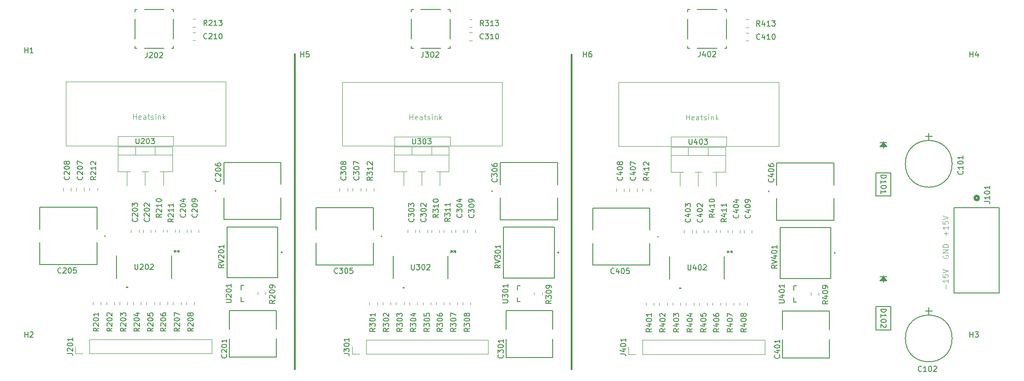
<source format=gto>
%TF.GenerationSoftware,KiCad,Pcbnew,8.0.2*%
%TF.CreationDate,2025-05-03T05:30:05-04:00*%
%TF.ProjectId,piezo_nanopositioner_v1,7069657a-6f5f-46e6-916e-6f706f736974,rev?*%
%TF.SameCoordinates,Original*%
%TF.FileFunction,Legend,Top*%
%TF.FilePolarity,Positive*%
%FSLAX46Y46*%
G04 Gerber Fmt 4.6, Leading zero omitted, Abs format (unit mm)*
G04 Created by KiCad (PCBNEW 8.0.2) date 2025-05-03 05:30:05*
%MOMM*%
%LPD*%
G01*
G04 APERTURE LIST*
%ADD10C,0.300000*%
%ADD11C,0.100000*%
%ADD12C,0.150000*%
%ADD13C,0.120000*%
%ADD14C,0.152400*%
%ADD15C,0.127000*%
%ADD16C,0.200000*%
%ADD17C,0.000000*%
%ADD18C,0.508000*%
G04 APERTURE END LIST*
D10*
X125150000Y-53950000D02*
X125150000Y-113000000D01*
X177000000Y-54000000D02*
X177000000Y-113000000D01*
D11*
X247241466Y-87946115D02*
X247241466Y-87184211D01*
X247622419Y-87565163D02*
X246860514Y-87565163D01*
X247622419Y-86184211D02*
X247622419Y-86755639D01*
X247622419Y-86469925D02*
X246622419Y-86469925D01*
X246622419Y-86469925D02*
X246765276Y-86565163D01*
X246765276Y-86565163D02*
X246860514Y-86660401D01*
X246860514Y-86660401D02*
X246908133Y-86755639D01*
X246622419Y-85279449D02*
X246622419Y-85755639D01*
X246622419Y-85755639D02*
X247098609Y-85803258D01*
X247098609Y-85803258D02*
X247050990Y-85755639D01*
X247050990Y-85755639D02*
X247003371Y-85660401D01*
X247003371Y-85660401D02*
X247003371Y-85422306D01*
X247003371Y-85422306D02*
X247050990Y-85327068D01*
X247050990Y-85327068D02*
X247098609Y-85279449D01*
X247098609Y-85279449D02*
X247193847Y-85231830D01*
X247193847Y-85231830D02*
X247431942Y-85231830D01*
X247431942Y-85231830D02*
X247527180Y-85279449D01*
X247527180Y-85279449D02*
X247574800Y-85327068D01*
X247574800Y-85327068D02*
X247622419Y-85422306D01*
X247622419Y-85422306D02*
X247622419Y-85660401D01*
X247622419Y-85660401D02*
X247574800Y-85755639D01*
X247574800Y-85755639D02*
X247527180Y-85803258D01*
X246622419Y-84946115D02*
X247622419Y-84612782D01*
X247622419Y-84612782D02*
X246622419Y-84279449D01*
X247241466Y-97946115D02*
X247241466Y-97184211D01*
X247622419Y-96184211D02*
X247622419Y-96755639D01*
X247622419Y-96469925D02*
X246622419Y-96469925D01*
X246622419Y-96469925D02*
X246765276Y-96565163D01*
X246765276Y-96565163D02*
X246860514Y-96660401D01*
X246860514Y-96660401D02*
X246908133Y-96755639D01*
X246622419Y-95279449D02*
X246622419Y-95755639D01*
X246622419Y-95755639D02*
X247098609Y-95803258D01*
X247098609Y-95803258D02*
X247050990Y-95755639D01*
X247050990Y-95755639D02*
X247003371Y-95660401D01*
X247003371Y-95660401D02*
X247003371Y-95422306D01*
X247003371Y-95422306D02*
X247050990Y-95327068D01*
X247050990Y-95327068D02*
X247098609Y-95279449D01*
X247098609Y-95279449D02*
X247193847Y-95231830D01*
X247193847Y-95231830D02*
X247431942Y-95231830D01*
X247431942Y-95231830D02*
X247527180Y-95279449D01*
X247527180Y-95279449D02*
X247574800Y-95327068D01*
X247574800Y-95327068D02*
X247622419Y-95422306D01*
X247622419Y-95422306D02*
X247622419Y-95660401D01*
X247622419Y-95660401D02*
X247574800Y-95755639D01*
X247574800Y-95755639D02*
X247527180Y-95803258D01*
X246622419Y-94946115D02*
X247622419Y-94612782D01*
X247622419Y-94612782D02*
X246622419Y-94279449D01*
X246670038Y-91672306D02*
X246622419Y-91767544D01*
X246622419Y-91767544D02*
X246622419Y-91910401D01*
X246622419Y-91910401D02*
X246670038Y-92053258D01*
X246670038Y-92053258D02*
X246765276Y-92148496D01*
X246765276Y-92148496D02*
X246860514Y-92196115D01*
X246860514Y-92196115D02*
X247050990Y-92243734D01*
X247050990Y-92243734D02*
X247193847Y-92243734D01*
X247193847Y-92243734D02*
X247384323Y-92196115D01*
X247384323Y-92196115D02*
X247479561Y-92148496D01*
X247479561Y-92148496D02*
X247574800Y-92053258D01*
X247574800Y-92053258D02*
X247622419Y-91910401D01*
X247622419Y-91910401D02*
X247622419Y-91815163D01*
X247622419Y-91815163D02*
X247574800Y-91672306D01*
X247574800Y-91672306D02*
X247527180Y-91624687D01*
X247527180Y-91624687D02*
X247193847Y-91624687D01*
X247193847Y-91624687D02*
X247193847Y-91815163D01*
X247622419Y-91196115D02*
X246622419Y-91196115D01*
X246622419Y-91196115D02*
X247622419Y-90624687D01*
X247622419Y-90624687D02*
X246622419Y-90624687D01*
X247622419Y-90148496D02*
X246622419Y-90148496D01*
X246622419Y-90148496D02*
X246622419Y-89910401D01*
X246622419Y-89910401D02*
X246670038Y-89767544D01*
X246670038Y-89767544D02*
X246765276Y-89672306D01*
X246765276Y-89672306D02*
X246860514Y-89624687D01*
X246860514Y-89624687D02*
X247050990Y-89577068D01*
X247050990Y-89577068D02*
X247193847Y-89577068D01*
X247193847Y-89577068D02*
X247384323Y-89624687D01*
X247384323Y-89624687D02*
X247479561Y-89672306D01*
X247479561Y-89672306D02*
X247574800Y-89767544D01*
X247574800Y-89767544D02*
X247622419Y-89910401D01*
X247622419Y-89910401D02*
X247622419Y-90148496D01*
D12*
X93424819Y-105296547D02*
X92948628Y-105629880D01*
X93424819Y-105867975D02*
X92424819Y-105867975D01*
X92424819Y-105867975D02*
X92424819Y-105487023D01*
X92424819Y-105487023D02*
X92472438Y-105391785D01*
X92472438Y-105391785D02*
X92520057Y-105344166D01*
X92520057Y-105344166D02*
X92615295Y-105296547D01*
X92615295Y-105296547D02*
X92758152Y-105296547D01*
X92758152Y-105296547D02*
X92853390Y-105344166D01*
X92853390Y-105344166D02*
X92901009Y-105391785D01*
X92901009Y-105391785D02*
X92948628Y-105487023D01*
X92948628Y-105487023D02*
X92948628Y-105867975D01*
X92520057Y-104915594D02*
X92472438Y-104867975D01*
X92472438Y-104867975D02*
X92424819Y-104772737D01*
X92424819Y-104772737D02*
X92424819Y-104534642D01*
X92424819Y-104534642D02*
X92472438Y-104439404D01*
X92472438Y-104439404D02*
X92520057Y-104391785D01*
X92520057Y-104391785D02*
X92615295Y-104344166D01*
X92615295Y-104344166D02*
X92710533Y-104344166D01*
X92710533Y-104344166D02*
X92853390Y-104391785D01*
X92853390Y-104391785D02*
X93424819Y-104963213D01*
X93424819Y-104963213D02*
X93424819Y-104344166D01*
X92424819Y-103725118D02*
X92424819Y-103629880D01*
X92424819Y-103629880D02*
X92472438Y-103534642D01*
X92472438Y-103534642D02*
X92520057Y-103487023D01*
X92520057Y-103487023D02*
X92615295Y-103439404D01*
X92615295Y-103439404D02*
X92805771Y-103391785D01*
X92805771Y-103391785D02*
X93043866Y-103391785D01*
X93043866Y-103391785D02*
X93234342Y-103439404D01*
X93234342Y-103439404D02*
X93329580Y-103487023D01*
X93329580Y-103487023D02*
X93377200Y-103534642D01*
X93377200Y-103534642D02*
X93424819Y-103629880D01*
X93424819Y-103629880D02*
X93424819Y-103725118D01*
X93424819Y-103725118D02*
X93377200Y-103820356D01*
X93377200Y-103820356D02*
X93329580Y-103867975D01*
X93329580Y-103867975D02*
X93234342Y-103915594D01*
X93234342Y-103915594D02*
X93043866Y-103963213D01*
X93043866Y-103963213D02*
X92805771Y-103963213D01*
X92805771Y-103963213D02*
X92615295Y-103915594D01*
X92615295Y-103915594D02*
X92520057Y-103867975D01*
X92520057Y-103867975D02*
X92472438Y-103820356D01*
X92472438Y-103820356D02*
X92424819Y-103725118D01*
X92424819Y-103058451D02*
X92424819Y-102439404D01*
X92424819Y-102439404D02*
X92805771Y-102772737D01*
X92805771Y-102772737D02*
X92805771Y-102629880D01*
X92805771Y-102629880D02*
X92853390Y-102534642D01*
X92853390Y-102534642D02*
X92901009Y-102487023D01*
X92901009Y-102487023D02*
X92996247Y-102439404D01*
X92996247Y-102439404D02*
X93234342Y-102439404D01*
X93234342Y-102439404D02*
X93329580Y-102487023D01*
X93329580Y-102487023D02*
X93377200Y-102534642D01*
X93377200Y-102534642D02*
X93424819Y-102629880D01*
X93424819Y-102629880D02*
X93424819Y-102915594D01*
X93424819Y-102915594D02*
X93377200Y-103010832D01*
X93377200Y-103010832D02*
X93329580Y-103058451D01*
X188929580Y-76959047D02*
X188977200Y-77006666D01*
X188977200Y-77006666D02*
X189024819Y-77149523D01*
X189024819Y-77149523D02*
X189024819Y-77244761D01*
X189024819Y-77244761D02*
X188977200Y-77387618D01*
X188977200Y-77387618D02*
X188881961Y-77482856D01*
X188881961Y-77482856D02*
X188786723Y-77530475D01*
X188786723Y-77530475D02*
X188596247Y-77578094D01*
X188596247Y-77578094D02*
X188453390Y-77578094D01*
X188453390Y-77578094D02*
X188262914Y-77530475D01*
X188262914Y-77530475D02*
X188167676Y-77482856D01*
X188167676Y-77482856D02*
X188072438Y-77387618D01*
X188072438Y-77387618D02*
X188024819Y-77244761D01*
X188024819Y-77244761D02*
X188024819Y-77149523D01*
X188024819Y-77149523D02*
X188072438Y-77006666D01*
X188072438Y-77006666D02*
X188120057Y-76959047D01*
X188358152Y-76101904D02*
X189024819Y-76101904D01*
X187977200Y-76339999D02*
X188691485Y-76578094D01*
X188691485Y-76578094D02*
X188691485Y-75959047D01*
X188024819Y-75387618D02*
X188024819Y-75292380D01*
X188024819Y-75292380D02*
X188072438Y-75197142D01*
X188072438Y-75197142D02*
X188120057Y-75149523D01*
X188120057Y-75149523D02*
X188215295Y-75101904D01*
X188215295Y-75101904D02*
X188405771Y-75054285D01*
X188405771Y-75054285D02*
X188643866Y-75054285D01*
X188643866Y-75054285D02*
X188834342Y-75101904D01*
X188834342Y-75101904D02*
X188929580Y-75149523D01*
X188929580Y-75149523D02*
X188977200Y-75197142D01*
X188977200Y-75197142D02*
X189024819Y-75292380D01*
X189024819Y-75292380D02*
X189024819Y-75387618D01*
X189024819Y-75387618D02*
X188977200Y-75482856D01*
X188977200Y-75482856D02*
X188929580Y-75530475D01*
X188929580Y-75530475D02*
X188834342Y-75578094D01*
X188834342Y-75578094D02*
X188643866Y-75625713D01*
X188643866Y-75625713D02*
X188405771Y-75625713D01*
X188405771Y-75625713D02*
X188215295Y-75578094D01*
X188215295Y-75578094D02*
X188120057Y-75530475D01*
X188120057Y-75530475D02*
X188072438Y-75482856D01*
X188072438Y-75482856D02*
X188024819Y-75387618D01*
X188024819Y-74720951D02*
X188024819Y-74054285D01*
X188024819Y-74054285D02*
X189024819Y-74482856D01*
X201144285Y-53414819D02*
X201144285Y-54129104D01*
X201144285Y-54129104D02*
X201096666Y-54271961D01*
X201096666Y-54271961D02*
X201001428Y-54367200D01*
X201001428Y-54367200D02*
X200858571Y-54414819D01*
X200858571Y-54414819D02*
X200763333Y-54414819D01*
X202049047Y-53748152D02*
X202049047Y-54414819D01*
X201810952Y-53367200D02*
X201572857Y-54081485D01*
X201572857Y-54081485D02*
X202191904Y-54081485D01*
X202763333Y-53414819D02*
X202858571Y-53414819D01*
X202858571Y-53414819D02*
X202953809Y-53462438D01*
X202953809Y-53462438D02*
X203001428Y-53510057D01*
X203001428Y-53510057D02*
X203049047Y-53605295D01*
X203049047Y-53605295D02*
X203096666Y-53795771D01*
X203096666Y-53795771D02*
X203096666Y-54033866D01*
X203096666Y-54033866D02*
X203049047Y-54224342D01*
X203049047Y-54224342D02*
X203001428Y-54319580D01*
X203001428Y-54319580D02*
X202953809Y-54367200D01*
X202953809Y-54367200D02*
X202858571Y-54414819D01*
X202858571Y-54414819D02*
X202763333Y-54414819D01*
X202763333Y-54414819D02*
X202668095Y-54367200D01*
X202668095Y-54367200D02*
X202620476Y-54319580D01*
X202620476Y-54319580D02*
X202572857Y-54224342D01*
X202572857Y-54224342D02*
X202525238Y-54033866D01*
X202525238Y-54033866D02*
X202525238Y-53795771D01*
X202525238Y-53795771D02*
X202572857Y-53605295D01*
X202572857Y-53605295D02*
X202620476Y-53510057D01*
X202620476Y-53510057D02*
X202668095Y-53462438D01*
X202668095Y-53462438D02*
X202763333Y-53414819D01*
X203477619Y-53510057D02*
X203525238Y-53462438D01*
X203525238Y-53462438D02*
X203620476Y-53414819D01*
X203620476Y-53414819D02*
X203858571Y-53414819D01*
X203858571Y-53414819D02*
X203953809Y-53462438D01*
X203953809Y-53462438D02*
X204001428Y-53510057D01*
X204001428Y-53510057D02*
X204049047Y-53605295D01*
X204049047Y-53605295D02*
X204049047Y-53700533D01*
X204049047Y-53700533D02*
X204001428Y-53843390D01*
X204001428Y-53843390D02*
X203430000Y-54414819D01*
X203430000Y-54414819D02*
X204049047Y-54414819D01*
X95529580Y-84709047D02*
X95577200Y-84756666D01*
X95577200Y-84756666D02*
X95624819Y-84899523D01*
X95624819Y-84899523D02*
X95624819Y-84994761D01*
X95624819Y-84994761D02*
X95577200Y-85137618D01*
X95577200Y-85137618D02*
X95481961Y-85232856D01*
X95481961Y-85232856D02*
X95386723Y-85280475D01*
X95386723Y-85280475D02*
X95196247Y-85328094D01*
X95196247Y-85328094D02*
X95053390Y-85328094D01*
X95053390Y-85328094D02*
X94862914Y-85280475D01*
X94862914Y-85280475D02*
X94767676Y-85232856D01*
X94767676Y-85232856D02*
X94672438Y-85137618D01*
X94672438Y-85137618D02*
X94624819Y-84994761D01*
X94624819Y-84994761D02*
X94624819Y-84899523D01*
X94624819Y-84899523D02*
X94672438Y-84756666D01*
X94672438Y-84756666D02*
X94720057Y-84709047D01*
X94720057Y-84328094D02*
X94672438Y-84280475D01*
X94672438Y-84280475D02*
X94624819Y-84185237D01*
X94624819Y-84185237D02*
X94624819Y-83947142D01*
X94624819Y-83947142D02*
X94672438Y-83851904D01*
X94672438Y-83851904D02*
X94720057Y-83804285D01*
X94720057Y-83804285D02*
X94815295Y-83756666D01*
X94815295Y-83756666D02*
X94910533Y-83756666D01*
X94910533Y-83756666D02*
X95053390Y-83804285D01*
X95053390Y-83804285D02*
X95624819Y-84375713D01*
X95624819Y-84375713D02*
X95624819Y-83756666D01*
X94624819Y-83137618D02*
X94624819Y-83042380D01*
X94624819Y-83042380D02*
X94672438Y-82947142D01*
X94672438Y-82947142D02*
X94720057Y-82899523D01*
X94720057Y-82899523D02*
X94815295Y-82851904D01*
X94815295Y-82851904D02*
X95005771Y-82804285D01*
X95005771Y-82804285D02*
X95243866Y-82804285D01*
X95243866Y-82804285D02*
X95434342Y-82851904D01*
X95434342Y-82851904D02*
X95529580Y-82899523D01*
X95529580Y-82899523D02*
X95577200Y-82947142D01*
X95577200Y-82947142D02*
X95624819Y-83042380D01*
X95624819Y-83042380D02*
X95624819Y-83137618D01*
X95624819Y-83137618D02*
X95577200Y-83232856D01*
X95577200Y-83232856D02*
X95529580Y-83280475D01*
X95529580Y-83280475D02*
X95434342Y-83328094D01*
X95434342Y-83328094D02*
X95243866Y-83375713D01*
X95243866Y-83375713D02*
X95005771Y-83375713D01*
X95005771Y-83375713D02*
X94815295Y-83328094D01*
X94815295Y-83328094D02*
X94720057Y-83280475D01*
X94720057Y-83280475D02*
X94672438Y-83232856D01*
X94672438Y-83232856D02*
X94624819Y-83137618D01*
X94624819Y-82470951D02*
X94624819Y-81851904D01*
X94624819Y-81851904D02*
X95005771Y-82185237D01*
X95005771Y-82185237D02*
X95005771Y-82042380D01*
X95005771Y-82042380D02*
X95053390Y-81947142D01*
X95053390Y-81947142D02*
X95101009Y-81899523D01*
X95101009Y-81899523D02*
X95196247Y-81851904D01*
X95196247Y-81851904D02*
X95434342Y-81851904D01*
X95434342Y-81851904D02*
X95529580Y-81899523D01*
X95529580Y-81899523D02*
X95577200Y-81947142D01*
X95577200Y-81947142D02*
X95624819Y-82042380D01*
X95624819Y-82042380D02*
X95624819Y-82328094D01*
X95624819Y-82328094D02*
X95577200Y-82423332D01*
X95577200Y-82423332D02*
X95529580Y-82470951D01*
X97424285Y-53604819D02*
X97424285Y-54319104D01*
X97424285Y-54319104D02*
X97376666Y-54461961D01*
X97376666Y-54461961D02*
X97281428Y-54557200D01*
X97281428Y-54557200D02*
X97138571Y-54604819D01*
X97138571Y-54604819D02*
X97043333Y-54604819D01*
X97852857Y-53700057D02*
X97900476Y-53652438D01*
X97900476Y-53652438D02*
X97995714Y-53604819D01*
X97995714Y-53604819D02*
X98233809Y-53604819D01*
X98233809Y-53604819D02*
X98329047Y-53652438D01*
X98329047Y-53652438D02*
X98376666Y-53700057D01*
X98376666Y-53700057D02*
X98424285Y-53795295D01*
X98424285Y-53795295D02*
X98424285Y-53890533D01*
X98424285Y-53890533D02*
X98376666Y-54033390D01*
X98376666Y-54033390D02*
X97805238Y-54604819D01*
X97805238Y-54604819D02*
X98424285Y-54604819D01*
X99043333Y-53604819D02*
X99138571Y-53604819D01*
X99138571Y-53604819D02*
X99233809Y-53652438D01*
X99233809Y-53652438D02*
X99281428Y-53700057D01*
X99281428Y-53700057D02*
X99329047Y-53795295D01*
X99329047Y-53795295D02*
X99376666Y-53985771D01*
X99376666Y-53985771D02*
X99376666Y-54223866D01*
X99376666Y-54223866D02*
X99329047Y-54414342D01*
X99329047Y-54414342D02*
X99281428Y-54509580D01*
X99281428Y-54509580D02*
X99233809Y-54557200D01*
X99233809Y-54557200D02*
X99138571Y-54604819D01*
X99138571Y-54604819D02*
X99043333Y-54604819D01*
X99043333Y-54604819D02*
X98948095Y-54557200D01*
X98948095Y-54557200D02*
X98900476Y-54509580D01*
X98900476Y-54509580D02*
X98852857Y-54414342D01*
X98852857Y-54414342D02*
X98805238Y-54223866D01*
X98805238Y-54223866D02*
X98805238Y-53985771D01*
X98805238Y-53985771D02*
X98852857Y-53795295D01*
X98852857Y-53795295D02*
X98900476Y-53700057D01*
X98900476Y-53700057D02*
X98948095Y-53652438D01*
X98948095Y-53652438D02*
X99043333Y-53604819D01*
X99757619Y-53700057D02*
X99805238Y-53652438D01*
X99805238Y-53652438D02*
X99900476Y-53604819D01*
X99900476Y-53604819D02*
X100138571Y-53604819D01*
X100138571Y-53604819D02*
X100233809Y-53652438D01*
X100233809Y-53652438D02*
X100281428Y-53700057D01*
X100281428Y-53700057D02*
X100329047Y-53795295D01*
X100329047Y-53795295D02*
X100329047Y-53890533D01*
X100329047Y-53890533D02*
X100281428Y-54033390D01*
X100281428Y-54033390D02*
X99710000Y-54604819D01*
X99710000Y-54604819D02*
X100329047Y-54604819D01*
X208259580Y-84039047D02*
X208307200Y-84086666D01*
X208307200Y-84086666D02*
X208354819Y-84229523D01*
X208354819Y-84229523D02*
X208354819Y-84324761D01*
X208354819Y-84324761D02*
X208307200Y-84467618D01*
X208307200Y-84467618D02*
X208211961Y-84562856D01*
X208211961Y-84562856D02*
X208116723Y-84610475D01*
X208116723Y-84610475D02*
X207926247Y-84658094D01*
X207926247Y-84658094D02*
X207783390Y-84658094D01*
X207783390Y-84658094D02*
X207592914Y-84610475D01*
X207592914Y-84610475D02*
X207497676Y-84562856D01*
X207497676Y-84562856D02*
X207402438Y-84467618D01*
X207402438Y-84467618D02*
X207354819Y-84324761D01*
X207354819Y-84324761D02*
X207354819Y-84229523D01*
X207354819Y-84229523D02*
X207402438Y-84086666D01*
X207402438Y-84086666D02*
X207450057Y-84039047D01*
X207688152Y-83181904D02*
X208354819Y-83181904D01*
X207307200Y-83419999D02*
X208021485Y-83658094D01*
X208021485Y-83658094D02*
X208021485Y-83039047D01*
X207354819Y-82467618D02*
X207354819Y-82372380D01*
X207354819Y-82372380D02*
X207402438Y-82277142D01*
X207402438Y-82277142D02*
X207450057Y-82229523D01*
X207450057Y-82229523D02*
X207545295Y-82181904D01*
X207545295Y-82181904D02*
X207735771Y-82134285D01*
X207735771Y-82134285D02*
X207973866Y-82134285D01*
X207973866Y-82134285D02*
X208164342Y-82181904D01*
X208164342Y-82181904D02*
X208259580Y-82229523D01*
X208259580Y-82229523D02*
X208307200Y-82277142D01*
X208307200Y-82277142D02*
X208354819Y-82372380D01*
X208354819Y-82372380D02*
X208354819Y-82467618D01*
X208354819Y-82467618D02*
X208307200Y-82562856D01*
X208307200Y-82562856D02*
X208259580Y-82610475D01*
X208259580Y-82610475D02*
X208164342Y-82658094D01*
X208164342Y-82658094D02*
X207973866Y-82705713D01*
X207973866Y-82705713D02*
X207735771Y-82705713D01*
X207735771Y-82705713D02*
X207545295Y-82658094D01*
X207545295Y-82658094D02*
X207450057Y-82610475D01*
X207450057Y-82610475D02*
X207402438Y-82562856D01*
X207402438Y-82562856D02*
X207354819Y-82467618D01*
X207688152Y-81277142D02*
X208354819Y-81277142D01*
X207307200Y-81515237D02*
X208021485Y-81753332D01*
X208021485Y-81753332D02*
X208021485Y-81134285D01*
X111812019Y-93387619D02*
X111335828Y-93720952D01*
X111812019Y-93959047D02*
X110812019Y-93959047D01*
X110812019Y-93959047D02*
X110812019Y-93578095D01*
X110812019Y-93578095D02*
X110859638Y-93482857D01*
X110859638Y-93482857D02*
X110907257Y-93435238D01*
X110907257Y-93435238D02*
X111002495Y-93387619D01*
X111002495Y-93387619D02*
X111145352Y-93387619D01*
X111145352Y-93387619D02*
X111240590Y-93435238D01*
X111240590Y-93435238D02*
X111288209Y-93482857D01*
X111288209Y-93482857D02*
X111335828Y-93578095D01*
X111335828Y-93578095D02*
X111335828Y-93959047D01*
X110812019Y-93101904D02*
X111812019Y-92768571D01*
X111812019Y-92768571D02*
X110812019Y-92435238D01*
X110907257Y-92149523D02*
X110859638Y-92101904D01*
X110859638Y-92101904D02*
X110812019Y-92006666D01*
X110812019Y-92006666D02*
X110812019Y-91768571D01*
X110812019Y-91768571D02*
X110859638Y-91673333D01*
X110859638Y-91673333D02*
X110907257Y-91625714D01*
X110907257Y-91625714D02*
X111002495Y-91578095D01*
X111002495Y-91578095D02*
X111097733Y-91578095D01*
X111097733Y-91578095D02*
X111240590Y-91625714D01*
X111240590Y-91625714D02*
X111812019Y-92197142D01*
X111812019Y-92197142D02*
X111812019Y-91578095D01*
X110812019Y-90959047D02*
X110812019Y-90863809D01*
X110812019Y-90863809D02*
X110859638Y-90768571D01*
X110859638Y-90768571D02*
X110907257Y-90720952D01*
X110907257Y-90720952D02*
X111002495Y-90673333D01*
X111002495Y-90673333D02*
X111192971Y-90625714D01*
X111192971Y-90625714D02*
X111431066Y-90625714D01*
X111431066Y-90625714D02*
X111621542Y-90673333D01*
X111621542Y-90673333D02*
X111716780Y-90720952D01*
X111716780Y-90720952D02*
X111764400Y-90768571D01*
X111764400Y-90768571D02*
X111812019Y-90863809D01*
X111812019Y-90863809D02*
X111812019Y-90959047D01*
X111812019Y-90959047D02*
X111764400Y-91054285D01*
X111764400Y-91054285D02*
X111716780Y-91101904D01*
X111716780Y-91101904D02*
X111621542Y-91149523D01*
X111621542Y-91149523D02*
X111431066Y-91197142D01*
X111431066Y-91197142D02*
X111192971Y-91197142D01*
X111192971Y-91197142D02*
X111002495Y-91149523D01*
X111002495Y-91149523D02*
X110907257Y-91101904D01*
X110907257Y-91101904D02*
X110859638Y-91054285D01*
X110859638Y-91054285D02*
X110812019Y-90959047D01*
X111812019Y-89673333D02*
X111812019Y-90244761D01*
X111812019Y-89959047D02*
X110812019Y-89959047D01*
X110812019Y-89959047D02*
X110954876Y-90054285D01*
X110954876Y-90054285D02*
X111050114Y-90149523D01*
X111050114Y-90149523D02*
X111097733Y-90244761D01*
X199229580Y-84809047D02*
X199277200Y-84856666D01*
X199277200Y-84856666D02*
X199324819Y-84999523D01*
X199324819Y-84999523D02*
X199324819Y-85094761D01*
X199324819Y-85094761D02*
X199277200Y-85237618D01*
X199277200Y-85237618D02*
X199181961Y-85332856D01*
X199181961Y-85332856D02*
X199086723Y-85380475D01*
X199086723Y-85380475D02*
X198896247Y-85428094D01*
X198896247Y-85428094D02*
X198753390Y-85428094D01*
X198753390Y-85428094D02*
X198562914Y-85380475D01*
X198562914Y-85380475D02*
X198467676Y-85332856D01*
X198467676Y-85332856D02*
X198372438Y-85237618D01*
X198372438Y-85237618D02*
X198324819Y-85094761D01*
X198324819Y-85094761D02*
X198324819Y-84999523D01*
X198324819Y-84999523D02*
X198372438Y-84856666D01*
X198372438Y-84856666D02*
X198420057Y-84809047D01*
X198658152Y-83951904D02*
X199324819Y-83951904D01*
X198277200Y-84189999D02*
X198991485Y-84428094D01*
X198991485Y-84428094D02*
X198991485Y-83809047D01*
X198324819Y-83237618D02*
X198324819Y-83142380D01*
X198324819Y-83142380D02*
X198372438Y-83047142D01*
X198372438Y-83047142D02*
X198420057Y-82999523D01*
X198420057Y-82999523D02*
X198515295Y-82951904D01*
X198515295Y-82951904D02*
X198705771Y-82904285D01*
X198705771Y-82904285D02*
X198943866Y-82904285D01*
X198943866Y-82904285D02*
X199134342Y-82951904D01*
X199134342Y-82951904D02*
X199229580Y-82999523D01*
X199229580Y-82999523D02*
X199277200Y-83047142D01*
X199277200Y-83047142D02*
X199324819Y-83142380D01*
X199324819Y-83142380D02*
X199324819Y-83237618D01*
X199324819Y-83237618D02*
X199277200Y-83332856D01*
X199277200Y-83332856D02*
X199229580Y-83380475D01*
X199229580Y-83380475D02*
X199134342Y-83428094D01*
X199134342Y-83428094D02*
X198943866Y-83475713D01*
X198943866Y-83475713D02*
X198705771Y-83475713D01*
X198705771Y-83475713D02*
X198515295Y-83428094D01*
X198515295Y-83428094D02*
X198420057Y-83380475D01*
X198420057Y-83380475D02*
X198372438Y-83332856D01*
X198372438Y-83332856D02*
X198324819Y-83237618D01*
X198324819Y-82570951D02*
X198324819Y-81951904D01*
X198324819Y-81951904D02*
X198705771Y-82285237D01*
X198705771Y-82285237D02*
X198705771Y-82142380D01*
X198705771Y-82142380D02*
X198753390Y-82047142D01*
X198753390Y-82047142D02*
X198801009Y-81999523D01*
X198801009Y-81999523D02*
X198896247Y-81951904D01*
X198896247Y-81951904D02*
X199134342Y-81951904D01*
X199134342Y-81951904D02*
X199229580Y-81999523D01*
X199229580Y-81999523D02*
X199277200Y-82047142D01*
X199277200Y-82047142D02*
X199324819Y-82142380D01*
X199324819Y-82142380D02*
X199324819Y-82428094D01*
X199324819Y-82428094D02*
X199277200Y-82523332D01*
X199277200Y-82523332D02*
X199229580Y-82570951D01*
X126238095Y-54454819D02*
X126238095Y-53454819D01*
X126238095Y-53931009D02*
X126809523Y-53931009D01*
X126809523Y-54454819D02*
X126809523Y-53454819D01*
X127761904Y-53454819D02*
X127285714Y-53454819D01*
X127285714Y-53454819D02*
X127238095Y-53931009D01*
X127238095Y-53931009D02*
X127285714Y-53883390D01*
X127285714Y-53883390D02*
X127380952Y-53835771D01*
X127380952Y-53835771D02*
X127619047Y-53835771D01*
X127619047Y-53835771D02*
X127714285Y-53883390D01*
X127714285Y-53883390D02*
X127761904Y-53931009D01*
X127761904Y-53931009D02*
X127809523Y-54026247D01*
X127809523Y-54026247D02*
X127809523Y-54264342D01*
X127809523Y-54264342D02*
X127761904Y-54359580D01*
X127761904Y-54359580D02*
X127714285Y-54407200D01*
X127714285Y-54407200D02*
X127619047Y-54454819D01*
X127619047Y-54454819D02*
X127380952Y-54454819D01*
X127380952Y-54454819D02*
X127285714Y-54407200D01*
X127285714Y-54407200D02*
X127238095Y-54359580D01*
X194574819Y-105396547D02*
X194098628Y-105729880D01*
X194574819Y-105967975D02*
X193574819Y-105967975D01*
X193574819Y-105967975D02*
X193574819Y-105587023D01*
X193574819Y-105587023D02*
X193622438Y-105491785D01*
X193622438Y-105491785D02*
X193670057Y-105444166D01*
X193670057Y-105444166D02*
X193765295Y-105396547D01*
X193765295Y-105396547D02*
X193908152Y-105396547D01*
X193908152Y-105396547D02*
X194003390Y-105444166D01*
X194003390Y-105444166D02*
X194051009Y-105491785D01*
X194051009Y-105491785D02*
X194098628Y-105587023D01*
X194098628Y-105587023D02*
X194098628Y-105967975D01*
X193908152Y-104539404D02*
X194574819Y-104539404D01*
X193527200Y-104777499D02*
X194241485Y-105015594D01*
X194241485Y-105015594D02*
X194241485Y-104396547D01*
X193574819Y-103825118D02*
X193574819Y-103729880D01*
X193574819Y-103729880D02*
X193622438Y-103634642D01*
X193622438Y-103634642D02*
X193670057Y-103587023D01*
X193670057Y-103587023D02*
X193765295Y-103539404D01*
X193765295Y-103539404D02*
X193955771Y-103491785D01*
X193955771Y-103491785D02*
X194193866Y-103491785D01*
X194193866Y-103491785D02*
X194384342Y-103539404D01*
X194384342Y-103539404D02*
X194479580Y-103587023D01*
X194479580Y-103587023D02*
X194527200Y-103634642D01*
X194527200Y-103634642D02*
X194574819Y-103729880D01*
X194574819Y-103729880D02*
X194574819Y-103825118D01*
X194574819Y-103825118D02*
X194527200Y-103920356D01*
X194527200Y-103920356D02*
X194479580Y-103967975D01*
X194479580Y-103967975D02*
X194384342Y-104015594D01*
X194384342Y-104015594D02*
X194193866Y-104063213D01*
X194193866Y-104063213D02*
X193955771Y-104063213D01*
X193955771Y-104063213D02*
X193765295Y-104015594D01*
X193765295Y-104015594D02*
X193670057Y-103967975D01*
X193670057Y-103967975D02*
X193622438Y-103920356D01*
X193622438Y-103920356D02*
X193574819Y-103825118D01*
X193670057Y-103110832D02*
X193622438Y-103063213D01*
X193622438Y-103063213D02*
X193574819Y-102967975D01*
X193574819Y-102967975D02*
X193574819Y-102729880D01*
X193574819Y-102729880D02*
X193622438Y-102634642D01*
X193622438Y-102634642D02*
X193670057Y-102587023D01*
X193670057Y-102587023D02*
X193765295Y-102539404D01*
X193765295Y-102539404D02*
X193860533Y-102539404D01*
X193860533Y-102539404D02*
X194003390Y-102587023D01*
X194003390Y-102587023D02*
X194574819Y-103158451D01*
X194574819Y-103158451D02*
X194574819Y-102539404D01*
X103504819Y-105296547D02*
X103028628Y-105629880D01*
X103504819Y-105867975D02*
X102504819Y-105867975D01*
X102504819Y-105867975D02*
X102504819Y-105487023D01*
X102504819Y-105487023D02*
X102552438Y-105391785D01*
X102552438Y-105391785D02*
X102600057Y-105344166D01*
X102600057Y-105344166D02*
X102695295Y-105296547D01*
X102695295Y-105296547D02*
X102838152Y-105296547D01*
X102838152Y-105296547D02*
X102933390Y-105344166D01*
X102933390Y-105344166D02*
X102981009Y-105391785D01*
X102981009Y-105391785D02*
X103028628Y-105487023D01*
X103028628Y-105487023D02*
X103028628Y-105867975D01*
X102600057Y-104915594D02*
X102552438Y-104867975D01*
X102552438Y-104867975D02*
X102504819Y-104772737D01*
X102504819Y-104772737D02*
X102504819Y-104534642D01*
X102504819Y-104534642D02*
X102552438Y-104439404D01*
X102552438Y-104439404D02*
X102600057Y-104391785D01*
X102600057Y-104391785D02*
X102695295Y-104344166D01*
X102695295Y-104344166D02*
X102790533Y-104344166D01*
X102790533Y-104344166D02*
X102933390Y-104391785D01*
X102933390Y-104391785D02*
X103504819Y-104963213D01*
X103504819Y-104963213D02*
X103504819Y-104344166D01*
X102504819Y-103725118D02*
X102504819Y-103629880D01*
X102504819Y-103629880D02*
X102552438Y-103534642D01*
X102552438Y-103534642D02*
X102600057Y-103487023D01*
X102600057Y-103487023D02*
X102695295Y-103439404D01*
X102695295Y-103439404D02*
X102885771Y-103391785D01*
X102885771Y-103391785D02*
X103123866Y-103391785D01*
X103123866Y-103391785D02*
X103314342Y-103439404D01*
X103314342Y-103439404D02*
X103409580Y-103487023D01*
X103409580Y-103487023D02*
X103457200Y-103534642D01*
X103457200Y-103534642D02*
X103504819Y-103629880D01*
X103504819Y-103629880D02*
X103504819Y-103725118D01*
X103504819Y-103725118D02*
X103457200Y-103820356D01*
X103457200Y-103820356D02*
X103409580Y-103867975D01*
X103409580Y-103867975D02*
X103314342Y-103915594D01*
X103314342Y-103915594D02*
X103123866Y-103963213D01*
X103123866Y-103963213D02*
X102885771Y-103963213D01*
X102885771Y-103963213D02*
X102695295Y-103915594D01*
X102695295Y-103915594D02*
X102600057Y-103867975D01*
X102600057Y-103867975D02*
X102552438Y-103820356D01*
X102552438Y-103820356D02*
X102504819Y-103725118D01*
X102504819Y-103058451D02*
X102504819Y-102391785D01*
X102504819Y-102391785D02*
X103504819Y-102820356D01*
X215512019Y-93487619D02*
X215035828Y-93820952D01*
X215512019Y-94059047D02*
X214512019Y-94059047D01*
X214512019Y-94059047D02*
X214512019Y-93678095D01*
X214512019Y-93678095D02*
X214559638Y-93582857D01*
X214559638Y-93582857D02*
X214607257Y-93535238D01*
X214607257Y-93535238D02*
X214702495Y-93487619D01*
X214702495Y-93487619D02*
X214845352Y-93487619D01*
X214845352Y-93487619D02*
X214940590Y-93535238D01*
X214940590Y-93535238D02*
X214988209Y-93582857D01*
X214988209Y-93582857D02*
X215035828Y-93678095D01*
X215035828Y-93678095D02*
X215035828Y-94059047D01*
X214512019Y-93201904D02*
X215512019Y-92868571D01*
X215512019Y-92868571D02*
X214512019Y-92535238D01*
X214845352Y-91773333D02*
X215512019Y-91773333D01*
X214464400Y-92011428D02*
X215178685Y-92249523D01*
X215178685Y-92249523D02*
X215178685Y-91630476D01*
X214512019Y-91059047D02*
X214512019Y-90963809D01*
X214512019Y-90963809D02*
X214559638Y-90868571D01*
X214559638Y-90868571D02*
X214607257Y-90820952D01*
X214607257Y-90820952D02*
X214702495Y-90773333D01*
X214702495Y-90773333D02*
X214892971Y-90725714D01*
X214892971Y-90725714D02*
X215131066Y-90725714D01*
X215131066Y-90725714D02*
X215321542Y-90773333D01*
X215321542Y-90773333D02*
X215416780Y-90820952D01*
X215416780Y-90820952D02*
X215464400Y-90868571D01*
X215464400Y-90868571D02*
X215512019Y-90963809D01*
X215512019Y-90963809D02*
X215512019Y-91059047D01*
X215512019Y-91059047D02*
X215464400Y-91154285D01*
X215464400Y-91154285D02*
X215416780Y-91201904D01*
X215416780Y-91201904D02*
X215321542Y-91249523D01*
X215321542Y-91249523D02*
X215131066Y-91297142D01*
X215131066Y-91297142D02*
X214892971Y-91297142D01*
X214892971Y-91297142D02*
X214702495Y-91249523D01*
X214702495Y-91249523D02*
X214607257Y-91201904D01*
X214607257Y-91201904D02*
X214559638Y-91154285D01*
X214559638Y-91154285D02*
X214512019Y-91059047D01*
X215512019Y-89773333D02*
X215512019Y-90344761D01*
X215512019Y-90059047D02*
X214512019Y-90059047D01*
X214512019Y-90059047D02*
X214654876Y-90154285D01*
X214654876Y-90154285D02*
X214750114Y-90249523D01*
X214750114Y-90249523D02*
X214797733Y-90344761D01*
X95130714Y-93314319D02*
X95130714Y-94123842D01*
X95130714Y-94123842D02*
X95178333Y-94219080D01*
X95178333Y-94219080D02*
X95225952Y-94266700D01*
X95225952Y-94266700D02*
X95321190Y-94314319D01*
X95321190Y-94314319D02*
X95511666Y-94314319D01*
X95511666Y-94314319D02*
X95606904Y-94266700D01*
X95606904Y-94266700D02*
X95654523Y-94219080D01*
X95654523Y-94219080D02*
X95702142Y-94123842D01*
X95702142Y-94123842D02*
X95702142Y-93314319D01*
X96130714Y-93409557D02*
X96178333Y-93361938D01*
X96178333Y-93361938D02*
X96273571Y-93314319D01*
X96273571Y-93314319D02*
X96511666Y-93314319D01*
X96511666Y-93314319D02*
X96606904Y-93361938D01*
X96606904Y-93361938D02*
X96654523Y-93409557D01*
X96654523Y-93409557D02*
X96702142Y-93504795D01*
X96702142Y-93504795D02*
X96702142Y-93600033D01*
X96702142Y-93600033D02*
X96654523Y-93742890D01*
X96654523Y-93742890D02*
X96083095Y-94314319D01*
X96083095Y-94314319D02*
X96702142Y-94314319D01*
X97321190Y-93314319D02*
X97416428Y-93314319D01*
X97416428Y-93314319D02*
X97511666Y-93361938D01*
X97511666Y-93361938D02*
X97559285Y-93409557D01*
X97559285Y-93409557D02*
X97606904Y-93504795D01*
X97606904Y-93504795D02*
X97654523Y-93695271D01*
X97654523Y-93695271D02*
X97654523Y-93933366D01*
X97654523Y-93933366D02*
X97606904Y-94123842D01*
X97606904Y-94123842D02*
X97559285Y-94219080D01*
X97559285Y-94219080D02*
X97511666Y-94266700D01*
X97511666Y-94266700D02*
X97416428Y-94314319D01*
X97416428Y-94314319D02*
X97321190Y-94314319D01*
X97321190Y-94314319D02*
X97225952Y-94266700D01*
X97225952Y-94266700D02*
X97178333Y-94219080D01*
X97178333Y-94219080D02*
X97130714Y-94123842D01*
X97130714Y-94123842D02*
X97083095Y-93933366D01*
X97083095Y-93933366D02*
X97083095Y-93695271D01*
X97083095Y-93695271D02*
X97130714Y-93504795D01*
X97130714Y-93504795D02*
X97178333Y-93409557D01*
X97178333Y-93409557D02*
X97225952Y-93361938D01*
X97225952Y-93361938D02*
X97321190Y-93314319D01*
X98035476Y-93409557D02*
X98083095Y-93361938D01*
X98083095Y-93361938D02*
X98178333Y-93314319D01*
X98178333Y-93314319D02*
X98416428Y-93314319D01*
X98416428Y-93314319D02*
X98511666Y-93361938D01*
X98511666Y-93361938D02*
X98559285Y-93409557D01*
X98559285Y-93409557D02*
X98606904Y-93504795D01*
X98606904Y-93504795D02*
X98606904Y-93600033D01*
X98606904Y-93600033D02*
X98559285Y-93742890D01*
X98559285Y-93742890D02*
X97987857Y-94314319D01*
X97987857Y-94314319D02*
X98606904Y-94314319D01*
X103536980Y-90875000D02*
X103298885Y-90875000D01*
X103394123Y-90636905D02*
X103298885Y-90875000D01*
X103298885Y-90875000D02*
X103394123Y-91113095D01*
X103108409Y-90732143D02*
X103298885Y-90875000D01*
X103298885Y-90875000D02*
X103108409Y-91017857D01*
X102446619Y-90874999D02*
X102684714Y-90874999D01*
X102589476Y-91113094D02*
X102684714Y-90874999D01*
X102684714Y-90874999D02*
X102589476Y-90636904D01*
X102875190Y-91017856D02*
X102684714Y-90874999D01*
X102684714Y-90874999D02*
X102875190Y-90732142D01*
X85229580Y-76859047D02*
X85277200Y-76906666D01*
X85277200Y-76906666D02*
X85324819Y-77049523D01*
X85324819Y-77049523D02*
X85324819Y-77144761D01*
X85324819Y-77144761D02*
X85277200Y-77287618D01*
X85277200Y-77287618D02*
X85181961Y-77382856D01*
X85181961Y-77382856D02*
X85086723Y-77430475D01*
X85086723Y-77430475D02*
X84896247Y-77478094D01*
X84896247Y-77478094D02*
X84753390Y-77478094D01*
X84753390Y-77478094D02*
X84562914Y-77430475D01*
X84562914Y-77430475D02*
X84467676Y-77382856D01*
X84467676Y-77382856D02*
X84372438Y-77287618D01*
X84372438Y-77287618D02*
X84324819Y-77144761D01*
X84324819Y-77144761D02*
X84324819Y-77049523D01*
X84324819Y-77049523D02*
X84372438Y-76906666D01*
X84372438Y-76906666D02*
X84420057Y-76859047D01*
X84420057Y-76478094D02*
X84372438Y-76430475D01*
X84372438Y-76430475D02*
X84324819Y-76335237D01*
X84324819Y-76335237D02*
X84324819Y-76097142D01*
X84324819Y-76097142D02*
X84372438Y-76001904D01*
X84372438Y-76001904D02*
X84420057Y-75954285D01*
X84420057Y-75954285D02*
X84515295Y-75906666D01*
X84515295Y-75906666D02*
X84610533Y-75906666D01*
X84610533Y-75906666D02*
X84753390Y-75954285D01*
X84753390Y-75954285D02*
X85324819Y-76525713D01*
X85324819Y-76525713D02*
X85324819Y-75906666D01*
X84324819Y-75287618D02*
X84324819Y-75192380D01*
X84324819Y-75192380D02*
X84372438Y-75097142D01*
X84372438Y-75097142D02*
X84420057Y-75049523D01*
X84420057Y-75049523D02*
X84515295Y-75001904D01*
X84515295Y-75001904D02*
X84705771Y-74954285D01*
X84705771Y-74954285D02*
X84943866Y-74954285D01*
X84943866Y-74954285D02*
X85134342Y-75001904D01*
X85134342Y-75001904D02*
X85229580Y-75049523D01*
X85229580Y-75049523D02*
X85277200Y-75097142D01*
X85277200Y-75097142D02*
X85324819Y-75192380D01*
X85324819Y-75192380D02*
X85324819Y-75287618D01*
X85324819Y-75287618D02*
X85277200Y-75382856D01*
X85277200Y-75382856D02*
X85229580Y-75430475D01*
X85229580Y-75430475D02*
X85134342Y-75478094D01*
X85134342Y-75478094D02*
X84943866Y-75525713D01*
X84943866Y-75525713D02*
X84705771Y-75525713D01*
X84705771Y-75525713D02*
X84515295Y-75478094D01*
X84515295Y-75478094D02*
X84420057Y-75430475D01*
X84420057Y-75430475D02*
X84372438Y-75382856D01*
X84372438Y-75382856D02*
X84324819Y-75287618D01*
X84324819Y-74620951D02*
X84324819Y-73954285D01*
X84324819Y-73954285D02*
X85324819Y-74382856D01*
X215924820Y-100596783D02*
X216734343Y-100596783D01*
X216734343Y-100596783D02*
X216829581Y-100549164D01*
X216829581Y-100549164D02*
X216877201Y-100501545D01*
X216877201Y-100501545D02*
X216924820Y-100406307D01*
X216924820Y-100406307D02*
X216924820Y-100215831D01*
X216924820Y-100215831D02*
X216877201Y-100120593D01*
X216877201Y-100120593D02*
X216829581Y-100072974D01*
X216829581Y-100072974D02*
X216734343Y-100025355D01*
X216734343Y-100025355D02*
X215924820Y-100025355D01*
X216258153Y-99120593D02*
X216924820Y-99120593D01*
X215877201Y-99358688D02*
X216591486Y-99596783D01*
X216591486Y-99596783D02*
X216591486Y-98977736D01*
X215924820Y-98406307D02*
X215924820Y-98311069D01*
X215924820Y-98311069D02*
X215972439Y-98215831D01*
X215972439Y-98215831D02*
X216020058Y-98168212D01*
X216020058Y-98168212D02*
X216115296Y-98120593D01*
X216115296Y-98120593D02*
X216305772Y-98072974D01*
X216305772Y-98072974D02*
X216543867Y-98072974D01*
X216543867Y-98072974D02*
X216734343Y-98120593D01*
X216734343Y-98120593D02*
X216829581Y-98168212D01*
X216829581Y-98168212D02*
X216877201Y-98215831D01*
X216877201Y-98215831D02*
X216924820Y-98311069D01*
X216924820Y-98311069D02*
X216924820Y-98406307D01*
X216924820Y-98406307D02*
X216877201Y-98501545D01*
X216877201Y-98501545D02*
X216829581Y-98549164D01*
X216829581Y-98549164D02*
X216734343Y-98596783D01*
X216734343Y-98596783D02*
X216543867Y-98644402D01*
X216543867Y-98644402D02*
X216305772Y-98644402D01*
X216305772Y-98644402D02*
X216115296Y-98596783D01*
X216115296Y-98596783D02*
X216020058Y-98549164D01*
X216020058Y-98549164D02*
X215972439Y-98501545D01*
X215972439Y-98501545D02*
X215924820Y-98406307D01*
X216924820Y-97120593D02*
X216924820Y-97692021D01*
X216924820Y-97406307D02*
X215924820Y-97406307D01*
X215924820Y-97406307D02*
X216067677Y-97501545D01*
X216067677Y-97501545D02*
X216162915Y-97596783D01*
X216162915Y-97596783D02*
X216210534Y-97692021D01*
X121374820Y-100071545D02*
X120898629Y-100404878D01*
X121374820Y-100642973D02*
X120374820Y-100642973D01*
X120374820Y-100642973D02*
X120374820Y-100262021D01*
X120374820Y-100262021D02*
X120422439Y-100166783D01*
X120422439Y-100166783D02*
X120470058Y-100119164D01*
X120470058Y-100119164D02*
X120565296Y-100071545D01*
X120565296Y-100071545D02*
X120708153Y-100071545D01*
X120708153Y-100071545D02*
X120803391Y-100119164D01*
X120803391Y-100119164D02*
X120851010Y-100166783D01*
X120851010Y-100166783D02*
X120898629Y-100262021D01*
X120898629Y-100262021D02*
X120898629Y-100642973D01*
X120470058Y-99690592D02*
X120422439Y-99642973D01*
X120422439Y-99642973D02*
X120374820Y-99547735D01*
X120374820Y-99547735D02*
X120374820Y-99309640D01*
X120374820Y-99309640D02*
X120422439Y-99214402D01*
X120422439Y-99214402D02*
X120470058Y-99166783D01*
X120470058Y-99166783D02*
X120565296Y-99119164D01*
X120565296Y-99119164D02*
X120660534Y-99119164D01*
X120660534Y-99119164D02*
X120803391Y-99166783D01*
X120803391Y-99166783D02*
X121374820Y-99738211D01*
X121374820Y-99738211D02*
X121374820Y-99119164D01*
X120374820Y-98500116D02*
X120374820Y-98404878D01*
X120374820Y-98404878D02*
X120422439Y-98309640D01*
X120422439Y-98309640D02*
X120470058Y-98262021D01*
X120470058Y-98262021D02*
X120565296Y-98214402D01*
X120565296Y-98214402D02*
X120755772Y-98166783D01*
X120755772Y-98166783D02*
X120993867Y-98166783D01*
X120993867Y-98166783D02*
X121184343Y-98214402D01*
X121184343Y-98214402D02*
X121279581Y-98262021D01*
X121279581Y-98262021D02*
X121327201Y-98309640D01*
X121327201Y-98309640D02*
X121374820Y-98404878D01*
X121374820Y-98404878D02*
X121374820Y-98500116D01*
X121374820Y-98500116D02*
X121327201Y-98595354D01*
X121327201Y-98595354D02*
X121279581Y-98642973D01*
X121279581Y-98642973D02*
X121184343Y-98690592D01*
X121184343Y-98690592D02*
X120993867Y-98738211D01*
X120993867Y-98738211D02*
X120755772Y-98738211D01*
X120755772Y-98738211D02*
X120565296Y-98690592D01*
X120565296Y-98690592D02*
X120470058Y-98642973D01*
X120470058Y-98642973D02*
X120422439Y-98595354D01*
X120422439Y-98595354D02*
X120374820Y-98500116D01*
X121374820Y-97690592D02*
X121374820Y-97500116D01*
X121374820Y-97500116D02*
X121327201Y-97404878D01*
X121327201Y-97404878D02*
X121279581Y-97357259D01*
X121279581Y-97357259D02*
X121136724Y-97262021D01*
X121136724Y-97262021D02*
X120946248Y-97214402D01*
X120946248Y-97214402D02*
X120565296Y-97214402D01*
X120565296Y-97214402D02*
X120470058Y-97262021D01*
X120470058Y-97262021D02*
X120422439Y-97309640D01*
X120422439Y-97309640D02*
X120374820Y-97404878D01*
X120374820Y-97404878D02*
X120374820Y-97595354D01*
X120374820Y-97595354D02*
X120422439Y-97690592D01*
X120422439Y-97690592D02*
X120470058Y-97738211D01*
X120470058Y-97738211D02*
X120565296Y-97785830D01*
X120565296Y-97785830D02*
X120803391Y-97785830D01*
X120803391Y-97785830D02*
X120898629Y-97738211D01*
X120898629Y-97738211D02*
X120946248Y-97690592D01*
X120946248Y-97690592D02*
X120993867Y-97595354D01*
X120993867Y-97595354D02*
X120993867Y-97404878D01*
X120993867Y-97404878D02*
X120946248Y-97309640D01*
X120946248Y-97309640D02*
X120898629Y-97262021D01*
X120898629Y-97262021D02*
X120803391Y-97214402D01*
X142724819Y-105346547D02*
X142248628Y-105679880D01*
X142724819Y-105917975D02*
X141724819Y-105917975D01*
X141724819Y-105917975D02*
X141724819Y-105537023D01*
X141724819Y-105537023D02*
X141772438Y-105441785D01*
X141772438Y-105441785D02*
X141820057Y-105394166D01*
X141820057Y-105394166D02*
X141915295Y-105346547D01*
X141915295Y-105346547D02*
X142058152Y-105346547D01*
X142058152Y-105346547D02*
X142153390Y-105394166D01*
X142153390Y-105394166D02*
X142201009Y-105441785D01*
X142201009Y-105441785D02*
X142248628Y-105537023D01*
X142248628Y-105537023D02*
X142248628Y-105917975D01*
X141724819Y-105013213D02*
X141724819Y-104394166D01*
X141724819Y-104394166D02*
X142105771Y-104727499D01*
X142105771Y-104727499D02*
X142105771Y-104584642D01*
X142105771Y-104584642D02*
X142153390Y-104489404D01*
X142153390Y-104489404D02*
X142201009Y-104441785D01*
X142201009Y-104441785D02*
X142296247Y-104394166D01*
X142296247Y-104394166D02*
X142534342Y-104394166D01*
X142534342Y-104394166D02*
X142629580Y-104441785D01*
X142629580Y-104441785D02*
X142677200Y-104489404D01*
X142677200Y-104489404D02*
X142724819Y-104584642D01*
X142724819Y-104584642D02*
X142724819Y-104870356D01*
X142724819Y-104870356D02*
X142677200Y-104965594D01*
X142677200Y-104965594D02*
X142629580Y-105013213D01*
X141724819Y-103775118D02*
X141724819Y-103679880D01*
X141724819Y-103679880D02*
X141772438Y-103584642D01*
X141772438Y-103584642D02*
X141820057Y-103537023D01*
X141820057Y-103537023D02*
X141915295Y-103489404D01*
X141915295Y-103489404D02*
X142105771Y-103441785D01*
X142105771Y-103441785D02*
X142343866Y-103441785D01*
X142343866Y-103441785D02*
X142534342Y-103489404D01*
X142534342Y-103489404D02*
X142629580Y-103537023D01*
X142629580Y-103537023D02*
X142677200Y-103584642D01*
X142677200Y-103584642D02*
X142724819Y-103679880D01*
X142724819Y-103679880D02*
X142724819Y-103775118D01*
X142724819Y-103775118D02*
X142677200Y-103870356D01*
X142677200Y-103870356D02*
X142629580Y-103917975D01*
X142629580Y-103917975D02*
X142534342Y-103965594D01*
X142534342Y-103965594D02*
X142343866Y-104013213D01*
X142343866Y-104013213D02*
X142105771Y-104013213D01*
X142105771Y-104013213D02*
X141915295Y-103965594D01*
X141915295Y-103965594D02*
X141820057Y-103917975D01*
X141820057Y-103917975D02*
X141772438Y-103870356D01*
X141772438Y-103870356D02*
X141724819Y-103775118D01*
X141820057Y-103060832D02*
X141772438Y-103013213D01*
X141772438Y-103013213D02*
X141724819Y-102917975D01*
X141724819Y-102917975D02*
X141724819Y-102679880D01*
X141724819Y-102679880D02*
X141772438Y-102584642D01*
X141772438Y-102584642D02*
X141820057Y-102537023D01*
X141820057Y-102537023D02*
X141915295Y-102489404D01*
X141915295Y-102489404D02*
X142010533Y-102489404D01*
X142010533Y-102489404D02*
X142153390Y-102537023D01*
X142153390Y-102537023D02*
X142724819Y-103108451D01*
X142724819Y-103108451D02*
X142724819Y-102489404D01*
X215976780Y-110359047D02*
X216024400Y-110406666D01*
X216024400Y-110406666D02*
X216072019Y-110549523D01*
X216072019Y-110549523D02*
X216072019Y-110644761D01*
X216072019Y-110644761D02*
X216024400Y-110787618D01*
X216024400Y-110787618D02*
X215929161Y-110882856D01*
X215929161Y-110882856D02*
X215833923Y-110930475D01*
X215833923Y-110930475D02*
X215643447Y-110978094D01*
X215643447Y-110978094D02*
X215500590Y-110978094D01*
X215500590Y-110978094D02*
X215310114Y-110930475D01*
X215310114Y-110930475D02*
X215214876Y-110882856D01*
X215214876Y-110882856D02*
X215119638Y-110787618D01*
X215119638Y-110787618D02*
X215072019Y-110644761D01*
X215072019Y-110644761D02*
X215072019Y-110549523D01*
X215072019Y-110549523D02*
X215119638Y-110406666D01*
X215119638Y-110406666D02*
X215167257Y-110359047D01*
X215405352Y-109501904D02*
X216072019Y-109501904D01*
X215024400Y-109739999D02*
X215738685Y-109978094D01*
X215738685Y-109978094D02*
X215738685Y-109359047D01*
X215072019Y-108787618D02*
X215072019Y-108692380D01*
X215072019Y-108692380D02*
X215119638Y-108597142D01*
X215119638Y-108597142D02*
X215167257Y-108549523D01*
X215167257Y-108549523D02*
X215262495Y-108501904D01*
X215262495Y-108501904D02*
X215452971Y-108454285D01*
X215452971Y-108454285D02*
X215691066Y-108454285D01*
X215691066Y-108454285D02*
X215881542Y-108501904D01*
X215881542Y-108501904D02*
X215976780Y-108549523D01*
X215976780Y-108549523D02*
X216024400Y-108597142D01*
X216024400Y-108597142D02*
X216072019Y-108692380D01*
X216072019Y-108692380D02*
X216072019Y-108787618D01*
X216072019Y-108787618D02*
X216024400Y-108882856D01*
X216024400Y-108882856D02*
X215976780Y-108930475D01*
X215976780Y-108930475D02*
X215881542Y-108978094D01*
X215881542Y-108978094D02*
X215691066Y-109025713D01*
X215691066Y-109025713D02*
X215452971Y-109025713D01*
X215452971Y-109025713D02*
X215262495Y-108978094D01*
X215262495Y-108978094D02*
X215167257Y-108930475D01*
X215167257Y-108930475D02*
X215119638Y-108882856D01*
X215119638Y-108882856D02*
X215072019Y-108787618D01*
X216072019Y-107501904D02*
X216072019Y-108073332D01*
X216072019Y-107787618D02*
X215072019Y-107787618D01*
X215072019Y-107787618D02*
X215214876Y-107882856D01*
X215214876Y-107882856D02*
X215310114Y-107978094D01*
X215310114Y-107978094D02*
X215357733Y-108073332D01*
X186479580Y-76959047D02*
X186527200Y-77006666D01*
X186527200Y-77006666D02*
X186574819Y-77149523D01*
X186574819Y-77149523D02*
X186574819Y-77244761D01*
X186574819Y-77244761D02*
X186527200Y-77387618D01*
X186527200Y-77387618D02*
X186431961Y-77482856D01*
X186431961Y-77482856D02*
X186336723Y-77530475D01*
X186336723Y-77530475D02*
X186146247Y-77578094D01*
X186146247Y-77578094D02*
X186003390Y-77578094D01*
X186003390Y-77578094D02*
X185812914Y-77530475D01*
X185812914Y-77530475D02*
X185717676Y-77482856D01*
X185717676Y-77482856D02*
X185622438Y-77387618D01*
X185622438Y-77387618D02*
X185574819Y-77244761D01*
X185574819Y-77244761D02*
X185574819Y-77149523D01*
X185574819Y-77149523D02*
X185622438Y-77006666D01*
X185622438Y-77006666D02*
X185670057Y-76959047D01*
X185908152Y-76101904D02*
X186574819Y-76101904D01*
X185527200Y-76339999D02*
X186241485Y-76578094D01*
X186241485Y-76578094D02*
X186241485Y-75959047D01*
X185574819Y-75387618D02*
X185574819Y-75292380D01*
X185574819Y-75292380D02*
X185622438Y-75197142D01*
X185622438Y-75197142D02*
X185670057Y-75149523D01*
X185670057Y-75149523D02*
X185765295Y-75101904D01*
X185765295Y-75101904D02*
X185955771Y-75054285D01*
X185955771Y-75054285D02*
X186193866Y-75054285D01*
X186193866Y-75054285D02*
X186384342Y-75101904D01*
X186384342Y-75101904D02*
X186479580Y-75149523D01*
X186479580Y-75149523D02*
X186527200Y-75197142D01*
X186527200Y-75197142D02*
X186574819Y-75292380D01*
X186574819Y-75292380D02*
X186574819Y-75387618D01*
X186574819Y-75387618D02*
X186527200Y-75482856D01*
X186527200Y-75482856D02*
X186479580Y-75530475D01*
X186479580Y-75530475D02*
X186384342Y-75578094D01*
X186384342Y-75578094D02*
X186193866Y-75625713D01*
X186193866Y-75625713D02*
X185955771Y-75625713D01*
X185955771Y-75625713D02*
X185765295Y-75578094D01*
X185765295Y-75578094D02*
X185670057Y-75530475D01*
X185670057Y-75530475D02*
X185622438Y-75482856D01*
X185622438Y-75482856D02*
X185574819Y-75387618D01*
X186003390Y-74482856D02*
X185955771Y-74578094D01*
X185955771Y-74578094D02*
X185908152Y-74625713D01*
X185908152Y-74625713D02*
X185812914Y-74673332D01*
X185812914Y-74673332D02*
X185765295Y-74673332D01*
X185765295Y-74673332D02*
X185670057Y-74625713D01*
X185670057Y-74625713D02*
X185622438Y-74578094D01*
X185622438Y-74578094D02*
X185574819Y-74482856D01*
X185574819Y-74482856D02*
X185574819Y-74292380D01*
X185574819Y-74292380D02*
X185622438Y-74197142D01*
X185622438Y-74197142D02*
X185670057Y-74149523D01*
X185670057Y-74149523D02*
X185765295Y-74101904D01*
X185765295Y-74101904D02*
X185812914Y-74101904D01*
X185812914Y-74101904D02*
X185908152Y-74149523D01*
X185908152Y-74149523D02*
X185955771Y-74197142D01*
X185955771Y-74197142D02*
X186003390Y-74292380D01*
X186003390Y-74292380D02*
X186003390Y-74482856D01*
X186003390Y-74482856D02*
X186051009Y-74578094D01*
X186051009Y-74578094D02*
X186098628Y-74625713D01*
X186098628Y-74625713D02*
X186193866Y-74673332D01*
X186193866Y-74673332D02*
X186384342Y-74673332D01*
X186384342Y-74673332D02*
X186479580Y-74625713D01*
X186479580Y-74625713D02*
X186527200Y-74578094D01*
X186527200Y-74578094D02*
X186574819Y-74482856D01*
X186574819Y-74482856D02*
X186574819Y-74292380D01*
X186574819Y-74292380D02*
X186527200Y-74197142D01*
X186527200Y-74197142D02*
X186479580Y-74149523D01*
X186479580Y-74149523D02*
X186384342Y-74101904D01*
X186384342Y-74101904D02*
X186193866Y-74101904D01*
X186193866Y-74101904D02*
X186098628Y-74149523D01*
X186098628Y-74149523D02*
X186051009Y-74197142D01*
X186051009Y-74197142D02*
X186003390Y-74292380D01*
X147379580Y-84759047D02*
X147427200Y-84806666D01*
X147427200Y-84806666D02*
X147474819Y-84949523D01*
X147474819Y-84949523D02*
X147474819Y-85044761D01*
X147474819Y-85044761D02*
X147427200Y-85187618D01*
X147427200Y-85187618D02*
X147331961Y-85282856D01*
X147331961Y-85282856D02*
X147236723Y-85330475D01*
X147236723Y-85330475D02*
X147046247Y-85378094D01*
X147046247Y-85378094D02*
X146903390Y-85378094D01*
X146903390Y-85378094D02*
X146712914Y-85330475D01*
X146712914Y-85330475D02*
X146617676Y-85282856D01*
X146617676Y-85282856D02*
X146522438Y-85187618D01*
X146522438Y-85187618D02*
X146474819Y-85044761D01*
X146474819Y-85044761D02*
X146474819Y-84949523D01*
X146474819Y-84949523D02*
X146522438Y-84806666D01*
X146522438Y-84806666D02*
X146570057Y-84759047D01*
X146474819Y-84425713D02*
X146474819Y-83806666D01*
X146474819Y-83806666D02*
X146855771Y-84139999D01*
X146855771Y-84139999D02*
X146855771Y-83997142D01*
X146855771Y-83997142D02*
X146903390Y-83901904D01*
X146903390Y-83901904D02*
X146951009Y-83854285D01*
X146951009Y-83854285D02*
X147046247Y-83806666D01*
X147046247Y-83806666D02*
X147284342Y-83806666D01*
X147284342Y-83806666D02*
X147379580Y-83854285D01*
X147379580Y-83854285D02*
X147427200Y-83901904D01*
X147427200Y-83901904D02*
X147474819Y-83997142D01*
X147474819Y-83997142D02*
X147474819Y-84282856D01*
X147474819Y-84282856D02*
X147427200Y-84378094D01*
X147427200Y-84378094D02*
X147379580Y-84425713D01*
X146474819Y-83187618D02*
X146474819Y-83092380D01*
X146474819Y-83092380D02*
X146522438Y-82997142D01*
X146522438Y-82997142D02*
X146570057Y-82949523D01*
X146570057Y-82949523D02*
X146665295Y-82901904D01*
X146665295Y-82901904D02*
X146855771Y-82854285D01*
X146855771Y-82854285D02*
X147093866Y-82854285D01*
X147093866Y-82854285D02*
X147284342Y-82901904D01*
X147284342Y-82901904D02*
X147379580Y-82949523D01*
X147379580Y-82949523D02*
X147427200Y-82997142D01*
X147427200Y-82997142D02*
X147474819Y-83092380D01*
X147474819Y-83092380D02*
X147474819Y-83187618D01*
X147474819Y-83187618D02*
X147427200Y-83282856D01*
X147427200Y-83282856D02*
X147379580Y-83330475D01*
X147379580Y-83330475D02*
X147284342Y-83378094D01*
X147284342Y-83378094D02*
X147093866Y-83425713D01*
X147093866Y-83425713D02*
X146855771Y-83425713D01*
X146855771Y-83425713D02*
X146665295Y-83378094D01*
X146665295Y-83378094D02*
X146570057Y-83330475D01*
X146570057Y-83330475D02*
X146522438Y-83282856D01*
X146522438Y-83282856D02*
X146474819Y-83187618D01*
X146474819Y-82520951D02*
X146474819Y-81901904D01*
X146474819Y-81901904D02*
X146855771Y-82235237D01*
X146855771Y-82235237D02*
X146855771Y-82092380D01*
X146855771Y-82092380D02*
X146903390Y-81997142D01*
X146903390Y-81997142D02*
X146951009Y-81949523D01*
X146951009Y-81949523D02*
X147046247Y-81901904D01*
X147046247Y-81901904D02*
X147284342Y-81901904D01*
X147284342Y-81901904D02*
X147379580Y-81949523D01*
X147379580Y-81949523D02*
X147427200Y-81997142D01*
X147427200Y-81997142D02*
X147474819Y-82092380D01*
X147474819Y-82092380D02*
X147474819Y-82378094D01*
X147474819Y-82378094D02*
X147427200Y-82473332D01*
X147427200Y-82473332D02*
X147379580Y-82520951D01*
X207204819Y-105396547D02*
X206728628Y-105729880D01*
X207204819Y-105967975D02*
X206204819Y-105967975D01*
X206204819Y-105967975D02*
X206204819Y-105587023D01*
X206204819Y-105587023D02*
X206252438Y-105491785D01*
X206252438Y-105491785D02*
X206300057Y-105444166D01*
X206300057Y-105444166D02*
X206395295Y-105396547D01*
X206395295Y-105396547D02*
X206538152Y-105396547D01*
X206538152Y-105396547D02*
X206633390Y-105444166D01*
X206633390Y-105444166D02*
X206681009Y-105491785D01*
X206681009Y-105491785D02*
X206728628Y-105587023D01*
X206728628Y-105587023D02*
X206728628Y-105967975D01*
X206538152Y-104539404D02*
X207204819Y-104539404D01*
X206157200Y-104777499D02*
X206871485Y-105015594D01*
X206871485Y-105015594D02*
X206871485Y-104396547D01*
X206204819Y-103825118D02*
X206204819Y-103729880D01*
X206204819Y-103729880D02*
X206252438Y-103634642D01*
X206252438Y-103634642D02*
X206300057Y-103587023D01*
X206300057Y-103587023D02*
X206395295Y-103539404D01*
X206395295Y-103539404D02*
X206585771Y-103491785D01*
X206585771Y-103491785D02*
X206823866Y-103491785D01*
X206823866Y-103491785D02*
X207014342Y-103539404D01*
X207014342Y-103539404D02*
X207109580Y-103587023D01*
X207109580Y-103587023D02*
X207157200Y-103634642D01*
X207157200Y-103634642D02*
X207204819Y-103729880D01*
X207204819Y-103729880D02*
X207204819Y-103825118D01*
X207204819Y-103825118D02*
X207157200Y-103920356D01*
X207157200Y-103920356D02*
X207109580Y-103967975D01*
X207109580Y-103967975D02*
X207014342Y-104015594D01*
X207014342Y-104015594D02*
X206823866Y-104063213D01*
X206823866Y-104063213D02*
X206585771Y-104063213D01*
X206585771Y-104063213D02*
X206395295Y-104015594D01*
X206395295Y-104015594D02*
X206300057Y-103967975D01*
X206300057Y-103967975D02*
X206252438Y-103920356D01*
X206252438Y-103920356D02*
X206204819Y-103825118D01*
X206204819Y-103158451D02*
X206204819Y-102491785D01*
X206204819Y-102491785D02*
X207204819Y-102920356D01*
X106729580Y-83899047D02*
X106777200Y-83946666D01*
X106777200Y-83946666D02*
X106824819Y-84089523D01*
X106824819Y-84089523D02*
X106824819Y-84184761D01*
X106824819Y-84184761D02*
X106777200Y-84327618D01*
X106777200Y-84327618D02*
X106681961Y-84422856D01*
X106681961Y-84422856D02*
X106586723Y-84470475D01*
X106586723Y-84470475D02*
X106396247Y-84518094D01*
X106396247Y-84518094D02*
X106253390Y-84518094D01*
X106253390Y-84518094D02*
X106062914Y-84470475D01*
X106062914Y-84470475D02*
X105967676Y-84422856D01*
X105967676Y-84422856D02*
X105872438Y-84327618D01*
X105872438Y-84327618D02*
X105824819Y-84184761D01*
X105824819Y-84184761D02*
X105824819Y-84089523D01*
X105824819Y-84089523D02*
X105872438Y-83946666D01*
X105872438Y-83946666D02*
X105920057Y-83899047D01*
X105920057Y-83518094D02*
X105872438Y-83470475D01*
X105872438Y-83470475D02*
X105824819Y-83375237D01*
X105824819Y-83375237D02*
X105824819Y-83137142D01*
X105824819Y-83137142D02*
X105872438Y-83041904D01*
X105872438Y-83041904D02*
X105920057Y-82994285D01*
X105920057Y-82994285D02*
X106015295Y-82946666D01*
X106015295Y-82946666D02*
X106110533Y-82946666D01*
X106110533Y-82946666D02*
X106253390Y-82994285D01*
X106253390Y-82994285D02*
X106824819Y-83565713D01*
X106824819Y-83565713D02*
X106824819Y-82946666D01*
X105824819Y-82327618D02*
X105824819Y-82232380D01*
X105824819Y-82232380D02*
X105872438Y-82137142D01*
X105872438Y-82137142D02*
X105920057Y-82089523D01*
X105920057Y-82089523D02*
X106015295Y-82041904D01*
X106015295Y-82041904D02*
X106205771Y-81994285D01*
X106205771Y-81994285D02*
X106443866Y-81994285D01*
X106443866Y-81994285D02*
X106634342Y-82041904D01*
X106634342Y-82041904D02*
X106729580Y-82089523D01*
X106729580Y-82089523D02*
X106777200Y-82137142D01*
X106777200Y-82137142D02*
X106824819Y-82232380D01*
X106824819Y-82232380D02*
X106824819Y-82327618D01*
X106824819Y-82327618D02*
X106777200Y-82422856D01*
X106777200Y-82422856D02*
X106729580Y-82470475D01*
X106729580Y-82470475D02*
X106634342Y-82518094D01*
X106634342Y-82518094D02*
X106443866Y-82565713D01*
X106443866Y-82565713D02*
X106205771Y-82565713D01*
X106205771Y-82565713D02*
X106015295Y-82518094D01*
X106015295Y-82518094D02*
X105920057Y-82470475D01*
X105920057Y-82470475D02*
X105872438Y-82422856D01*
X105872438Y-82422856D02*
X105824819Y-82327618D01*
X106824819Y-81518094D02*
X106824819Y-81327618D01*
X106824819Y-81327618D02*
X106777200Y-81232380D01*
X106777200Y-81232380D02*
X106729580Y-81184761D01*
X106729580Y-81184761D02*
X106586723Y-81089523D01*
X106586723Y-81089523D02*
X106396247Y-81041904D01*
X106396247Y-81041904D02*
X106015295Y-81041904D01*
X106015295Y-81041904D02*
X105920057Y-81089523D01*
X105920057Y-81089523D02*
X105872438Y-81137142D01*
X105872438Y-81137142D02*
X105824819Y-81232380D01*
X105824819Y-81232380D02*
X105824819Y-81422856D01*
X105824819Y-81422856D02*
X105872438Y-81518094D01*
X105872438Y-81518094D02*
X105920057Y-81565713D01*
X105920057Y-81565713D02*
X106015295Y-81613332D01*
X106015295Y-81613332D02*
X106253390Y-81613332D01*
X106253390Y-81613332D02*
X106348628Y-81565713D01*
X106348628Y-81565713D02*
X106396247Y-81518094D01*
X106396247Y-81518094D02*
X106443866Y-81422856D01*
X106443866Y-81422856D02*
X106443866Y-81232380D01*
X106443866Y-81232380D02*
X106396247Y-81137142D01*
X106396247Y-81137142D02*
X106348628Y-81089523D01*
X106348628Y-81089523D02*
X106253390Y-81041904D01*
X163662019Y-93437619D02*
X163185828Y-93770952D01*
X163662019Y-94009047D02*
X162662019Y-94009047D01*
X162662019Y-94009047D02*
X162662019Y-93628095D01*
X162662019Y-93628095D02*
X162709638Y-93532857D01*
X162709638Y-93532857D02*
X162757257Y-93485238D01*
X162757257Y-93485238D02*
X162852495Y-93437619D01*
X162852495Y-93437619D02*
X162995352Y-93437619D01*
X162995352Y-93437619D02*
X163090590Y-93485238D01*
X163090590Y-93485238D02*
X163138209Y-93532857D01*
X163138209Y-93532857D02*
X163185828Y-93628095D01*
X163185828Y-93628095D02*
X163185828Y-94009047D01*
X162662019Y-93151904D02*
X163662019Y-92818571D01*
X163662019Y-92818571D02*
X162662019Y-92485238D01*
X162662019Y-92247142D02*
X162662019Y-91628095D01*
X162662019Y-91628095D02*
X163042971Y-91961428D01*
X163042971Y-91961428D02*
X163042971Y-91818571D01*
X163042971Y-91818571D02*
X163090590Y-91723333D01*
X163090590Y-91723333D02*
X163138209Y-91675714D01*
X163138209Y-91675714D02*
X163233447Y-91628095D01*
X163233447Y-91628095D02*
X163471542Y-91628095D01*
X163471542Y-91628095D02*
X163566780Y-91675714D01*
X163566780Y-91675714D02*
X163614400Y-91723333D01*
X163614400Y-91723333D02*
X163662019Y-91818571D01*
X163662019Y-91818571D02*
X163662019Y-92104285D01*
X163662019Y-92104285D02*
X163614400Y-92199523D01*
X163614400Y-92199523D02*
X163566780Y-92247142D01*
X162662019Y-91009047D02*
X162662019Y-90913809D01*
X162662019Y-90913809D02*
X162709638Y-90818571D01*
X162709638Y-90818571D02*
X162757257Y-90770952D01*
X162757257Y-90770952D02*
X162852495Y-90723333D01*
X162852495Y-90723333D02*
X163042971Y-90675714D01*
X163042971Y-90675714D02*
X163281066Y-90675714D01*
X163281066Y-90675714D02*
X163471542Y-90723333D01*
X163471542Y-90723333D02*
X163566780Y-90770952D01*
X163566780Y-90770952D02*
X163614400Y-90818571D01*
X163614400Y-90818571D02*
X163662019Y-90913809D01*
X163662019Y-90913809D02*
X163662019Y-91009047D01*
X163662019Y-91009047D02*
X163614400Y-91104285D01*
X163614400Y-91104285D02*
X163566780Y-91151904D01*
X163566780Y-91151904D02*
X163471542Y-91199523D01*
X163471542Y-91199523D02*
X163281066Y-91247142D01*
X163281066Y-91247142D02*
X163042971Y-91247142D01*
X163042971Y-91247142D02*
X162852495Y-91199523D01*
X162852495Y-91199523D02*
X162757257Y-91151904D01*
X162757257Y-91151904D02*
X162709638Y-91104285D01*
X162709638Y-91104285D02*
X162662019Y-91009047D01*
X163662019Y-89723333D02*
X163662019Y-90294761D01*
X163662019Y-90009047D02*
X162662019Y-90009047D01*
X162662019Y-90009047D02*
X162804876Y-90104285D01*
X162804876Y-90104285D02*
X162900114Y-90199523D01*
X162900114Y-90199523D02*
X162947733Y-90294761D01*
X157904819Y-105346547D02*
X157428628Y-105679880D01*
X157904819Y-105917975D02*
X156904819Y-105917975D01*
X156904819Y-105917975D02*
X156904819Y-105537023D01*
X156904819Y-105537023D02*
X156952438Y-105441785D01*
X156952438Y-105441785D02*
X157000057Y-105394166D01*
X157000057Y-105394166D02*
X157095295Y-105346547D01*
X157095295Y-105346547D02*
X157238152Y-105346547D01*
X157238152Y-105346547D02*
X157333390Y-105394166D01*
X157333390Y-105394166D02*
X157381009Y-105441785D01*
X157381009Y-105441785D02*
X157428628Y-105537023D01*
X157428628Y-105537023D02*
X157428628Y-105917975D01*
X156904819Y-105013213D02*
X156904819Y-104394166D01*
X156904819Y-104394166D02*
X157285771Y-104727499D01*
X157285771Y-104727499D02*
X157285771Y-104584642D01*
X157285771Y-104584642D02*
X157333390Y-104489404D01*
X157333390Y-104489404D02*
X157381009Y-104441785D01*
X157381009Y-104441785D02*
X157476247Y-104394166D01*
X157476247Y-104394166D02*
X157714342Y-104394166D01*
X157714342Y-104394166D02*
X157809580Y-104441785D01*
X157809580Y-104441785D02*
X157857200Y-104489404D01*
X157857200Y-104489404D02*
X157904819Y-104584642D01*
X157904819Y-104584642D02*
X157904819Y-104870356D01*
X157904819Y-104870356D02*
X157857200Y-104965594D01*
X157857200Y-104965594D02*
X157809580Y-105013213D01*
X156904819Y-103775118D02*
X156904819Y-103679880D01*
X156904819Y-103679880D02*
X156952438Y-103584642D01*
X156952438Y-103584642D02*
X157000057Y-103537023D01*
X157000057Y-103537023D02*
X157095295Y-103489404D01*
X157095295Y-103489404D02*
X157285771Y-103441785D01*
X157285771Y-103441785D02*
X157523866Y-103441785D01*
X157523866Y-103441785D02*
X157714342Y-103489404D01*
X157714342Y-103489404D02*
X157809580Y-103537023D01*
X157809580Y-103537023D02*
X157857200Y-103584642D01*
X157857200Y-103584642D02*
X157904819Y-103679880D01*
X157904819Y-103679880D02*
X157904819Y-103775118D01*
X157904819Y-103775118D02*
X157857200Y-103870356D01*
X157857200Y-103870356D02*
X157809580Y-103917975D01*
X157809580Y-103917975D02*
X157714342Y-103965594D01*
X157714342Y-103965594D02*
X157523866Y-104013213D01*
X157523866Y-104013213D02*
X157285771Y-104013213D01*
X157285771Y-104013213D02*
X157095295Y-103965594D01*
X157095295Y-103965594D02*
X157000057Y-103917975D01*
X157000057Y-103917975D02*
X156952438Y-103870356D01*
X156952438Y-103870356D02*
X156904819Y-103775118D01*
X157333390Y-102870356D02*
X157285771Y-102965594D01*
X157285771Y-102965594D02*
X157238152Y-103013213D01*
X157238152Y-103013213D02*
X157142914Y-103060832D01*
X157142914Y-103060832D02*
X157095295Y-103060832D01*
X157095295Y-103060832D02*
X157000057Y-103013213D01*
X157000057Y-103013213D02*
X156952438Y-102965594D01*
X156952438Y-102965594D02*
X156904819Y-102870356D01*
X156904819Y-102870356D02*
X156904819Y-102679880D01*
X156904819Y-102679880D02*
X156952438Y-102584642D01*
X156952438Y-102584642D02*
X157000057Y-102537023D01*
X157000057Y-102537023D02*
X157095295Y-102489404D01*
X157095295Y-102489404D02*
X157142914Y-102489404D01*
X157142914Y-102489404D02*
X157238152Y-102537023D01*
X157238152Y-102537023D02*
X157285771Y-102584642D01*
X157285771Y-102584642D02*
X157333390Y-102679880D01*
X157333390Y-102679880D02*
X157333390Y-102870356D01*
X157333390Y-102870356D02*
X157381009Y-102965594D01*
X157381009Y-102965594D02*
X157428628Y-103013213D01*
X157428628Y-103013213D02*
X157523866Y-103060832D01*
X157523866Y-103060832D02*
X157714342Y-103060832D01*
X157714342Y-103060832D02*
X157809580Y-103013213D01*
X157809580Y-103013213D02*
X157857200Y-102965594D01*
X157857200Y-102965594D02*
X157904819Y-102870356D01*
X157904819Y-102870356D02*
X157904819Y-102679880D01*
X157904819Y-102679880D02*
X157857200Y-102584642D01*
X157857200Y-102584642D02*
X157809580Y-102537023D01*
X157809580Y-102537023D02*
X157714342Y-102489404D01*
X157714342Y-102489404D02*
X157523866Y-102489404D01*
X157523866Y-102489404D02*
X157428628Y-102537023D01*
X157428628Y-102537023D02*
X157381009Y-102584642D01*
X157381009Y-102584642D02*
X157333390Y-102679880D01*
X147824819Y-105346547D02*
X147348628Y-105679880D01*
X147824819Y-105917975D02*
X146824819Y-105917975D01*
X146824819Y-105917975D02*
X146824819Y-105537023D01*
X146824819Y-105537023D02*
X146872438Y-105441785D01*
X146872438Y-105441785D02*
X146920057Y-105394166D01*
X146920057Y-105394166D02*
X147015295Y-105346547D01*
X147015295Y-105346547D02*
X147158152Y-105346547D01*
X147158152Y-105346547D02*
X147253390Y-105394166D01*
X147253390Y-105394166D02*
X147301009Y-105441785D01*
X147301009Y-105441785D02*
X147348628Y-105537023D01*
X147348628Y-105537023D02*
X147348628Y-105917975D01*
X146824819Y-105013213D02*
X146824819Y-104394166D01*
X146824819Y-104394166D02*
X147205771Y-104727499D01*
X147205771Y-104727499D02*
X147205771Y-104584642D01*
X147205771Y-104584642D02*
X147253390Y-104489404D01*
X147253390Y-104489404D02*
X147301009Y-104441785D01*
X147301009Y-104441785D02*
X147396247Y-104394166D01*
X147396247Y-104394166D02*
X147634342Y-104394166D01*
X147634342Y-104394166D02*
X147729580Y-104441785D01*
X147729580Y-104441785D02*
X147777200Y-104489404D01*
X147777200Y-104489404D02*
X147824819Y-104584642D01*
X147824819Y-104584642D02*
X147824819Y-104870356D01*
X147824819Y-104870356D02*
X147777200Y-104965594D01*
X147777200Y-104965594D02*
X147729580Y-105013213D01*
X146824819Y-103775118D02*
X146824819Y-103679880D01*
X146824819Y-103679880D02*
X146872438Y-103584642D01*
X146872438Y-103584642D02*
X146920057Y-103537023D01*
X146920057Y-103537023D02*
X147015295Y-103489404D01*
X147015295Y-103489404D02*
X147205771Y-103441785D01*
X147205771Y-103441785D02*
X147443866Y-103441785D01*
X147443866Y-103441785D02*
X147634342Y-103489404D01*
X147634342Y-103489404D02*
X147729580Y-103537023D01*
X147729580Y-103537023D02*
X147777200Y-103584642D01*
X147777200Y-103584642D02*
X147824819Y-103679880D01*
X147824819Y-103679880D02*
X147824819Y-103775118D01*
X147824819Y-103775118D02*
X147777200Y-103870356D01*
X147777200Y-103870356D02*
X147729580Y-103917975D01*
X147729580Y-103917975D02*
X147634342Y-103965594D01*
X147634342Y-103965594D02*
X147443866Y-104013213D01*
X147443866Y-104013213D02*
X147205771Y-104013213D01*
X147205771Y-104013213D02*
X147015295Y-103965594D01*
X147015295Y-103965594D02*
X146920057Y-103917975D01*
X146920057Y-103917975D02*
X146872438Y-103870356D01*
X146872438Y-103870356D02*
X146824819Y-103775118D01*
X147158152Y-102584642D02*
X147824819Y-102584642D01*
X146777200Y-102822737D02*
X147491485Y-103060832D01*
X147491485Y-103060832D02*
X147491485Y-102441785D01*
X162979580Y-77259047D02*
X163027200Y-77306666D01*
X163027200Y-77306666D02*
X163074819Y-77449523D01*
X163074819Y-77449523D02*
X163074819Y-77544761D01*
X163074819Y-77544761D02*
X163027200Y-77687618D01*
X163027200Y-77687618D02*
X162931961Y-77782856D01*
X162931961Y-77782856D02*
X162836723Y-77830475D01*
X162836723Y-77830475D02*
X162646247Y-77878094D01*
X162646247Y-77878094D02*
X162503390Y-77878094D01*
X162503390Y-77878094D02*
X162312914Y-77830475D01*
X162312914Y-77830475D02*
X162217676Y-77782856D01*
X162217676Y-77782856D02*
X162122438Y-77687618D01*
X162122438Y-77687618D02*
X162074819Y-77544761D01*
X162074819Y-77544761D02*
X162074819Y-77449523D01*
X162074819Y-77449523D02*
X162122438Y-77306666D01*
X162122438Y-77306666D02*
X162170057Y-77259047D01*
X162074819Y-76925713D02*
X162074819Y-76306666D01*
X162074819Y-76306666D02*
X162455771Y-76639999D01*
X162455771Y-76639999D02*
X162455771Y-76497142D01*
X162455771Y-76497142D02*
X162503390Y-76401904D01*
X162503390Y-76401904D02*
X162551009Y-76354285D01*
X162551009Y-76354285D02*
X162646247Y-76306666D01*
X162646247Y-76306666D02*
X162884342Y-76306666D01*
X162884342Y-76306666D02*
X162979580Y-76354285D01*
X162979580Y-76354285D02*
X163027200Y-76401904D01*
X163027200Y-76401904D02*
X163074819Y-76497142D01*
X163074819Y-76497142D02*
X163074819Y-76782856D01*
X163074819Y-76782856D02*
X163027200Y-76878094D01*
X163027200Y-76878094D02*
X162979580Y-76925713D01*
X162074819Y-75687618D02*
X162074819Y-75592380D01*
X162074819Y-75592380D02*
X162122438Y-75497142D01*
X162122438Y-75497142D02*
X162170057Y-75449523D01*
X162170057Y-75449523D02*
X162265295Y-75401904D01*
X162265295Y-75401904D02*
X162455771Y-75354285D01*
X162455771Y-75354285D02*
X162693866Y-75354285D01*
X162693866Y-75354285D02*
X162884342Y-75401904D01*
X162884342Y-75401904D02*
X162979580Y-75449523D01*
X162979580Y-75449523D02*
X163027200Y-75497142D01*
X163027200Y-75497142D02*
X163074819Y-75592380D01*
X163074819Y-75592380D02*
X163074819Y-75687618D01*
X163074819Y-75687618D02*
X163027200Y-75782856D01*
X163027200Y-75782856D02*
X162979580Y-75830475D01*
X162979580Y-75830475D02*
X162884342Y-75878094D01*
X162884342Y-75878094D02*
X162693866Y-75925713D01*
X162693866Y-75925713D02*
X162455771Y-75925713D01*
X162455771Y-75925713D02*
X162265295Y-75878094D01*
X162265295Y-75878094D02*
X162170057Y-75830475D01*
X162170057Y-75830475D02*
X162122438Y-75782856D01*
X162122438Y-75782856D02*
X162074819Y-75687618D01*
X162074819Y-74497142D02*
X162074819Y-74687618D01*
X162074819Y-74687618D02*
X162122438Y-74782856D01*
X162122438Y-74782856D02*
X162170057Y-74830475D01*
X162170057Y-74830475D02*
X162312914Y-74925713D01*
X162312914Y-74925713D02*
X162503390Y-74973332D01*
X162503390Y-74973332D02*
X162884342Y-74973332D01*
X162884342Y-74973332D02*
X162979580Y-74925713D01*
X162979580Y-74925713D02*
X163027200Y-74878094D01*
X163027200Y-74878094D02*
X163074819Y-74782856D01*
X163074819Y-74782856D02*
X163074819Y-74592380D01*
X163074819Y-74592380D02*
X163027200Y-74497142D01*
X163027200Y-74497142D02*
X162979580Y-74449523D01*
X162979580Y-74449523D02*
X162884342Y-74401904D01*
X162884342Y-74401904D02*
X162646247Y-74401904D01*
X162646247Y-74401904D02*
X162551009Y-74449523D01*
X162551009Y-74449523D02*
X162503390Y-74497142D01*
X162503390Y-74497142D02*
X162455771Y-74592380D01*
X162455771Y-74592380D02*
X162455771Y-74782856D01*
X162455771Y-74782856D02*
X162503390Y-74878094D01*
X162503390Y-74878094D02*
X162551009Y-74925713D01*
X162551009Y-74925713D02*
X162646247Y-74973332D01*
X90874819Y-105296547D02*
X90398628Y-105629880D01*
X90874819Y-105867975D02*
X89874819Y-105867975D01*
X89874819Y-105867975D02*
X89874819Y-105487023D01*
X89874819Y-105487023D02*
X89922438Y-105391785D01*
X89922438Y-105391785D02*
X89970057Y-105344166D01*
X89970057Y-105344166D02*
X90065295Y-105296547D01*
X90065295Y-105296547D02*
X90208152Y-105296547D01*
X90208152Y-105296547D02*
X90303390Y-105344166D01*
X90303390Y-105344166D02*
X90351009Y-105391785D01*
X90351009Y-105391785D02*
X90398628Y-105487023D01*
X90398628Y-105487023D02*
X90398628Y-105867975D01*
X89970057Y-104915594D02*
X89922438Y-104867975D01*
X89922438Y-104867975D02*
X89874819Y-104772737D01*
X89874819Y-104772737D02*
X89874819Y-104534642D01*
X89874819Y-104534642D02*
X89922438Y-104439404D01*
X89922438Y-104439404D02*
X89970057Y-104391785D01*
X89970057Y-104391785D02*
X90065295Y-104344166D01*
X90065295Y-104344166D02*
X90160533Y-104344166D01*
X90160533Y-104344166D02*
X90303390Y-104391785D01*
X90303390Y-104391785D02*
X90874819Y-104963213D01*
X90874819Y-104963213D02*
X90874819Y-104344166D01*
X89874819Y-103725118D02*
X89874819Y-103629880D01*
X89874819Y-103629880D02*
X89922438Y-103534642D01*
X89922438Y-103534642D02*
X89970057Y-103487023D01*
X89970057Y-103487023D02*
X90065295Y-103439404D01*
X90065295Y-103439404D02*
X90255771Y-103391785D01*
X90255771Y-103391785D02*
X90493866Y-103391785D01*
X90493866Y-103391785D02*
X90684342Y-103439404D01*
X90684342Y-103439404D02*
X90779580Y-103487023D01*
X90779580Y-103487023D02*
X90827200Y-103534642D01*
X90827200Y-103534642D02*
X90874819Y-103629880D01*
X90874819Y-103629880D02*
X90874819Y-103725118D01*
X90874819Y-103725118D02*
X90827200Y-103820356D01*
X90827200Y-103820356D02*
X90779580Y-103867975D01*
X90779580Y-103867975D02*
X90684342Y-103915594D01*
X90684342Y-103915594D02*
X90493866Y-103963213D01*
X90493866Y-103963213D02*
X90255771Y-103963213D01*
X90255771Y-103963213D02*
X90065295Y-103915594D01*
X90065295Y-103915594D02*
X89970057Y-103867975D01*
X89970057Y-103867975D02*
X89922438Y-103820356D01*
X89922438Y-103820356D02*
X89874819Y-103725118D01*
X89970057Y-103010832D02*
X89922438Y-102963213D01*
X89922438Y-102963213D02*
X89874819Y-102867975D01*
X89874819Y-102867975D02*
X89874819Y-102629880D01*
X89874819Y-102629880D02*
X89922438Y-102534642D01*
X89922438Y-102534642D02*
X89970057Y-102487023D01*
X89970057Y-102487023D02*
X90065295Y-102439404D01*
X90065295Y-102439404D02*
X90160533Y-102439404D01*
X90160533Y-102439404D02*
X90303390Y-102487023D01*
X90303390Y-102487023D02*
X90874819Y-103058451D01*
X90874819Y-103058451D02*
X90874819Y-102439404D01*
X212339052Y-51049880D02*
X212291433Y-51097500D01*
X212291433Y-51097500D02*
X212148576Y-51145119D01*
X212148576Y-51145119D02*
X212053338Y-51145119D01*
X212053338Y-51145119D02*
X211910481Y-51097500D01*
X211910481Y-51097500D02*
X211815243Y-51002261D01*
X211815243Y-51002261D02*
X211767624Y-50907023D01*
X211767624Y-50907023D02*
X211720005Y-50716547D01*
X211720005Y-50716547D02*
X211720005Y-50573690D01*
X211720005Y-50573690D02*
X211767624Y-50383214D01*
X211767624Y-50383214D02*
X211815243Y-50287976D01*
X211815243Y-50287976D02*
X211910481Y-50192738D01*
X211910481Y-50192738D02*
X212053338Y-50145119D01*
X212053338Y-50145119D02*
X212148576Y-50145119D01*
X212148576Y-50145119D02*
X212291433Y-50192738D01*
X212291433Y-50192738D02*
X212339052Y-50240357D01*
X213196195Y-50478452D02*
X213196195Y-51145119D01*
X212958100Y-50097500D02*
X212720005Y-50811785D01*
X212720005Y-50811785D02*
X213339052Y-50811785D01*
X214243814Y-51145119D02*
X213672386Y-51145119D01*
X213958100Y-51145119D02*
X213958100Y-50145119D01*
X213958100Y-50145119D02*
X213862862Y-50287976D01*
X213862862Y-50287976D02*
X213767624Y-50383214D01*
X213767624Y-50383214D02*
X213672386Y-50430833D01*
X214862862Y-50145119D02*
X214958100Y-50145119D01*
X214958100Y-50145119D02*
X215053338Y-50192738D01*
X215053338Y-50192738D02*
X215100957Y-50240357D01*
X215100957Y-50240357D02*
X215148576Y-50335595D01*
X215148576Y-50335595D02*
X215196195Y-50526071D01*
X215196195Y-50526071D02*
X215196195Y-50764166D01*
X215196195Y-50764166D02*
X215148576Y-50954642D01*
X215148576Y-50954642D02*
X215100957Y-51049880D01*
X215100957Y-51049880D02*
X215053338Y-51097500D01*
X215053338Y-51097500D02*
X214958100Y-51145119D01*
X214958100Y-51145119D02*
X214862862Y-51145119D01*
X214862862Y-51145119D02*
X214767624Y-51097500D01*
X214767624Y-51097500D02*
X214720005Y-51049880D01*
X214720005Y-51049880D02*
X214672386Y-50954642D01*
X214672386Y-50954642D02*
X214624767Y-50764166D01*
X214624767Y-50764166D02*
X214624767Y-50526071D01*
X214624767Y-50526071D02*
X214672386Y-50335595D01*
X214672386Y-50335595D02*
X214720005Y-50240357D01*
X214720005Y-50240357D02*
X214767624Y-50192738D01*
X214767624Y-50192738D02*
X214862862Y-50145119D01*
X108639052Y-50949880D02*
X108591433Y-50997500D01*
X108591433Y-50997500D02*
X108448576Y-51045119D01*
X108448576Y-51045119D02*
X108353338Y-51045119D01*
X108353338Y-51045119D02*
X108210481Y-50997500D01*
X108210481Y-50997500D02*
X108115243Y-50902261D01*
X108115243Y-50902261D02*
X108067624Y-50807023D01*
X108067624Y-50807023D02*
X108020005Y-50616547D01*
X108020005Y-50616547D02*
X108020005Y-50473690D01*
X108020005Y-50473690D02*
X108067624Y-50283214D01*
X108067624Y-50283214D02*
X108115243Y-50187976D01*
X108115243Y-50187976D02*
X108210481Y-50092738D01*
X108210481Y-50092738D02*
X108353338Y-50045119D01*
X108353338Y-50045119D02*
X108448576Y-50045119D01*
X108448576Y-50045119D02*
X108591433Y-50092738D01*
X108591433Y-50092738D02*
X108639052Y-50140357D01*
X109020005Y-50140357D02*
X109067624Y-50092738D01*
X109067624Y-50092738D02*
X109162862Y-50045119D01*
X109162862Y-50045119D02*
X109400957Y-50045119D01*
X109400957Y-50045119D02*
X109496195Y-50092738D01*
X109496195Y-50092738D02*
X109543814Y-50140357D01*
X109543814Y-50140357D02*
X109591433Y-50235595D01*
X109591433Y-50235595D02*
X109591433Y-50330833D01*
X109591433Y-50330833D02*
X109543814Y-50473690D01*
X109543814Y-50473690D02*
X108972386Y-51045119D01*
X108972386Y-51045119D02*
X109591433Y-51045119D01*
X110543814Y-51045119D02*
X109972386Y-51045119D01*
X110258100Y-51045119D02*
X110258100Y-50045119D01*
X110258100Y-50045119D02*
X110162862Y-50187976D01*
X110162862Y-50187976D02*
X110067624Y-50283214D01*
X110067624Y-50283214D02*
X109972386Y-50330833D01*
X111162862Y-50045119D02*
X111258100Y-50045119D01*
X111258100Y-50045119D02*
X111353338Y-50092738D01*
X111353338Y-50092738D02*
X111400957Y-50140357D01*
X111400957Y-50140357D02*
X111448576Y-50235595D01*
X111448576Y-50235595D02*
X111496195Y-50426071D01*
X111496195Y-50426071D02*
X111496195Y-50664166D01*
X111496195Y-50664166D02*
X111448576Y-50854642D01*
X111448576Y-50854642D02*
X111400957Y-50949880D01*
X111400957Y-50949880D02*
X111353338Y-50997500D01*
X111353338Y-50997500D02*
X111258100Y-51045119D01*
X111258100Y-51045119D02*
X111162862Y-51045119D01*
X111162862Y-51045119D02*
X111067624Y-50997500D01*
X111067624Y-50997500D02*
X111020005Y-50949880D01*
X111020005Y-50949880D02*
X110972386Y-50854642D01*
X110972386Y-50854642D02*
X110924767Y-50664166D01*
X110924767Y-50664166D02*
X110924767Y-50426071D01*
X110924767Y-50426071D02*
X110972386Y-50235595D01*
X110972386Y-50235595D02*
X111020005Y-50140357D01*
X111020005Y-50140357D02*
X111067624Y-50092738D01*
X111067624Y-50092738D02*
X111162862Y-50045119D01*
X97779580Y-84709047D02*
X97827200Y-84756666D01*
X97827200Y-84756666D02*
X97874819Y-84899523D01*
X97874819Y-84899523D02*
X97874819Y-84994761D01*
X97874819Y-84994761D02*
X97827200Y-85137618D01*
X97827200Y-85137618D02*
X97731961Y-85232856D01*
X97731961Y-85232856D02*
X97636723Y-85280475D01*
X97636723Y-85280475D02*
X97446247Y-85328094D01*
X97446247Y-85328094D02*
X97303390Y-85328094D01*
X97303390Y-85328094D02*
X97112914Y-85280475D01*
X97112914Y-85280475D02*
X97017676Y-85232856D01*
X97017676Y-85232856D02*
X96922438Y-85137618D01*
X96922438Y-85137618D02*
X96874819Y-84994761D01*
X96874819Y-84994761D02*
X96874819Y-84899523D01*
X96874819Y-84899523D02*
X96922438Y-84756666D01*
X96922438Y-84756666D02*
X96970057Y-84709047D01*
X96970057Y-84328094D02*
X96922438Y-84280475D01*
X96922438Y-84280475D02*
X96874819Y-84185237D01*
X96874819Y-84185237D02*
X96874819Y-83947142D01*
X96874819Y-83947142D02*
X96922438Y-83851904D01*
X96922438Y-83851904D02*
X96970057Y-83804285D01*
X96970057Y-83804285D02*
X97065295Y-83756666D01*
X97065295Y-83756666D02*
X97160533Y-83756666D01*
X97160533Y-83756666D02*
X97303390Y-83804285D01*
X97303390Y-83804285D02*
X97874819Y-84375713D01*
X97874819Y-84375713D02*
X97874819Y-83756666D01*
X96874819Y-83137618D02*
X96874819Y-83042380D01*
X96874819Y-83042380D02*
X96922438Y-82947142D01*
X96922438Y-82947142D02*
X96970057Y-82899523D01*
X96970057Y-82899523D02*
X97065295Y-82851904D01*
X97065295Y-82851904D02*
X97255771Y-82804285D01*
X97255771Y-82804285D02*
X97493866Y-82804285D01*
X97493866Y-82804285D02*
X97684342Y-82851904D01*
X97684342Y-82851904D02*
X97779580Y-82899523D01*
X97779580Y-82899523D02*
X97827200Y-82947142D01*
X97827200Y-82947142D02*
X97874819Y-83042380D01*
X97874819Y-83042380D02*
X97874819Y-83137618D01*
X97874819Y-83137618D02*
X97827200Y-83232856D01*
X97827200Y-83232856D02*
X97779580Y-83280475D01*
X97779580Y-83280475D02*
X97684342Y-83328094D01*
X97684342Y-83328094D02*
X97493866Y-83375713D01*
X97493866Y-83375713D02*
X97255771Y-83375713D01*
X97255771Y-83375713D02*
X97065295Y-83328094D01*
X97065295Y-83328094D02*
X96970057Y-83280475D01*
X96970057Y-83280475D02*
X96922438Y-83232856D01*
X96922438Y-83232856D02*
X96874819Y-83137618D01*
X96970057Y-82423332D02*
X96922438Y-82375713D01*
X96922438Y-82375713D02*
X96874819Y-82280475D01*
X96874819Y-82280475D02*
X96874819Y-82042380D01*
X96874819Y-82042380D02*
X96922438Y-81947142D01*
X96922438Y-81947142D02*
X96970057Y-81899523D01*
X96970057Y-81899523D02*
X97065295Y-81851904D01*
X97065295Y-81851904D02*
X97160533Y-81851904D01*
X97160533Y-81851904D02*
X97303390Y-81899523D01*
X97303390Y-81899523D02*
X97874819Y-82470951D01*
X97874819Y-82470951D02*
X97874819Y-81851904D01*
X145274819Y-105346547D02*
X144798628Y-105679880D01*
X145274819Y-105917975D02*
X144274819Y-105917975D01*
X144274819Y-105917975D02*
X144274819Y-105537023D01*
X144274819Y-105537023D02*
X144322438Y-105441785D01*
X144322438Y-105441785D02*
X144370057Y-105394166D01*
X144370057Y-105394166D02*
X144465295Y-105346547D01*
X144465295Y-105346547D02*
X144608152Y-105346547D01*
X144608152Y-105346547D02*
X144703390Y-105394166D01*
X144703390Y-105394166D02*
X144751009Y-105441785D01*
X144751009Y-105441785D02*
X144798628Y-105537023D01*
X144798628Y-105537023D02*
X144798628Y-105917975D01*
X144274819Y-105013213D02*
X144274819Y-104394166D01*
X144274819Y-104394166D02*
X144655771Y-104727499D01*
X144655771Y-104727499D02*
X144655771Y-104584642D01*
X144655771Y-104584642D02*
X144703390Y-104489404D01*
X144703390Y-104489404D02*
X144751009Y-104441785D01*
X144751009Y-104441785D02*
X144846247Y-104394166D01*
X144846247Y-104394166D02*
X145084342Y-104394166D01*
X145084342Y-104394166D02*
X145179580Y-104441785D01*
X145179580Y-104441785D02*
X145227200Y-104489404D01*
X145227200Y-104489404D02*
X145274819Y-104584642D01*
X145274819Y-104584642D02*
X145274819Y-104870356D01*
X145274819Y-104870356D02*
X145227200Y-104965594D01*
X145227200Y-104965594D02*
X145179580Y-105013213D01*
X144274819Y-103775118D02*
X144274819Y-103679880D01*
X144274819Y-103679880D02*
X144322438Y-103584642D01*
X144322438Y-103584642D02*
X144370057Y-103537023D01*
X144370057Y-103537023D02*
X144465295Y-103489404D01*
X144465295Y-103489404D02*
X144655771Y-103441785D01*
X144655771Y-103441785D02*
X144893866Y-103441785D01*
X144893866Y-103441785D02*
X145084342Y-103489404D01*
X145084342Y-103489404D02*
X145179580Y-103537023D01*
X145179580Y-103537023D02*
X145227200Y-103584642D01*
X145227200Y-103584642D02*
X145274819Y-103679880D01*
X145274819Y-103679880D02*
X145274819Y-103775118D01*
X145274819Y-103775118D02*
X145227200Y-103870356D01*
X145227200Y-103870356D02*
X145179580Y-103917975D01*
X145179580Y-103917975D02*
X145084342Y-103965594D01*
X145084342Y-103965594D02*
X144893866Y-104013213D01*
X144893866Y-104013213D02*
X144655771Y-104013213D01*
X144655771Y-104013213D02*
X144465295Y-103965594D01*
X144465295Y-103965594D02*
X144370057Y-103917975D01*
X144370057Y-103917975D02*
X144322438Y-103870356D01*
X144322438Y-103870356D02*
X144274819Y-103775118D01*
X144274819Y-103108451D02*
X144274819Y-102489404D01*
X144274819Y-102489404D02*
X144655771Y-102822737D01*
X144655771Y-102822737D02*
X144655771Y-102679880D01*
X144655771Y-102679880D02*
X144703390Y-102584642D01*
X144703390Y-102584642D02*
X144751009Y-102537023D01*
X144751009Y-102537023D02*
X144846247Y-102489404D01*
X144846247Y-102489404D02*
X145084342Y-102489404D01*
X145084342Y-102489404D02*
X145179580Y-102537023D01*
X145179580Y-102537023D02*
X145227200Y-102584642D01*
X145227200Y-102584642D02*
X145274819Y-102679880D01*
X145274819Y-102679880D02*
X145274819Y-102965594D01*
X145274819Y-102965594D02*
X145227200Y-103060832D01*
X145227200Y-103060832D02*
X145179580Y-103108451D01*
X74488095Y-53704819D02*
X74488095Y-52704819D01*
X74488095Y-53181009D02*
X75059523Y-53181009D01*
X75059523Y-53704819D02*
X75059523Y-52704819D01*
X76059523Y-53704819D02*
X75488095Y-53704819D01*
X75773809Y-53704819D02*
X75773809Y-52704819D01*
X75773809Y-52704819D02*
X75678571Y-52847676D01*
X75678571Y-52847676D02*
X75583333Y-52942914D01*
X75583333Y-52942914D02*
X75488095Y-52990533D01*
X139674819Y-76959047D02*
X139198628Y-77292380D01*
X139674819Y-77530475D02*
X138674819Y-77530475D01*
X138674819Y-77530475D02*
X138674819Y-77149523D01*
X138674819Y-77149523D02*
X138722438Y-77054285D01*
X138722438Y-77054285D02*
X138770057Y-77006666D01*
X138770057Y-77006666D02*
X138865295Y-76959047D01*
X138865295Y-76959047D02*
X139008152Y-76959047D01*
X139008152Y-76959047D02*
X139103390Y-77006666D01*
X139103390Y-77006666D02*
X139151009Y-77054285D01*
X139151009Y-77054285D02*
X139198628Y-77149523D01*
X139198628Y-77149523D02*
X139198628Y-77530475D01*
X138674819Y-76625713D02*
X138674819Y-76006666D01*
X138674819Y-76006666D02*
X139055771Y-76339999D01*
X139055771Y-76339999D02*
X139055771Y-76197142D01*
X139055771Y-76197142D02*
X139103390Y-76101904D01*
X139103390Y-76101904D02*
X139151009Y-76054285D01*
X139151009Y-76054285D02*
X139246247Y-76006666D01*
X139246247Y-76006666D02*
X139484342Y-76006666D01*
X139484342Y-76006666D02*
X139579580Y-76054285D01*
X139579580Y-76054285D02*
X139627200Y-76101904D01*
X139627200Y-76101904D02*
X139674819Y-76197142D01*
X139674819Y-76197142D02*
X139674819Y-76482856D01*
X139674819Y-76482856D02*
X139627200Y-76578094D01*
X139627200Y-76578094D02*
X139579580Y-76625713D01*
X139674819Y-75054285D02*
X139674819Y-75625713D01*
X139674819Y-75339999D02*
X138674819Y-75339999D01*
X138674819Y-75339999D02*
X138817676Y-75435237D01*
X138817676Y-75435237D02*
X138912914Y-75530475D01*
X138912914Y-75530475D02*
X138960533Y-75625713D01*
X138770057Y-74673332D02*
X138722438Y-74625713D01*
X138722438Y-74625713D02*
X138674819Y-74530475D01*
X138674819Y-74530475D02*
X138674819Y-74292380D01*
X138674819Y-74292380D02*
X138722438Y-74197142D01*
X138722438Y-74197142D02*
X138770057Y-74149523D01*
X138770057Y-74149523D02*
X138865295Y-74101904D01*
X138865295Y-74101904D02*
X138960533Y-74101904D01*
X138960533Y-74101904D02*
X139103390Y-74149523D01*
X139103390Y-74149523D02*
X139674819Y-74720951D01*
X139674819Y-74720951D02*
X139674819Y-74101904D01*
X192024819Y-105396547D02*
X191548628Y-105729880D01*
X192024819Y-105967975D02*
X191024819Y-105967975D01*
X191024819Y-105967975D02*
X191024819Y-105587023D01*
X191024819Y-105587023D02*
X191072438Y-105491785D01*
X191072438Y-105491785D02*
X191120057Y-105444166D01*
X191120057Y-105444166D02*
X191215295Y-105396547D01*
X191215295Y-105396547D02*
X191358152Y-105396547D01*
X191358152Y-105396547D02*
X191453390Y-105444166D01*
X191453390Y-105444166D02*
X191501009Y-105491785D01*
X191501009Y-105491785D02*
X191548628Y-105587023D01*
X191548628Y-105587023D02*
X191548628Y-105967975D01*
X191358152Y-104539404D02*
X192024819Y-104539404D01*
X190977200Y-104777499D02*
X191691485Y-105015594D01*
X191691485Y-105015594D02*
X191691485Y-104396547D01*
X191024819Y-103825118D02*
X191024819Y-103729880D01*
X191024819Y-103729880D02*
X191072438Y-103634642D01*
X191072438Y-103634642D02*
X191120057Y-103587023D01*
X191120057Y-103587023D02*
X191215295Y-103539404D01*
X191215295Y-103539404D02*
X191405771Y-103491785D01*
X191405771Y-103491785D02*
X191643866Y-103491785D01*
X191643866Y-103491785D02*
X191834342Y-103539404D01*
X191834342Y-103539404D02*
X191929580Y-103587023D01*
X191929580Y-103587023D02*
X191977200Y-103634642D01*
X191977200Y-103634642D02*
X192024819Y-103729880D01*
X192024819Y-103729880D02*
X192024819Y-103825118D01*
X192024819Y-103825118D02*
X191977200Y-103920356D01*
X191977200Y-103920356D02*
X191929580Y-103967975D01*
X191929580Y-103967975D02*
X191834342Y-104015594D01*
X191834342Y-104015594D02*
X191643866Y-104063213D01*
X191643866Y-104063213D02*
X191405771Y-104063213D01*
X191405771Y-104063213D02*
X191215295Y-104015594D01*
X191215295Y-104015594D02*
X191120057Y-103967975D01*
X191120057Y-103967975D02*
X191072438Y-103920356D01*
X191072438Y-103920356D02*
X191024819Y-103825118D01*
X192024819Y-102539404D02*
X192024819Y-103110832D01*
X192024819Y-102825118D02*
X191024819Y-102825118D01*
X191024819Y-102825118D02*
X191167676Y-102920356D01*
X191167676Y-102920356D02*
X191262914Y-103015594D01*
X191262914Y-103015594D02*
X191310533Y-103110832D01*
X140174819Y-105346547D02*
X139698628Y-105679880D01*
X140174819Y-105917975D02*
X139174819Y-105917975D01*
X139174819Y-105917975D02*
X139174819Y-105537023D01*
X139174819Y-105537023D02*
X139222438Y-105441785D01*
X139222438Y-105441785D02*
X139270057Y-105394166D01*
X139270057Y-105394166D02*
X139365295Y-105346547D01*
X139365295Y-105346547D02*
X139508152Y-105346547D01*
X139508152Y-105346547D02*
X139603390Y-105394166D01*
X139603390Y-105394166D02*
X139651009Y-105441785D01*
X139651009Y-105441785D02*
X139698628Y-105537023D01*
X139698628Y-105537023D02*
X139698628Y-105917975D01*
X139174819Y-105013213D02*
X139174819Y-104394166D01*
X139174819Y-104394166D02*
X139555771Y-104727499D01*
X139555771Y-104727499D02*
X139555771Y-104584642D01*
X139555771Y-104584642D02*
X139603390Y-104489404D01*
X139603390Y-104489404D02*
X139651009Y-104441785D01*
X139651009Y-104441785D02*
X139746247Y-104394166D01*
X139746247Y-104394166D02*
X139984342Y-104394166D01*
X139984342Y-104394166D02*
X140079580Y-104441785D01*
X140079580Y-104441785D02*
X140127200Y-104489404D01*
X140127200Y-104489404D02*
X140174819Y-104584642D01*
X140174819Y-104584642D02*
X140174819Y-104870356D01*
X140174819Y-104870356D02*
X140127200Y-104965594D01*
X140127200Y-104965594D02*
X140079580Y-105013213D01*
X139174819Y-103775118D02*
X139174819Y-103679880D01*
X139174819Y-103679880D02*
X139222438Y-103584642D01*
X139222438Y-103584642D02*
X139270057Y-103537023D01*
X139270057Y-103537023D02*
X139365295Y-103489404D01*
X139365295Y-103489404D02*
X139555771Y-103441785D01*
X139555771Y-103441785D02*
X139793866Y-103441785D01*
X139793866Y-103441785D02*
X139984342Y-103489404D01*
X139984342Y-103489404D02*
X140079580Y-103537023D01*
X140079580Y-103537023D02*
X140127200Y-103584642D01*
X140127200Y-103584642D02*
X140174819Y-103679880D01*
X140174819Y-103679880D02*
X140174819Y-103775118D01*
X140174819Y-103775118D02*
X140127200Y-103870356D01*
X140127200Y-103870356D02*
X140079580Y-103917975D01*
X140079580Y-103917975D02*
X139984342Y-103965594D01*
X139984342Y-103965594D02*
X139793866Y-104013213D01*
X139793866Y-104013213D02*
X139555771Y-104013213D01*
X139555771Y-104013213D02*
X139365295Y-103965594D01*
X139365295Y-103965594D02*
X139270057Y-103917975D01*
X139270057Y-103917975D02*
X139222438Y-103870356D01*
X139222438Y-103870356D02*
X139174819Y-103775118D01*
X140174819Y-102489404D02*
X140174819Y-103060832D01*
X140174819Y-102775118D02*
X139174819Y-102775118D01*
X139174819Y-102775118D02*
X139317676Y-102870356D01*
X139317676Y-102870356D02*
X139412914Y-102965594D01*
X139412914Y-102965594D02*
X139460533Y-103060832D01*
D11*
X198517619Y-66247419D02*
X198517619Y-65247419D01*
X198517619Y-65723609D02*
X199089047Y-65723609D01*
X199089047Y-66247419D02*
X199089047Y-65247419D01*
X199946190Y-66199800D02*
X199850952Y-66247419D01*
X199850952Y-66247419D02*
X199660476Y-66247419D01*
X199660476Y-66247419D02*
X199565238Y-66199800D01*
X199565238Y-66199800D02*
X199517619Y-66104561D01*
X199517619Y-66104561D02*
X199517619Y-65723609D01*
X199517619Y-65723609D02*
X199565238Y-65628371D01*
X199565238Y-65628371D02*
X199660476Y-65580752D01*
X199660476Y-65580752D02*
X199850952Y-65580752D01*
X199850952Y-65580752D02*
X199946190Y-65628371D01*
X199946190Y-65628371D02*
X199993809Y-65723609D01*
X199993809Y-65723609D02*
X199993809Y-65818847D01*
X199993809Y-65818847D02*
X199517619Y-65914085D01*
X200850952Y-66247419D02*
X200850952Y-65723609D01*
X200850952Y-65723609D02*
X200803333Y-65628371D01*
X200803333Y-65628371D02*
X200708095Y-65580752D01*
X200708095Y-65580752D02*
X200517619Y-65580752D01*
X200517619Y-65580752D02*
X200422381Y-65628371D01*
X200850952Y-66199800D02*
X200755714Y-66247419D01*
X200755714Y-66247419D02*
X200517619Y-66247419D01*
X200517619Y-66247419D02*
X200422381Y-66199800D01*
X200422381Y-66199800D02*
X200374762Y-66104561D01*
X200374762Y-66104561D02*
X200374762Y-66009323D01*
X200374762Y-66009323D02*
X200422381Y-65914085D01*
X200422381Y-65914085D02*
X200517619Y-65866466D01*
X200517619Y-65866466D02*
X200755714Y-65866466D01*
X200755714Y-65866466D02*
X200850952Y-65818847D01*
X201184286Y-65580752D02*
X201565238Y-65580752D01*
X201327143Y-65247419D02*
X201327143Y-66104561D01*
X201327143Y-66104561D02*
X201374762Y-66199800D01*
X201374762Y-66199800D02*
X201470000Y-66247419D01*
X201470000Y-66247419D02*
X201565238Y-66247419D01*
X201850953Y-66199800D02*
X201946191Y-66247419D01*
X201946191Y-66247419D02*
X202136667Y-66247419D01*
X202136667Y-66247419D02*
X202231905Y-66199800D01*
X202231905Y-66199800D02*
X202279524Y-66104561D01*
X202279524Y-66104561D02*
X202279524Y-66056942D01*
X202279524Y-66056942D02*
X202231905Y-65961704D01*
X202231905Y-65961704D02*
X202136667Y-65914085D01*
X202136667Y-65914085D02*
X201993810Y-65914085D01*
X201993810Y-65914085D02*
X201898572Y-65866466D01*
X201898572Y-65866466D02*
X201850953Y-65771228D01*
X201850953Y-65771228D02*
X201850953Y-65723609D01*
X201850953Y-65723609D02*
X201898572Y-65628371D01*
X201898572Y-65628371D02*
X201993810Y-65580752D01*
X201993810Y-65580752D02*
X202136667Y-65580752D01*
X202136667Y-65580752D02*
X202231905Y-65628371D01*
X202708096Y-66247419D02*
X202708096Y-65580752D01*
X202708096Y-65247419D02*
X202660477Y-65295038D01*
X202660477Y-65295038D02*
X202708096Y-65342657D01*
X202708096Y-65342657D02*
X202755715Y-65295038D01*
X202755715Y-65295038D02*
X202708096Y-65247419D01*
X202708096Y-65247419D02*
X202708096Y-65342657D01*
X203184286Y-65580752D02*
X203184286Y-66247419D01*
X203184286Y-65675990D02*
X203231905Y-65628371D01*
X203231905Y-65628371D02*
X203327143Y-65580752D01*
X203327143Y-65580752D02*
X203470000Y-65580752D01*
X203470000Y-65580752D02*
X203565238Y-65628371D01*
X203565238Y-65628371D02*
X203612857Y-65723609D01*
X203612857Y-65723609D02*
X203612857Y-66247419D01*
X204089048Y-66247419D02*
X204089048Y-65247419D01*
X204184286Y-65866466D02*
X204470000Y-66247419D01*
X204470000Y-65580752D02*
X204089048Y-65961704D01*
D12*
X235045180Y-76647524D02*
X236045180Y-76647524D01*
X236045180Y-76647524D02*
X236045180Y-76885619D01*
X236045180Y-76885619D02*
X235997561Y-77028476D01*
X235997561Y-77028476D02*
X235902323Y-77123714D01*
X235902323Y-77123714D02*
X235807085Y-77171333D01*
X235807085Y-77171333D02*
X235616609Y-77218952D01*
X235616609Y-77218952D02*
X235473752Y-77218952D01*
X235473752Y-77218952D02*
X235283276Y-77171333D01*
X235283276Y-77171333D02*
X235188038Y-77123714D01*
X235188038Y-77123714D02*
X235092800Y-77028476D01*
X235092800Y-77028476D02*
X235045180Y-76885619D01*
X235045180Y-76885619D02*
X235045180Y-76647524D01*
X235045180Y-78171333D02*
X235045180Y-77599905D01*
X235045180Y-77885619D02*
X236045180Y-77885619D01*
X236045180Y-77885619D02*
X235902323Y-77790381D01*
X235902323Y-77790381D02*
X235807085Y-77695143D01*
X235807085Y-77695143D02*
X235759466Y-77599905D01*
X236045180Y-78790381D02*
X236045180Y-78885619D01*
X236045180Y-78885619D02*
X235997561Y-78980857D01*
X235997561Y-78980857D02*
X235949942Y-79028476D01*
X235949942Y-79028476D02*
X235854704Y-79076095D01*
X235854704Y-79076095D02*
X235664228Y-79123714D01*
X235664228Y-79123714D02*
X235426133Y-79123714D01*
X235426133Y-79123714D02*
X235235657Y-79076095D01*
X235235657Y-79076095D02*
X235140419Y-79028476D01*
X235140419Y-79028476D02*
X235092800Y-78980857D01*
X235092800Y-78980857D02*
X235045180Y-78885619D01*
X235045180Y-78885619D02*
X235045180Y-78790381D01*
X235045180Y-78790381D02*
X235092800Y-78695143D01*
X235092800Y-78695143D02*
X235140419Y-78647524D01*
X235140419Y-78647524D02*
X235235657Y-78599905D01*
X235235657Y-78599905D02*
X235426133Y-78552286D01*
X235426133Y-78552286D02*
X235664228Y-78552286D01*
X235664228Y-78552286D02*
X235854704Y-78599905D01*
X235854704Y-78599905D02*
X235949942Y-78647524D01*
X235949942Y-78647524D02*
X235997561Y-78695143D01*
X235997561Y-78695143D02*
X236045180Y-78790381D01*
X235045180Y-80076095D02*
X235045180Y-79504667D01*
X235045180Y-79790381D02*
X236045180Y-79790381D01*
X236045180Y-79790381D02*
X235902323Y-79695143D01*
X235902323Y-79695143D02*
X235807085Y-79599905D01*
X235807085Y-79599905D02*
X235759466Y-79504667D01*
X186169819Y-110150714D02*
X186884104Y-110150714D01*
X186884104Y-110150714D02*
X187026961Y-110198333D01*
X187026961Y-110198333D02*
X187122200Y-110293571D01*
X187122200Y-110293571D02*
X187169819Y-110436428D01*
X187169819Y-110436428D02*
X187169819Y-110531666D01*
X186503152Y-109245952D02*
X187169819Y-109245952D01*
X186122200Y-109484047D02*
X186836485Y-109722142D01*
X186836485Y-109722142D02*
X186836485Y-109103095D01*
X186169819Y-108531666D02*
X186169819Y-108436428D01*
X186169819Y-108436428D02*
X186217438Y-108341190D01*
X186217438Y-108341190D02*
X186265057Y-108293571D01*
X186265057Y-108293571D02*
X186360295Y-108245952D01*
X186360295Y-108245952D02*
X186550771Y-108198333D01*
X186550771Y-108198333D02*
X186788866Y-108198333D01*
X186788866Y-108198333D02*
X186979342Y-108245952D01*
X186979342Y-108245952D02*
X187074580Y-108293571D01*
X187074580Y-108293571D02*
X187122200Y-108341190D01*
X187122200Y-108341190D02*
X187169819Y-108436428D01*
X187169819Y-108436428D02*
X187169819Y-108531666D01*
X187169819Y-108531666D02*
X187122200Y-108626904D01*
X187122200Y-108626904D02*
X187074580Y-108674523D01*
X187074580Y-108674523D02*
X186979342Y-108722142D01*
X186979342Y-108722142D02*
X186788866Y-108769761D01*
X186788866Y-108769761D02*
X186550771Y-108769761D01*
X186550771Y-108769761D02*
X186360295Y-108722142D01*
X186360295Y-108722142D02*
X186265057Y-108674523D01*
X186265057Y-108674523D02*
X186217438Y-108626904D01*
X186217438Y-108626904D02*
X186169819Y-108531666D01*
X187169819Y-107245952D02*
X187169819Y-107817380D01*
X187169819Y-107531666D02*
X186169819Y-107531666D01*
X186169819Y-107531666D02*
X186312676Y-107626904D01*
X186312676Y-107626904D02*
X186407914Y-107722142D01*
X186407914Y-107722142D02*
X186455533Y-107817380D01*
X251738095Y-107004819D02*
X251738095Y-106004819D01*
X251738095Y-106481009D02*
X252309523Y-106481009D01*
X252309523Y-107004819D02*
X252309523Y-106004819D01*
X252690476Y-106004819D02*
X253309523Y-106004819D01*
X253309523Y-106004819D02*
X252976190Y-106385771D01*
X252976190Y-106385771D02*
X253119047Y-106385771D01*
X253119047Y-106385771D02*
X253214285Y-106433390D01*
X253214285Y-106433390D02*
X253261904Y-106481009D01*
X253261904Y-106481009D02*
X253309523Y-106576247D01*
X253309523Y-106576247D02*
X253309523Y-106814342D01*
X253309523Y-106814342D02*
X253261904Y-106909580D01*
X253261904Y-106909580D02*
X253214285Y-106957200D01*
X253214285Y-106957200D02*
X253119047Y-107004819D01*
X253119047Y-107004819D02*
X252833333Y-107004819D01*
X252833333Y-107004819D02*
X252738095Y-106957200D01*
X252738095Y-106957200D02*
X252690476Y-106909580D01*
D11*
X94817619Y-66147419D02*
X94817619Y-65147419D01*
X94817619Y-65623609D02*
X95389047Y-65623609D01*
X95389047Y-66147419D02*
X95389047Y-65147419D01*
X96246190Y-66099800D02*
X96150952Y-66147419D01*
X96150952Y-66147419D02*
X95960476Y-66147419D01*
X95960476Y-66147419D02*
X95865238Y-66099800D01*
X95865238Y-66099800D02*
X95817619Y-66004561D01*
X95817619Y-66004561D02*
X95817619Y-65623609D01*
X95817619Y-65623609D02*
X95865238Y-65528371D01*
X95865238Y-65528371D02*
X95960476Y-65480752D01*
X95960476Y-65480752D02*
X96150952Y-65480752D01*
X96150952Y-65480752D02*
X96246190Y-65528371D01*
X96246190Y-65528371D02*
X96293809Y-65623609D01*
X96293809Y-65623609D02*
X96293809Y-65718847D01*
X96293809Y-65718847D02*
X95817619Y-65814085D01*
X97150952Y-66147419D02*
X97150952Y-65623609D01*
X97150952Y-65623609D02*
X97103333Y-65528371D01*
X97103333Y-65528371D02*
X97008095Y-65480752D01*
X97008095Y-65480752D02*
X96817619Y-65480752D01*
X96817619Y-65480752D02*
X96722381Y-65528371D01*
X97150952Y-66099800D02*
X97055714Y-66147419D01*
X97055714Y-66147419D02*
X96817619Y-66147419D01*
X96817619Y-66147419D02*
X96722381Y-66099800D01*
X96722381Y-66099800D02*
X96674762Y-66004561D01*
X96674762Y-66004561D02*
X96674762Y-65909323D01*
X96674762Y-65909323D02*
X96722381Y-65814085D01*
X96722381Y-65814085D02*
X96817619Y-65766466D01*
X96817619Y-65766466D02*
X97055714Y-65766466D01*
X97055714Y-65766466D02*
X97150952Y-65718847D01*
X97484286Y-65480752D02*
X97865238Y-65480752D01*
X97627143Y-65147419D02*
X97627143Y-66004561D01*
X97627143Y-66004561D02*
X97674762Y-66099800D01*
X97674762Y-66099800D02*
X97770000Y-66147419D01*
X97770000Y-66147419D02*
X97865238Y-66147419D01*
X98150953Y-66099800D02*
X98246191Y-66147419D01*
X98246191Y-66147419D02*
X98436667Y-66147419D01*
X98436667Y-66147419D02*
X98531905Y-66099800D01*
X98531905Y-66099800D02*
X98579524Y-66004561D01*
X98579524Y-66004561D02*
X98579524Y-65956942D01*
X98579524Y-65956942D02*
X98531905Y-65861704D01*
X98531905Y-65861704D02*
X98436667Y-65814085D01*
X98436667Y-65814085D02*
X98293810Y-65814085D01*
X98293810Y-65814085D02*
X98198572Y-65766466D01*
X98198572Y-65766466D02*
X98150953Y-65671228D01*
X98150953Y-65671228D02*
X98150953Y-65623609D01*
X98150953Y-65623609D02*
X98198572Y-65528371D01*
X98198572Y-65528371D02*
X98293810Y-65480752D01*
X98293810Y-65480752D02*
X98436667Y-65480752D01*
X98436667Y-65480752D02*
X98531905Y-65528371D01*
X99008096Y-66147419D02*
X99008096Y-65480752D01*
X99008096Y-65147419D02*
X98960477Y-65195038D01*
X98960477Y-65195038D02*
X99008096Y-65242657D01*
X99008096Y-65242657D02*
X99055715Y-65195038D01*
X99055715Y-65195038D02*
X99008096Y-65147419D01*
X99008096Y-65147419D02*
X99008096Y-65242657D01*
X99484286Y-65480752D02*
X99484286Y-66147419D01*
X99484286Y-65575990D02*
X99531905Y-65528371D01*
X99531905Y-65528371D02*
X99627143Y-65480752D01*
X99627143Y-65480752D02*
X99770000Y-65480752D01*
X99770000Y-65480752D02*
X99865238Y-65528371D01*
X99865238Y-65528371D02*
X99912857Y-65623609D01*
X99912857Y-65623609D02*
X99912857Y-66147419D01*
X100389048Y-66147419D02*
X100389048Y-65147419D01*
X100484286Y-65766466D02*
X100770000Y-66147419D01*
X100770000Y-65480752D02*
X100389048Y-65861704D01*
D12*
X158649580Y-83989047D02*
X158697200Y-84036666D01*
X158697200Y-84036666D02*
X158744819Y-84179523D01*
X158744819Y-84179523D02*
X158744819Y-84274761D01*
X158744819Y-84274761D02*
X158697200Y-84417618D01*
X158697200Y-84417618D02*
X158601961Y-84512856D01*
X158601961Y-84512856D02*
X158506723Y-84560475D01*
X158506723Y-84560475D02*
X158316247Y-84608094D01*
X158316247Y-84608094D02*
X158173390Y-84608094D01*
X158173390Y-84608094D02*
X157982914Y-84560475D01*
X157982914Y-84560475D02*
X157887676Y-84512856D01*
X157887676Y-84512856D02*
X157792438Y-84417618D01*
X157792438Y-84417618D02*
X157744819Y-84274761D01*
X157744819Y-84274761D02*
X157744819Y-84179523D01*
X157744819Y-84179523D02*
X157792438Y-84036666D01*
X157792438Y-84036666D02*
X157840057Y-83989047D01*
X157744819Y-83655713D02*
X157744819Y-83036666D01*
X157744819Y-83036666D02*
X158125771Y-83369999D01*
X158125771Y-83369999D02*
X158125771Y-83227142D01*
X158125771Y-83227142D02*
X158173390Y-83131904D01*
X158173390Y-83131904D02*
X158221009Y-83084285D01*
X158221009Y-83084285D02*
X158316247Y-83036666D01*
X158316247Y-83036666D02*
X158554342Y-83036666D01*
X158554342Y-83036666D02*
X158649580Y-83084285D01*
X158649580Y-83084285D02*
X158697200Y-83131904D01*
X158697200Y-83131904D02*
X158744819Y-83227142D01*
X158744819Y-83227142D02*
X158744819Y-83512856D01*
X158744819Y-83512856D02*
X158697200Y-83608094D01*
X158697200Y-83608094D02*
X158649580Y-83655713D01*
X157744819Y-82417618D02*
X157744819Y-82322380D01*
X157744819Y-82322380D02*
X157792438Y-82227142D01*
X157792438Y-82227142D02*
X157840057Y-82179523D01*
X157840057Y-82179523D02*
X157935295Y-82131904D01*
X157935295Y-82131904D02*
X158125771Y-82084285D01*
X158125771Y-82084285D02*
X158363866Y-82084285D01*
X158363866Y-82084285D02*
X158554342Y-82131904D01*
X158554342Y-82131904D02*
X158649580Y-82179523D01*
X158649580Y-82179523D02*
X158697200Y-82227142D01*
X158697200Y-82227142D02*
X158744819Y-82322380D01*
X158744819Y-82322380D02*
X158744819Y-82417618D01*
X158744819Y-82417618D02*
X158697200Y-82512856D01*
X158697200Y-82512856D02*
X158649580Y-82560475D01*
X158649580Y-82560475D02*
X158554342Y-82608094D01*
X158554342Y-82608094D02*
X158363866Y-82655713D01*
X158363866Y-82655713D02*
X158125771Y-82655713D01*
X158125771Y-82655713D02*
X157935295Y-82608094D01*
X157935295Y-82608094D02*
X157840057Y-82560475D01*
X157840057Y-82560475D02*
X157792438Y-82512856D01*
X157792438Y-82512856D02*
X157744819Y-82417618D01*
X158744819Y-81608094D02*
X158744819Y-81417618D01*
X158744819Y-81417618D02*
X158697200Y-81322380D01*
X158697200Y-81322380D02*
X158649580Y-81274761D01*
X158649580Y-81274761D02*
X158506723Y-81179523D01*
X158506723Y-81179523D02*
X158316247Y-81131904D01*
X158316247Y-81131904D02*
X157935295Y-81131904D01*
X157935295Y-81131904D02*
X157840057Y-81179523D01*
X157840057Y-81179523D02*
X157792438Y-81227142D01*
X157792438Y-81227142D02*
X157744819Y-81322380D01*
X157744819Y-81322380D02*
X157744819Y-81512856D01*
X157744819Y-81512856D02*
X157792438Y-81608094D01*
X157792438Y-81608094D02*
X157840057Y-81655713D01*
X157840057Y-81655713D02*
X157935295Y-81703332D01*
X157935295Y-81703332D02*
X158173390Y-81703332D01*
X158173390Y-81703332D02*
X158268628Y-81655713D01*
X158268628Y-81655713D02*
X158316247Y-81608094D01*
X158316247Y-81608094D02*
X158363866Y-81512856D01*
X158363866Y-81512856D02*
X158363866Y-81322380D01*
X158363866Y-81322380D02*
X158316247Y-81227142D01*
X158316247Y-81227142D02*
X158268628Y-81179523D01*
X158268628Y-81179523D02*
X158173390Y-81131904D01*
X74488095Y-107004819D02*
X74488095Y-106004819D01*
X74488095Y-106481009D02*
X75059523Y-106481009D01*
X75059523Y-107004819D02*
X75059523Y-106004819D01*
X75488095Y-106100057D02*
X75535714Y-106052438D01*
X75535714Y-106052438D02*
X75630952Y-106004819D01*
X75630952Y-106004819D02*
X75869047Y-106004819D01*
X75869047Y-106004819D02*
X75964285Y-106052438D01*
X75964285Y-106052438D02*
X76011904Y-106100057D01*
X76011904Y-106100057D02*
X76059523Y-106195295D01*
X76059523Y-106195295D02*
X76059523Y-106290533D01*
X76059523Y-106290533D02*
X76011904Y-106433390D01*
X76011904Y-106433390D02*
X75440476Y-107004819D01*
X75440476Y-107004819D02*
X76059523Y-107004819D01*
X202224819Y-105396547D02*
X201748628Y-105729880D01*
X202224819Y-105967975D02*
X201224819Y-105967975D01*
X201224819Y-105967975D02*
X201224819Y-105587023D01*
X201224819Y-105587023D02*
X201272438Y-105491785D01*
X201272438Y-105491785D02*
X201320057Y-105444166D01*
X201320057Y-105444166D02*
X201415295Y-105396547D01*
X201415295Y-105396547D02*
X201558152Y-105396547D01*
X201558152Y-105396547D02*
X201653390Y-105444166D01*
X201653390Y-105444166D02*
X201701009Y-105491785D01*
X201701009Y-105491785D02*
X201748628Y-105587023D01*
X201748628Y-105587023D02*
X201748628Y-105967975D01*
X201558152Y-104539404D02*
X202224819Y-104539404D01*
X201177200Y-104777499D02*
X201891485Y-105015594D01*
X201891485Y-105015594D02*
X201891485Y-104396547D01*
X201224819Y-103825118D02*
X201224819Y-103729880D01*
X201224819Y-103729880D02*
X201272438Y-103634642D01*
X201272438Y-103634642D02*
X201320057Y-103587023D01*
X201320057Y-103587023D02*
X201415295Y-103539404D01*
X201415295Y-103539404D02*
X201605771Y-103491785D01*
X201605771Y-103491785D02*
X201843866Y-103491785D01*
X201843866Y-103491785D02*
X202034342Y-103539404D01*
X202034342Y-103539404D02*
X202129580Y-103587023D01*
X202129580Y-103587023D02*
X202177200Y-103634642D01*
X202177200Y-103634642D02*
X202224819Y-103729880D01*
X202224819Y-103729880D02*
X202224819Y-103825118D01*
X202224819Y-103825118D02*
X202177200Y-103920356D01*
X202177200Y-103920356D02*
X202129580Y-103967975D01*
X202129580Y-103967975D02*
X202034342Y-104015594D01*
X202034342Y-104015594D02*
X201843866Y-104063213D01*
X201843866Y-104063213D02*
X201605771Y-104063213D01*
X201605771Y-104063213D02*
X201415295Y-104015594D01*
X201415295Y-104015594D02*
X201320057Y-103967975D01*
X201320057Y-103967975D02*
X201272438Y-103920356D01*
X201272438Y-103920356D02*
X201224819Y-103825118D01*
X201224819Y-102587023D02*
X201224819Y-103063213D01*
X201224819Y-103063213D02*
X201701009Y-103110832D01*
X201701009Y-103110832D02*
X201653390Y-103063213D01*
X201653390Y-103063213D02*
X201605771Y-102967975D01*
X201605771Y-102967975D02*
X201605771Y-102729880D01*
X201605771Y-102729880D02*
X201653390Y-102634642D01*
X201653390Y-102634642D02*
X201701009Y-102587023D01*
X201701009Y-102587023D02*
X201796247Y-102539404D01*
X201796247Y-102539404D02*
X202034342Y-102539404D01*
X202034342Y-102539404D02*
X202129580Y-102587023D01*
X202129580Y-102587023D02*
X202177200Y-102634642D01*
X202177200Y-102634642D02*
X202224819Y-102729880D01*
X202224819Y-102729880D02*
X202224819Y-102967975D01*
X202224819Y-102967975D02*
X202177200Y-103063213D01*
X202177200Y-103063213D02*
X202129580Y-103110832D01*
X87824819Y-76909047D02*
X87348628Y-77242380D01*
X87824819Y-77480475D02*
X86824819Y-77480475D01*
X86824819Y-77480475D02*
X86824819Y-77099523D01*
X86824819Y-77099523D02*
X86872438Y-77004285D01*
X86872438Y-77004285D02*
X86920057Y-76956666D01*
X86920057Y-76956666D02*
X87015295Y-76909047D01*
X87015295Y-76909047D02*
X87158152Y-76909047D01*
X87158152Y-76909047D02*
X87253390Y-76956666D01*
X87253390Y-76956666D02*
X87301009Y-77004285D01*
X87301009Y-77004285D02*
X87348628Y-77099523D01*
X87348628Y-77099523D02*
X87348628Y-77480475D01*
X86920057Y-76528094D02*
X86872438Y-76480475D01*
X86872438Y-76480475D02*
X86824819Y-76385237D01*
X86824819Y-76385237D02*
X86824819Y-76147142D01*
X86824819Y-76147142D02*
X86872438Y-76051904D01*
X86872438Y-76051904D02*
X86920057Y-76004285D01*
X86920057Y-76004285D02*
X87015295Y-75956666D01*
X87015295Y-75956666D02*
X87110533Y-75956666D01*
X87110533Y-75956666D02*
X87253390Y-76004285D01*
X87253390Y-76004285D02*
X87824819Y-76575713D01*
X87824819Y-76575713D02*
X87824819Y-75956666D01*
X87824819Y-75004285D02*
X87824819Y-75575713D01*
X87824819Y-75289999D02*
X86824819Y-75289999D01*
X86824819Y-75289999D02*
X86967676Y-75385237D01*
X86967676Y-75385237D02*
X87062914Y-75480475D01*
X87062914Y-75480475D02*
X87110533Y-75575713D01*
X86920057Y-74623332D02*
X86872438Y-74575713D01*
X86872438Y-74575713D02*
X86824819Y-74480475D01*
X86824819Y-74480475D02*
X86824819Y-74242380D01*
X86824819Y-74242380D02*
X86872438Y-74147142D01*
X86872438Y-74147142D02*
X86920057Y-74099523D01*
X86920057Y-74099523D02*
X87015295Y-74051904D01*
X87015295Y-74051904D02*
X87110533Y-74051904D01*
X87110533Y-74051904D02*
X87253390Y-74099523D01*
X87253390Y-74099523D02*
X87824819Y-74670951D01*
X87824819Y-74670951D02*
X87824819Y-74051904D01*
X164074820Y-100546783D02*
X164884343Y-100546783D01*
X164884343Y-100546783D02*
X164979581Y-100499164D01*
X164979581Y-100499164D02*
X165027201Y-100451545D01*
X165027201Y-100451545D02*
X165074820Y-100356307D01*
X165074820Y-100356307D02*
X165074820Y-100165831D01*
X165074820Y-100165831D02*
X165027201Y-100070593D01*
X165027201Y-100070593D02*
X164979581Y-100022974D01*
X164979581Y-100022974D02*
X164884343Y-99975355D01*
X164884343Y-99975355D02*
X164074820Y-99975355D01*
X164074820Y-99594402D02*
X164074820Y-98975355D01*
X164074820Y-98975355D02*
X164455772Y-99308688D01*
X164455772Y-99308688D02*
X164455772Y-99165831D01*
X164455772Y-99165831D02*
X164503391Y-99070593D01*
X164503391Y-99070593D02*
X164551010Y-99022974D01*
X164551010Y-99022974D02*
X164646248Y-98975355D01*
X164646248Y-98975355D02*
X164884343Y-98975355D01*
X164884343Y-98975355D02*
X164979581Y-99022974D01*
X164979581Y-99022974D02*
X165027201Y-99070593D01*
X165027201Y-99070593D02*
X165074820Y-99165831D01*
X165074820Y-99165831D02*
X165074820Y-99451545D01*
X165074820Y-99451545D02*
X165027201Y-99546783D01*
X165027201Y-99546783D02*
X164979581Y-99594402D01*
X164074820Y-98356307D02*
X164074820Y-98261069D01*
X164074820Y-98261069D02*
X164122439Y-98165831D01*
X164122439Y-98165831D02*
X164170058Y-98118212D01*
X164170058Y-98118212D02*
X164265296Y-98070593D01*
X164265296Y-98070593D02*
X164455772Y-98022974D01*
X164455772Y-98022974D02*
X164693867Y-98022974D01*
X164693867Y-98022974D02*
X164884343Y-98070593D01*
X164884343Y-98070593D02*
X164979581Y-98118212D01*
X164979581Y-98118212D02*
X165027201Y-98165831D01*
X165027201Y-98165831D02*
X165074820Y-98261069D01*
X165074820Y-98261069D02*
X165074820Y-98356307D01*
X165074820Y-98356307D02*
X165027201Y-98451545D01*
X165027201Y-98451545D02*
X164979581Y-98499164D01*
X164979581Y-98499164D02*
X164884343Y-98546783D01*
X164884343Y-98546783D02*
X164693867Y-98594402D01*
X164693867Y-98594402D02*
X164455772Y-98594402D01*
X164455772Y-98594402D02*
X164265296Y-98546783D01*
X164265296Y-98546783D02*
X164170058Y-98499164D01*
X164170058Y-98499164D02*
X164122439Y-98451545D01*
X164122439Y-98451545D02*
X164074820Y-98356307D01*
X165074820Y-97070593D02*
X165074820Y-97642021D01*
X165074820Y-97356307D02*
X164074820Y-97356307D01*
X164074820Y-97356307D02*
X164217677Y-97451545D01*
X164217677Y-97451545D02*
X164312915Y-97546783D01*
X164312915Y-97546783D02*
X164360534Y-97642021D01*
X82469819Y-110050714D02*
X83184104Y-110050714D01*
X83184104Y-110050714D02*
X83326961Y-110098333D01*
X83326961Y-110098333D02*
X83422200Y-110193571D01*
X83422200Y-110193571D02*
X83469819Y-110336428D01*
X83469819Y-110336428D02*
X83469819Y-110431666D01*
X82565057Y-109622142D02*
X82517438Y-109574523D01*
X82517438Y-109574523D02*
X82469819Y-109479285D01*
X82469819Y-109479285D02*
X82469819Y-109241190D01*
X82469819Y-109241190D02*
X82517438Y-109145952D01*
X82517438Y-109145952D02*
X82565057Y-109098333D01*
X82565057Y-109098333D02*
X82660295Y-109050714D01*
X82660295Y-109050714D02*
X82755533Y-109050714D01*
X82755533Y-109050714D02*
X82898390Y-109098333D01*
X82898390Y-109098333D02*
X83469819Y-109669761D01*
X83469819Y-109669761D02*
X83469819Y-109050714D01*
X82469819Y-108431666D02*
X82469819Y-108336428D01*
X82469819Y-108336428D02*
X82517438Y-108241190D01*
X82517438Y-108241190D02*
X82565057Y-108193571D01*
X82565057Y-108193571D02*
X82660295Y-108145952D01*
X82660295Y-108145952D02*
X82850771Y-108098333D01*
X82850771Y-108098333D02*
X83088866Y-108098333D01*
X83088866Y-108098333D02*
X83279342Y-108145952D01*
X83279342Y-108145952D02*
X83374580Y-108193571D01*
X83374580Y-108193571D02*
X83422200Y-108241190D01*
X83422200Y-108241190D02*
X83469819Y-108336428D01*
X83469819Y-108336428D02*
X83469819Y-108431666D01*
X83469819Y-108431666D02*
X83422200Y-108526904D01*
X83422200Y-108526904D02*
X83374580Y-108574523D01*
X83374580Y-108574523D02*
X83279342Y-108622142D01*
X83279342Y-108622142D02*
X83088866Y-108669761D01*
X83088866Y-108669761D02*
X82850771Y-108669761D01*
X82850771Y-108669761D02*
X82660295Y-108622142D01*
X82660295Y-108622142D02*
X82565057Y-108574523D01*
X82565057Y-108574523D02*
X82517438Y-108526904D01*
X82517438Y-108526904D02*
X82469819Y-108431666D01*
X83469819Y-107145952D02*
X83469819Y-107717380D01*
X83469819Y-107431666D02*
X82469819Y-107431666D01*
X82469819Y-107431666D02*
X82612676Y-107526904D01*
X82612676Y-107526904D02*
X82707914Y-107622142D01*
X82707914Y-107622142D02*
X82755533Y-107717380D01*
X164126780Y-110309047D02*
X164174400Y-110356666D01*
X164174400Y-110356666D02*
X164222019Y-110499523D01*
X164222019Y-110499523D02*
X164222019Y-110594761D01*
X164222019Y-110594761D02*
X164174400Y-110737618D01*
X164174400Y-110737618D02*
X164079161Y-110832856D01*
X164079161Y-110832856D02*
X163983923Y-110880475D01*
X163983923Y-110880475D02*
X163793447Y-110928094D01*
X163793447Y-110928094D02*
X163650590Y-110928094D01*
X163650590Y-110928094D02*
X163460114Y-110880475D01*
X163460114Y-110880475D02*
X163364876Y-110832856D01*
X163364876Y-110832856D02*
X163269638Y-110737618D01*
X163269638Y-110737618D02*
X163222019Y-110594761D01*
X163222019Y-110594761D02*
X163222019Y-110499523D01*
X163222019Y-110499523D02*
X163269638Y-110356666D01*
X163269638Y-110356666D02*
X163317257Y-110309047D01*
X163222019Y-109975713D02*
X163222019Y-109356666D01*
X163222019Y-109356666D02*
X163602971Y-109689999D01*
X163602971Y-109689999D02*
X163602971Y-109547142D01*
X163602971Y-109547142D02*
X163650590Y-109451904D01*
X163650590Y-109451904D02*
X163698209Y-109404285D01*
X163698209Y-109404285D02*
X163793447Y-109356666D01*
X163793447Y-109356666D02*
X164031542Y-109356666D01*
X164031542Y-109356666D02*
X164126780Y-109404285D01*
X164126780Y-109404285D02*
X164174400Y-109451904D01*
X164174400Y-109451904D02*
X164222019Y-109547142D01*
X164222019Y-109547142D02*
X164222019Y-109832856D01*
X164222019Y-109832856D02*
X164174400Y-109928094D01*
X164174400Y-109928094D02*
X164126780Y-109975713D01*
X163222019Y-108737618D02*
X163222019Y-108642380D01*
X163222019Y-108642380D02*
X163269638Y-108547142D01*
X163269638Y-108547142D02*
X163317257Y-108499523D01*
X163317257Y-108499523D02*
X163412495Y-108451904D01*
X163412495Y-108451904D02*
X163602971Y-108404285D01*
X163602971Y-108404285D02*
X163841066Y-108404285D01*
X163841066Y-108404285D02*
X164031542Y-108451904D01*
X164031542Y-108451904D02*
X164126780Y-108499523D01*
X164126780Y-108499523D02*
X164174400Y-108547142D01*
X164174400Y-108547142D02*
X164222019Y-108642380D01*
X164222019Y-108642380D02*
X164222019Y-108737618D01*
X164222019Y-108737618D02*
X164174400Y-108832856D01*
X164174400Y-108832856D02*
X164126780Y-108880475D01*
X164126780Y-108880475D02*
X164031542Y-108928094D01*
X164031542Y-108928094D02*
X163841066Y-108975713D01*
X163841066Y-108975713D02*
X163602971Y-108975713D01*
X163602971Y-108975713D02*
X163412495Y-108928094D01*
X163412495Y-108928094D02*
X163317257Y-108880475D01*
X163317257Y-108880475D02*
X163269638Y-108832856D01*
X163269638Y-108832856D02*
X163222019Y-108737618D01*
X164222019Y-107451904D02*
X164222019Y-108023332D01*
X164222019Y-107737618D02*
X163222019Y-107737618D01*
X163222019Y-107737618D02*
X163364876Y-107832856D01*
X163364876Y-107832856D02*
X163460114Y-107928094D01*
X163460114Y-107928094D02*
X163507733Y-108023332D01*
X134319819Y-110100714D02*
X135034104Y-110100714D01*
X135034104Y-110100714D02*
X135176961Y-110148333D01*
X135176961Y-110148333D02*
X135272200Y-110243571D01*
X135272200Y-110243571D02*
X135319819Y-110386428D01*
X135319819Y-110386428D02*
X135319819Y-110481666D01*
X134319819Y-109719761D02*
X134319819Y-109100714D01*
X134319819Y-109100714D02*
X134700771Y-109434047D01*
X134700771Y-109434047D02*
X134700771Y-109291190D01*
X134700771Y-109291190D02*
X134748390Y-109195952D01*
X134748390Y-109195952D02*
X134796009Y-109148333D01*
X134796009Y-109148333D02*
X134891247Y-109100714D01*
X134891247Y-109100714D02*
X135129342Y-109100714D01*
X135129342Y-109100714D02*
X135224580Y-109148333D01*
X135224580Y-109148333D02*
X135272200Y-109195952D01*
X135272200Y-109195952D02*
X135319819Y-109291190D01*
X135319819Y-109291190D02*
X135319819Y-109576904D01*
X135319819Y-109576904D02*
X135272200Y-109672142D01*
X135272200Y-109672142D02*
X135224580Y-109719761D01*
X134319819Y-108481666D02*
X134319819Y-108386428D01*
X134319819Y-108386428D02*
X134367438Y-108291190D01*
X134367438Y-108291190D02*
X134415057Y-108243571D01*
X134415057Y-108243571D02*
X134510295Y-108195952D01*
X134510295Y-108195952D02*
X134700771Y-108148333D01*
X134700771Y-108148333D02*
X134938866Y-108148333D01*
X134938866Y-108148333D02*
X135129342Y-108195952D01*
X135129342Y-108195952D02*
X135224580Y-108243571D01*
X135224580Y-108243571D02*
X135272200Y-108291190D01*
X135272200Y-108291190D02*
X135319819Y-108386428D01*
X135319819Y-108386428D02*
X135319819Y-108481666D01*
X135319819Y-108481666D02*
X135272200Y-108576904D01*
X135272200Y-108576904D02*
X135224580Y-108624523D01*
X135224580Y-108624523D02*
X135129342Y-108672142D01*
X135129342Y-108672142D02*
X134938866Y-108719761D01*
X134938866Y-108719761D02*
X134700771Y-108719761D01*
X134700771Y-108719761D02*
X134510295Y-108672142D01*
X134510295Y-108672142D02*
X134415057Y-108624523D01*
X134415057Y-108624523D02*
X134367438Y-108576904D01*
X134367438Y-108576904D02*
X134319819Y-108481666D01*
X135319819Y-107195952D02*
X135319819Y-107767380D01*
X135319819Y-107481666D02*
X134319819Y-107481666D01*
X134319819Y-107481666D02*
X134462676Y-107576904D01*
X134462676Y-107576904D02*
X134557914Y-107672142D01*
X134557914Y-107672142D02*
X134605533Y-107767380D01*
X155354819Y-105346547D02*
X154878628Y-105679880D01*
X155354819Y-105917975D02*
X154354819Y-105917975D01*
X154354819Y-105917975D02*
X154354819Y-105537023D01*
X154354819Y-105537023D02*
X154402438Y-105441785D01*
X154402438Y-105441785D02*
X154450057Y-105394166D01*
X154450057Y-105394166D02*
X154545295Y-105346547D01*
X154545295Y-105346547D02*
X154688152Y-105346547D01*
X154688152Y-105346547D02*
X154783390Y-105394166D01*
X154783390Y-105394166D02*
X154831009Y-105441785D01*
X154831009Y-105441785D02*
X154878628Y-105537023D01*
X154878628Y-105537023D02*
X154878628Y-105917975D01*
X154354819Y-105013213D02*
X154354819Y-104394166D01*
X154354819Y-104394166D02*
X154735771Y-104727499D01*
X154735771Y-104727499D02*
X154735771Y-104584642D01*
X154735771Y-104584642D02*
X154783390Y-104489404D01*
X154783390Y-104489404D02*
X154831009Y-104441785D01*
X154831009Y-104441785D02*
X154926247Y-104394166D01*
X154926247Y-104394166D02*
X155164342Y-104394166D01*
X155164342Y-104394166D02*
X155259580Y-104441785D01*
X155259580Y-104441785D02*
X155307200Y-104489404D01*
X155307200Y-104489404D02*
X155354819Y-104584642D01*
X155354819Y-104584642D02*
X155354819Y-104870356D01*
X155354819Y-104870356D02*
X155307200Y-104965594D01*
X155307200Y-104965594D02*
X155259580Y-105013213D01*
X154354819Y-103775118D02*
X154354819Y-103679880D01*
X154354819Y-103679880D02*
X154402438Y-103584642D01*
X154402438Y-103584642D02*
X154450057Y-103537023D01*
X154450057Y-103537023D02*
X154545295Y-103489404D01*
X154545295Y-103489404D02*
X154735771Y-103441785D01*
X154735771Y-103441785D02*
X154973866Y-103441785D01*
X154973866Y-103441785D02*
X155164342Y-103489404D01*
X155164342Y-103489404D02*
X155259580Y-103537023D01*
X155259580Y-103537023D02*
X155307200Y-103584642D01*
X155307200Y-103584642D02*
X155354819Y-103679880D01*
X155354819Y-103679880D02*
X155354819Y-103775118D01*
X155354819Y-103775118D02*
X155307200Y-103870356D01*
X155307200Y-103870356D02*
X155259580Y-103917975D01*
X155259580Y-103917975D02*
X155164342Y-103965594D01*
X155164342Y-103965594D02*
X154973866Y-104013213D01*
X154973866Y-104013213D02*
X154735771Y-104013213D01*
X154735771Y-104013213D02*
X154545295Y-103965594D01*
X154545295Y-103965594D02*
X154450057Y-103917975D01*
X154450057Y-103917975D02*
X154402438Y-103870356D01*
X154402438Y-103870356D02*
X154354819Y-103775118D01*
X154354819Y-103108451D02*
X154354819Y-102441785D01*
X154354819Y-102441785D02*
X155354819Y-102870356D01*
X111129580Y-77209047D02*
X111177200Y-77256666D01*
X111177200Y-77256666D02*
X111224819Y-77399523D01*
X111224819Y-77399523D02*
X111224819Y-77494761D01*
X111224819Y-77494761D02*
X111177200Y-77637618D01*
X111177200Y-77637618D02*
X111081961Y-77732856D01*
X111081961Y-77732856D02*
X110986723Y-77780475D01*
X110986723Y-77780475D02*
X110796247Y-77828094D01*
X110796247Y-77828094D02*
X110653390Y-77828094D01*
X110653390Y-77828094D02*
X110462914Y-77780475D01*
X110462914Y-77780475D02*
X110367676Y-77732856D01*
X110367676Y-77732856D02*
X110272438Y-77637618D01*
X110272438Y-77637618D02*
X110224819Y-77494761D01*
X110224819Y-77494761D02*
X110224819Y-77399523D01*
X110224819Y-77399523D02*
X110272438Y-77256666D01*
X110272438Y-77256666D02*
X110320057Y-77209047D01*
X110320057Y-76828094D02*
X110272438Y-76780475D01*
X110272438Y-76780475D02*
X110224819Y-76685237D01*
X110224819Y-76685237D02*
X110224819Y-76447142D01*
X110224819Y-76447142D02*
X110272438Y-76351904D01*
X110272438Y-76351904D02*
X110320057Y-76304285D01*
X110320057Y-76304285D02*
X110415295Y-76256666D01*
X110415295Y-76256666D02*
X110510533Y-76256666D01*
X110510533Y-76256666D02*
X110653390Y-76304285D01*
X110653390Y-76304285D02*
X111224819Y-76875713D01*
X111224819Y-76875713D02*
X111224819Y-76256666D01*
X110224819Y-75637618D02*
X110224819Y-75542380D01*
X110224819Y-75542380D02*
X110272438Y-75447142D01*
X110272438Y-75447142D02*
X110320057Y-75399523D01*
X110320057Y-75399523D02*
X110415295Y-75351904D01*
X110415295Y-75351904D02*
X110605771Y-75304285D01*
X110605771Y-75304285D02*
X110843866Y-75304285D01*
X110843866Y-75304285D02*
X111034342Y-75351904D01*
X111034342Y-75351904D02*
X111129580Y-75399523D01*
X111129580Y-75399523D02*
X111177200Y-75447142D01*
X111177200Y-75447142D02*
X111224819Y-75542380D01*
X111224819Y-75542380D02*
X111224819Y-75637618D01*
X111224819Y-75637618D02*
X111177200Y-75732856D01*
X111177200Y-75732856D02*
X111129580Y-75780475D01*
X111129580Y-75780475D02*
X111034342Y-75828094D01*
X111034342Y-75828094D02*
X110843866Y-75875713D01*
X110843866Y-75875713D02*
X110605771Y-75875713D01*
X110605771Y-75875713D02*
X110415295Y-75828094D01*
X110415295Y-75828094D02*
X110320057Y-75780475D01*
X110320057Y-75780475D02*
X110272438Y-75732856D01*
X110272438Y-75732856D02*
X110224819Y-75637618D01*
X110224819Y-74447142D02*
X110224819Y-74637618D01*
X110224819Y-74637618D02*
X110272438Y-74732856D01*
X110272438Y-74732856D02*
X110320057Y-74780475D01*
X110320057Y-74780475D02*
X110462914Y-74875713D01*
X110462914Y-74875713D02*
X110653390Y-74923332D01*
X110653390Y-74923332D02*
X111034342Y-74923332D01*
X111034342Y-74923332D02*
X111129580Y-74875713D01*
X111129580Y-74875713D02*
X111177200Y-74828094D01*
X111177200Y-74828094D02*
X111224819Y-74732856D01*
X111224819Y-74732856D02*
X111224819Y-74542380D01*
X111224819Y-74542380D02*
X111177200Y-74447142D01*
X111177200Y-74447142D02*
X111129580Y-74399523D01*
X111129580Y-74399523D02*
X111034342Y-74351904D01*
X111034342Y-74351904D02*
X110796247Y-74351904D01*
X110796247Y-74351904D02*
X110701009Y-74399523D01*
X110701009Y-74399523D02*
X110653390Y-74447142D01*
X110653390Y-74447142D02*
X110605771Y-74542380D01*
X110605771Y-74542380D02*
X110605771Y-74732856D01*
X110605771Y-74732856D02*
X110653390Y-74828094D01*
X110653390Y-74828094D02*
X110701009Y-74875713D01*
X110701009Y-74875713D02*
X110796247Y-74923332D01*
X134629580Y-76909047D02*
X134677200Y-76956666D01*
X134677200Y-76956666D02*
X134724819Y-77099523D01*
X134724819Y-77099523D02*
X134724819Y-77194761D01*
X134724819Y-77194761D02*
X134677200Y-77337618D01*
X134677200Y-77337618D02*
X134581961Y-77432856D01*
X134581961Y-77432856D02*
X134486723Y-77480475D01*
X134486723Y-77480475D02*
X134296247Y-77528094D01*
X134296247Y-77528094D02*
X134153390Y-77528094D01*
X134153390Y-77528094D02*
X133962914Y-77480475D01*
X133962914Y-77480475D02*
X133867676Y-77432856D01*
X133867676Y-77432856D02*
X133772438Y-77337618D01*
X133772438Y-77337618D02*
X133724819Y-77194761D01*
X133724819Y-77194761D02*
X133724819Y-77099523D01*
X133724819Y-77099523D02*
X133772438Y-76956666D01*
X133772438Y-76956666D02*
X133820057Y-76909047D01*
X133724819Y-76575713D02*
X133724819Y-75956666D01*
X133724819Y-75956666D02*
X134105771Y-76289999D01*
X134105771Y-76289999D02*
X134105771Y-76147142D01*
X134105771Y-76147142D02*
X134153390Y-76051904D01*
X134153390Y-76051904D02*
X134201009Y-76004285D01*
X134201009Y-76004285D02*
X134296247Y-75956666D01*
X134296247Y-75956666D02*
X134534342Y-75956666D01*
X134534342Y-75956666D02*
X134629580Y-76004285D01*
X134629580Y-76004285D02*
X134677200Y-76051904D01*
X134677200Y-76051904D02*
X134724819Y-76147142D01*
X134724819Y-76147142D02*
X134724819Y-76432856D01*
X134724819Y-76432856D02*
X134677200Y-76528094D01*
X134677200Y-76528094D02*
X134629580Y-76575713D01*
X133724819Y-75337618D02*
X133724819Y-75242380D01*
X133724819Y-75242380D02*
X133772438Y-75147142D01*
X133772438Y-75147142D02*
X133820057Y-75099523D01*
X133820057Y-75099523D02*
X133915295Y-75051904D01*
X133915295Y-75051904D02*
X134105771Y-75004285D01*
X134105771Y-75004285D02*
X134343866Y-75004285D01*
X134343866Y-75004285D02*
X134534342Y-75051904D01*
X134534342Y-75051904D02*
X134629580Y-75099523D01*
X134629580Y-75099523D02*
X134677200Y-75147142D01*
X134677200Y-75147142D02*
X134724819Y-75242380D01*
X134724819Y-75242380D02*
X134724819Y-75337618D01*
X134724819Y-75337618D02*
X134677200Y-75432856D01*
X134677200Y-75432856D02*
X134629580Y-75480475D01*
X134629580Y-75480475D02*
X134534342Y-75528094D01*
X134534342Y-75528094D02*
X134343866Y-75575713D01*
X134343866Y-75575713D02*
X134105771Y-75575713D01*
X134105771Y-75575713D02*
X133915295Y-75528094D01*
X133915295Y-75528094D02*
X133820057Y-75480475D01*
X133820057Y-75480475D02*
X133772438Y-75432856D01*
X133772438Y-75432856D02*
X133724819Y-75337618D01*
X134153390Y-74432856D02*
X134105771Y-74528094D01*
X134105771Y-74528094D02*
X134058152Y-74575713D01*
X134058152Y-74575713D02*
X133962914Y-74623332D01*
X133962914Y-74623332D02*
X133915295Y-74623332D01*
X133915295Y-74623332D02*
X133820057Y-74575713D01*
X133820057Y-74575713D02*
X133772438Y-74528094D01*
X133772438Y-74528094D02*
X133724819Y-74432856D01*
X133724819Y-74432856D02*
X133724819Y-74242380D01*
X133724819Y-74242380D02*
X133772438Y-74147142D01*
X133772438Y-74147142D02*
X133820057Y-74099523D01*
X133820057Y-74099523D02*
X133915295Y-74051904D01*
X133915295Y-74051904D02*
X133962914Y-74051904D01*
X133962914Y-74051904D02*
X134058152Y-74099523D01*
X134058152Y-74099523D02*
X134105771Y-74147142D01*
X134105771Y-74147142D02*
X134153390Y-74242380D01*
X134153390Y-74242380D02*
X134153390Y-74432856D01*
X134153390Y-74432856D02*
X134201009Y-74528094D01*
X134201009Y-74528094D02*
X134248628Y-74575713D01*
X134248628Y-74575713D02*
X134343866Y-74623332D01*
X134343866Y-74623332D02*
X134534342Y-74623332D01*
X134534342Y-74623332D02*
X134629580Y-74575713D01*
X134629580Y-74575713D02*
X134677200Y-74528094D01*
X134677200Y-74528094D02*
X134724819Y-74432856D01*
X134724819Y-74432856D02*
X134724819Y-74242380D01*
X134724819Y-74242380D02*
X134677200Y-74147142D01*
X134677200Y-74147142D02*
X134629580Y-74099523D01*
X134629580Y-74099523D02*
X134534342Y-74051904D01*
X134534342Y-74051904D02*
X134343866Y-74051904D01*
X134343866Y-74051904D02*
X134248628Y-74099523D01*
X134248628Y-74099523D02*
X134201009Y-74147142D01*
X134201009Y-74147142D02*
X134153390Y-74242380D01*
X235045180Y-101758024D02*
X236045180Y-101758024D01*
X236045180Y-101758024D02*
X236045180Y-101996119D01*
X236045180Y-101996119D02*
X235997561Y-102138976D01*
X235997561Y-102138976D02*
X235902323Y-102234214D01*
X235902323Y-102234214D02*
X235807085Y-102281833D01*
X235807085Y-102281833D02*
X235616609Y-102329452D01*
X235616609Y-102329452D02*
X235473752Y-102329452D01*
X235473752Y-102329452D02*
X235283276Y-102281833D01*
X235283276Y-102281833D02*
X235188038Y-102234214D01*
X235188038Y-102234214D02*
X235092800Y-102138976D01*
X235092800Y-102138976D02*
X235045180Y-101996119D01*
X235045180Y-101996119D02*
X235045180Y-101758024D01*
X235045180Y-103281833D02*
X235045180Y-102710405D01*
X235045180Y-102996119D02*
X236045180Y-102996119D01*
X236045180Y-102996119D02*
X235902323Y-102900881D01*
X235902323Y-102900881D02*
X235807085Y-102805643D01*
X235807085Y-102805643D02*
X235759466Y-102710405D01*
X236045180Y-103900881D02*
X236045180Y-103996119D01*
X236045180Y-103996119D02*
X235997561Y-104091357D01*
X235997561Y-104091357D02*
X235949942Y-104138976D01*
X235949942Y-104138976D02*
X235854704Y-104186595D01*
X235854704Y-104186595D02*
X235664228Y-104234214D01*
X235664228Y-104234214D02*
X235426133Y-104234214D01*
X235426133Y-104234214D02*
X235235657Y-104186595D01*
X235235657Y-104186595D02*
X235140419Y-104138976D01*
X235140419Y-104138976D02*
X235092800Y-104091357D01*
X235092800Y-104091357D02*
X235045180Y-103996119D01*
X235045180Y-103996119D02*
X235045180Y-103900881D01*
X235045180Y-103900881D02*
X235092800Y-103805643D01*
X235092800Y-103805643D02*
X235140419Y-103758024D01*
X235140419Y-103758024D02*
X235235657Y-103710405D01*
X235235657Y-103710405D02*
X235426133Y-103662786D01*
X235426133Y-103662786D02*
X235664228Y-103662786D01*
X235664228Y-103662786D02*
X235854704Y-103710405D01*
X235854704Y-103710405D02*
X235949942Y-103758024D01*
X235949942Y-103758024D02*
X235997561Y-103805643D01*
X235997561Y-103805643D02*
X236045180Y-103900881D01*
X235949942Y-104615167D02*
X235997561Y-104662786D01*
X235997561Y-104662786D02*
X236045180Y-104758024D01*
X236045180Y-104758024D02*
X236045180Y-104996119D01*
X236045180Y-104996119D02*
X235997561Y-105091357D01*
X235997561Y-105091357D02*
X235949942Y-105138976D01*
X235949942Y-105138976D02*
X235854704Y-105186595D01*
X235854704Y-105186595D02*
X235759466Y-105186595D01*
X235759466Y-105186595D02*
X235616609Y-105138976D01*
X235616609Y-105138976D02*
X235045180Y-104567548D01*
X235045180Y-104567548D02*
X235045180Y-105186595D01*
X199674819Y-105396547D02*
X199198628Y-105729880D01*
X199674819Y-105967975D02*
X198674819Y-105967975D01*
X198674819Y-105967975D02*
X198674819Y-105587023D01*
X198674819Y-105587023D02*
X198722438Y-105491785D01*
X198722438Y-105491785D02*
X198770057Y-105444166D01*
X198770057Y-105444166D02*
X198865295Y-105396547D01*
X198865295Y-105396547D02*
X199008152Y-105396547D01*
X199008152Y-105396547D02*
X199103390Y-105444166D01*
X199103390Y-105444166D02*
X199151009Y-105491785D01*
X199151009Y-105491785D02*
X199198628Y-105587023D01*
X199198628Y-105587023D02*
X199198628Y-105967975D01*
X199008152Y-104539404D02*
X199674819Y-104539404D01*
X198627200Y-104777499D02*
X199341485Y-105015594D01*
X199341485Y-105015594D02*
X199341485Y-104396547D01*
X198674819Y-103825118D02*
X198674819Y-103729880D01*
X198674819Y-103729880D02*
X198722438Y-103634642D01*
X198722438Y-103634642D02*
X198770057Y-103587023D01*
X198770057Y-103587023D02*
X198865295Y-103539404D01*
X198865295Y-103539404D02*
X199055771Y-103491785D01*
X199055771Y-103491785D02*
X199293866Y-103491785D01*
X199293866Y-103491785D02*
X199484342Y-103539404D01*
X199484342Y-103539404D02*
X199579580Y-103587023D01*
X199579580Y-103587023D02*
X199627200Y-103634642D01*
X199627200Y-103634642D02*
X199674819Y-103729880D01*
X199674819Y-103729880D02*
X199674819Y-103825118D01*
X199674819Y-103825118D02*
X199627200Y-103920356D01*
X199627200Y-103920356D02*
X199579580Y-103967975D01*
X199579580Y-103967975D02*
X199484342Y-104015594D01*
X199484342Y-104015594D02*
X199293866Y-104063213D01*
X199293866Y-104063213D02*
X199055771Y-104063213D01*
X199055771Y-104063213D02*
X198865295Y-104015594D01*
X198865295Y-104015594D02*
X198770057Y-103967975D01*
X198770057Y-103967975D02*
X198722438Y-103920356D01*
X198722438Y-103920356D02*
X198674819Y-103825118D01*
X199008152Y-102634642D02*
X199674819Y-102634642D01*
X198627200Y-102872737D02*
X199341485Y-103110832D01*
X199341485Y-103110832D02*
X199341485Y-102491785D01*
D11*
X146667619Y-66197419D02*
X146667619Y-65197419D01*
X146667619Y-65673609D02*
X147239047Y-65673609D01*
X147239047Y-66197419D02*
X147239047Y-65197419D01*
X148096190Y-66149800D02*
X148000952Y-66197419D01*
X148000952Y-66197419D02*
X147810476Y-66197419D01*
X147810476Y-66197419D02*
X147715238Y-66149800D01*
X147715238Y-66149800D02*
X147667619Y-66054561D01*
X147667619Y-66054561D02*
X147667619Y-65673609D01*
X147667619Y-65673609D02*
X147715238Y-65578371D01*
X147715238Y-65578371D02*
X147810476Y-65530752D01*
X147810476Y-65530752D02*
X148000952Y-65530752D01*
X148000952Y-65530752D02*
X148096190Y-65578371D01*
X148096190Y-65578371D02*
X148143809Y-65673609D01*
X148143809Y-65673609D02*
X148143809Y-65768847D01*
X148143809Y-65768847D02*
X147667619Y-65864085D01*
X149000952Y-66197419D02*
X149000952Y-65673609D01*
X149000952Y-65673609D02*
X148953333Y-65578371D01*
X148953333Y-65578371D02*
X148858095Y-65530752D01*
X148858095Y-65530752D02*
X148667619Y-65530752D01*
X148667619Y-65530752D02*
X148572381Y-65578371D01*
X149000952Y-66149800D02*
X148905714Y-66197419D01*
X148905714Y-66197419D02*
X148667619Y-66197419D01*
X148667619Y-66197419D02*
X148572381Y-66149800D01*
X148572381Y-66149800D02*
X148524762Y-66054561D01*
X148524762Y-66054561D02*
X148524762Y-65959323D01*
X148524762Y-65959323D02*
X148572381Y-65864085D01*
X148572381Y-65864085D02*
X148667619Y-65816466D01*
X148667619Y-65816466D02*
X148905714Y-65816466D01*
X148905714Y-65816466D02*
X149000952Y-65768847D01*
X149334286Y-65530752D02*
X149715238Y-65530752D01*
X149477143Y-65197419D02*
X149477143Y-66054561D01*
X149477143Y-66054561D02*
X149524762Y-66149800D01*
X149524762Y-66149800D02*
X149620000Y-66197419D01*
X149620000Y-66197419D02*
X149715238Y-66197419D01*
X150000953Y-66149800D02*
X150096191Y-66197419D01*
X150096191Y-66197419D02*
X150286667Y-66197419D01*
X150286667Y-66197419D02*
X150381905Y-66149800D01*
X150381905Y-66149800D02*
X150429524Y-66054561D01*
X150429524Y-66054561D02*
X150429524Y-66006942D01*
X150429524Y-66006942D02*
X150381905Y-65911704D01*
X150381905Y-65911704D02*
X150286667Y-65864085D01*
X150286667Y-65864085D02*
X150143810Y-65864085D01*
X150143810Y-65864085D02*
X150048572Y-65816466D01*
X150048572Y-65816466D02*
X150000953Y-65721228D01*
X150000953Y-65721228D02*
X150000953Y-65673609D01*
X150000953Y-65673609D02*
X150048572Y-65578371D01*
X150048572Y-65578371D02*
X150143810Y-65530752D01*
X150143810Y-65530752D02*
X150286667Y-65530752D01*
X150286667Y-65530752D02*
X150381905Y-65578371D01*
X150858096Y-66197419D02*
X150858096Y-65530752D01*
X150858096Y-65197419D02*
X150810477Y-65245038D01*
X150810477Y-65245038D02*
X150858096Y-65292657D01*
X150858096Y-65292657D02*
X150905715Y-65245038D01*
X150905715Y-65245038D02*
X150858096Y-65197419D01*
X150858096Y-65197419D02*
X150858096Y-65292657D01*
X151334286Y-65530752D02*
X151334286Y-66197419D01*
X151334286Y-65625990D02*
X151381905Y-65578371D01*
X151381905Y-65578371D02*
X151477143Y-65530752D01*
X151477143Y-65530752D02*
X151620000Y-65530752D01*
X151620000Y-65530752D02*
X151715238Y-65578371D01*
X151715238Y-65578371D02*
X151762857Y-65673609D01*
X151762857Y-65673609D02*
X151762857Y-66197419D01*
X152239048Y-66197419D02*
X152239048Y-65197419D01*
X152334286Y-65816466D02*
X152620000Y-66197419D01*
X152620000Y-65530752D02*
X152239048Y-65911704D01*
D12*
X198830714Y-93414319D02*
X198830714Y-94223842D01*
X198830714Y-94223842D02*
X198878333Y-94319080D01*
X198878333Y-94319080D02*
X198925952Y-94366700D01*
X198925952Y-94366700D02*
X199021190Y-94414319D01*
X199021190Y-94414319D02*
X199211666Y-94414319D01*
X199211666Y-94414319D02*
X199306904Y-94366700D01*
X199306904Y-94366700D02*
X199354523Y-94319080D01*
X199354523Y-94319080D02*
X199402142Y-94223842D01*
X199402142Y-94223842D02*
X199402142Y-93414319D01*
X200306904Y-93747652D02*
X200306904Y-94414319D01*
X200068809Y-93366700D02*
X199830714Y-94080985D01*
X199830714Y-94080985D02*
X200449761Y-94080985D01*
X201021190Y-93414319D02*
X201116428Y-93414319D01*
X201116428Y-93414319D02*
X201211666Y-93461938D01*
X201211666Y-93461938D02*
X201259285Y-93509557D01*
X201259285Y-93509557D02*
X201306904Y-93604795D01*
X201306904Y-93604795D02*
X201354523Y-93795271D01*
X201354523Y-93795271D02*
X201354523Y-94033366D01*
X201354523Y-94033366D02*
X201306904Y-94223842D01*
X201306904Y-94223842D02*
X201259285Y-94319080D01*
X201259285Y-94319080D02*
X201211666Y-94366700D01*
X201211666Y-94366700D02*
X201116428Y-94414319D01*
X201116428Y-94414319D02*
X201021190Y-94414319D01*
X201021190Y-94414319D02*
X200925952Y-94366700D01*
X200925952Y-94366700D02*
X200878333Y-94319080D01*
X200878333Y-94319080D02*
X200830714Y-94223842D01*
X200830714Y-94223842D02*
X200783095Y-94033366D01*
X200783095Y-94033366D02*
X200783095Y-93795271D01*
X200783095Y-93795271D02*
X200830714Y-93604795D01*
X200830714Y-93604795D02*
X200878333Y-93509557D01*
X200878333Y-93509557D02*
X200925952Y-93461938D01*
X200925952Y-93461938D02*
X201021190Y-93414319D01*
X201735476Y-93509557D02*
X201783095Y-93461938D01*
X201783095Y-93461938D02*
X201878333Y-93414319D01*
X201878333Y-93414319D02*
X202116428Y-93414319D01*
X202116428Y-93414319D02*
X202211666Y-93461938D01*
X202211666Y-93461938D02*
X202259285Y-93509557D01*
X202259285Y-93509557D02*
X202306904Y-93604795D01*
X202306904Y-93604795D02*
X202306904Y-93700033D01*
X202306904Y-93700033D02*
X202259285Y-93842890D01*
X202259285Y-93842890D02*
X201687857Y-94414319D01*
X201687857Y-94414319D02*
X202306904Y-94414319D01*
X206146619Y-90974999D02*
X206384714Y-90974999D01*
X206289476Y-91213094D02*
X206384714Y-90974999D01*
X206384714Y-90974999D02*
X206289476Y-90736904D01*
X206575190Y-91117856D02*
X206384714Y-90974999D01*
X206384714Y-90974999D02*
X206575190Y-90832142D01*
X207236980Y-90975000D02*
X206998885Y-90975000D01*
X207094123Y-90736905D02*
X206998885Y-90975000D01*
X206998885Y-90975000D02*
X207094123Y-91213095D01*
X206808409Y-90832143D02*
X206998885Y-90975000D01*
X206998885Y-90975000D02*
X206808409Y-91117857D01*
X112276780Y-110259047D02*
X112324400Y-110306666D01*
X112324400Y-110306666D02*
X112372019Y-110449523D01*
X112372019Y-110449523D02*
X112372019Y-110544761D01*
X112372019Y-110544761D02*
X112324400Y-110687618D01*
X112324400Y-110687618D02*
X112229161Y-110782856D01*
X112229161Y-110782856D02*
X112133923Y-110830475D01*
X112133923Y-110830475D02*
X111943447Y-110878094D01*
X111943447Y-110878094D02*
X111800590Y-110878094D01*
X111800590Y-110878094D02*
X111610114Y-110830475D01*
X111610114Y-110830475D02*
X111514876Y-110782856D01*
X111514876Y-110782856D02*
X111419638Y-110687618D01*
X111419638Y-110687618D02*
X111372019Y-110544761D01*
X111372019Y-110544761D02*
X111372019Y-110449523D01*
X111372019Y-110449523D02*
X111419638Y-110306666D01*
X111419638Y-110306666D02*
X111467257Y-110259047D01*
X111467257Y-109878094D02*
X111419638Y-109830475D01*
X111419638Y-109830475D02*
X111372019Y-109735237D01*
X111372019Y-109735237D02*
X111372019Y-109497142D01*
X111372019Y-109497142D02*
X111419638Y-109401904D01*
X111419638Y-109401904D02*
X111467257Y-109354285D01*
X111467257Y-109354285D02*
X111562495Y-109306666D01*
X111562495Y-109306666D02*
X111657733Y-109306666D01*
X111657733Y-109306666D02*
X111800590Y-109354285D01*
X111800590Y-109354285D02*
X112372019Y-109925713D01*
X112372019Y-109925713D02*
X112372019Y-109306666D01*
X111372019Y-108687618D02*
X111372019Y-108592380D01*
X111372019Y-108592380D02*
X111419638Y-108497142D01*
X111419638Y-108497142D02*
X111467257Y-108449523D01*
X111467257Y-108449523D02*
X111562495Y-108401904D01*
X111562495Y-108401904D02*
X111752971Y-108354285D01*
X111752971Y-108354285D02*
X111991066Y-108354285D01*
X111991066Y-108354285D02*
X112181542Y-108401904D01*
X112181542Y-108401904D02*
X112276780Y-108449523D01*
X112276780Y-108449523D02*
X112324400Y-108497142D01*
X112324400Y-108497142D02*
X112372019Y-108592380D01*
X112372019Y-108592380D02*
X112372019Y-108687618D01*
X112372019Y-108687618D02*
X112324400Y-108782856D01*
X112324400Y-108782856D02*
X112276780Y-108830475D01*
X112276780Y-108830475D02*
X112181542Y-108878094D01*
X112181542Y-108878094D02*
X111991066Y-108925713D01*
X111991066Y-108925713D02*
X111752971Y-108925713D01*
X111752971Y-108925713D02*
X111562495Y-108878094D01*
X111562495Y-108878094D02*
X111467257Y-108830475D01*
X111467257Y-108830475D02*
X111419638Y-108782856D01*
X111419638Y-108782856D02*
X111372019Y-108687618D01*
X112372019Y-107401904D02*
X112372019Y-107973332D01*
X112372019Y-107687618D02*
X111372019Y-107687618D01*
X111372019Y-107687618D02*
X111514876Y-107782856D01*
X111514876Y-107782856D02*
X111610114Y-107878094D01*
X111610114Y-107878094D02*
X111657733Y-107973332D01*
X95974819Y-105296547D02*
X95498628Y-105629880D01*
X95974819Y-105867975D02*
X94974819Y-105867975D01*
X94974819Y-105867975D02*
X94974819Y-105487023D01*
X94974819Y-105487023D02*
X95022438Y-105391785D01*
X95022438Y-105391785D02*
X95070057Y-105344166D01*
X95070057Y-105344166D02*
X95165295Y-105296547D01*
X95165295Y-105296547D02*
X95308152Y-105296547D01*
X95308152Y-105296547D02*
X95403390Y-105344166D01*
X95403390Y-105344166D02*
X95451009Y-105391785D01*
X95451009Y-105391785D02*
X95498628Y-105487023D01*
X95498628Y-105487023D02*
X95498628Y-105867975D01*
X95070057Y-104915594D02*
X95022438Y-104867975D01*
X95022438Y-104867975D02*
X94974819Y-104772737D01*
X94974819Y-104772737D02*
X94974819Y-104534642D01*
X94974819Y-104534642D02*
X95022438Y-104439404D01*
X95022438Y-104439404D02*
X95070057Y-104391785D01*
X95070057Y-104391785D02*
X95165295Y-104344166D01*
X95165295Y-104344166D02*
X95260533Y-104344166D01*
X95260533Y-104344166D02*
X95403390Y-104391785D01*
X95403390Y-104391785D02*
X95974819Y-104963213D01*
X95974819Y-104963213D02*
X95974819Y-104344166D01*
X94974819Y-103725118D02*
X94974819Y-103629880D01*
X94974819Y-103629880D02*
X95022438Y-103534642D01*
X95022438Y-103534642D02*
X95070057Y-103487023D01*
X95070057Y-103487023D02*
X95165295Y-103439404D01*
X95165295Y-103439404D02*
X95355771Y-103391785D01*
X95355771Y-103391785D02*
X95593866Y-103391785D01*
X95593866Y-103391785D02*
X95784342Y-103439404D01*
X95784342Y-103439404D02*
X95879580Y-103487023D01*
X95879580Y-103487023D02*
X95927200Y-103534642D01*
X95927200Y-103534642D02*
X95974819Y-103629880D01*
X95974819Y-103629880D02*
X95974819Y-103725118D01*
X95974819Y-103725118D02*
X95927200Y-103820356D01*
X95927200Y-103820356D02*
X95879580Y-103867975D01*
X95879580Y-103867975D02*
X95784342Y-103915594D01*
X95784342Y-103915594D02*
X95593866Y-103963213D01*
X95593866Y-103963213D02*
X95355771Y-103963213D01*
X95355771Y-103963213D02*
X95165295Y-103915594D01*
X95165295Y-103915594D02*
X95070057Y-103867975D01*
X95070057Y-103867975D02*
X95022438Y-103820356D01*
X95022438Y-103820356D02*
X94974819Y-103725118D01*
X95308152Y-102534642D02*
X95974819Y-102534642D01*
X94927200Y-102772737D02*
X95641485Y-103010832D01*
X95641485Y-103010832D02*
X95641485Y-102391785D01*
X250359580Y-75869047D02*
X250407200Y-75916666D01*
X250407200Y-75916666D02*
X250454819Y-76059523D01*
X250454819Y-76059523D02*
X250454819Y-76154761D01*
X250454819Y-76154761D02*
X250407200Y-76297618D01*
X250407200Y-76297618D02*
X250311961Y-76392856D01*
X250311961Y-76392856D02*
X250216723Y-76440475D01*
X250216723Y-76440475D02*
X250026247Y-76488094D01*
X250026247Y-76488094D02*
X249883390Y-76488094D01*
X249883390Y-76488094D02*
X249692914Y-76440475D01*
X249692914Y-76440475D02*
X249597676Y-76392856D01*
X249597676Y-76392856D02*
X249502438Y-76297618D01*
X249502438Y-76297618D02*
X249454819Y-76154761D01*
X249454819Y-76154761D02*
X249454819Y-76059523D01*
X249454819Y-76059523D02*
X249502438Y-75916666D01*
X249502438Y-75916666D02*
X249550057Y-75869047D01*
X250454819Y-74916666D02*
X250454819Y-75488094D01*
X250454819Y-75202380D02*
X249454819Y-75202380D01*
X249454819Y-75202380D02*
X249597676Y-75297618D01*
X249597676Y-75297618D02*
X249692914Y-75392856D01*
X249692914Y-75392856D02*
X249740533Y-75488094D01*
X249454819Y-74297618D02*
X249454819Y-74202380D01*
X249454819Y-74202380D02*
X249502438Y-74107142D01*
X249502438Y-74107142D02*
X249550057Y-74059523D01*
X249550057Y-74059523D02*
X249645295Y-74011904D01*
X249645295Y-74011904D02*
X249835771Y-73964285D01*
X249835771Y-73964285D02*
X250073866Y-73964285D01*
X250073866Y-73964285D02*
X250264342Y-74011904D01*
X250264342Y-74011904D02*
X250359580Y-74059523D01*
X250359580Y-74059523D02*
X250407200Y-74107142D01*
X250407200Y-74107142D02*
X250454819Y-74202380D01*
X250454819Y-74202380D02*
X250454819Y-74297618D01*
X250454819Y-74297618D02*
X250407200Y-74392856D01*
X250407200Y-74392856D02*
X250359580Y-74440475D01*
X250359580Y-74440475D02*
X250264342Y-74488094D01*
X250264342Y-74488094D02*
X250073866Y-74535713D01*
X250073866Y-74535713D02*
X249835771Y-74535713D01*
X249835771Y-74535713D02*
X249645295Y-74488094D01*
X249645295Y-74488094D02*
X249550057Y-74440475D01*
X249550057Y-74440475D02*
X249502438Y-74392856D01*
X249502438Y-74392856D02*
X249454819Y-74297618D01*
X250454819Y-73011904D02*
X250454819Y-73583332D01*
X250454819Y-73297618D02*
X249454819Y-73297618D01*
X249454819Y-73297618D02*
X249597676Y-73392856D01*
X249597676Y-73392856D02*
X249692914Y-73488094D01*
X249692914Y-73488094D02*
X249740533Y-73583332D01*
X152804819Y-105346547D02*
X152328628Y-105679880D01*
X152804819Y-105917975D02*
X151804819Y-105917975D01*
X151804819Y-105917975D02*
X151804819Y-105537023D01*
X151804819Y-105537023D02*
X151852438Y-105441785D01*
X151852438Y-105441785D02*
X151900057Y-105394166D01*
X151900057Y-105394166D02*
X151995295Y-105346547D01*
X151995295Y-105346547D02*
X152138152Y-105346547D01*
X152138152Y-105346547D02*
X152233390Y-105394166D01*
X152233390Y-105394166D02*
X152281009Y-105441785D01*
X152281009Y-105441785D02*
X152328628Y-105537023D01*
X152328628Y-105537023D02*
X152328628Y-105917975D01*
X151804819Y-105013213D02*
X151804819Y-104394166D01*
X151804819Y-104394166D02*
X152185771Y-104727499D01*
X152185771Y-104727499D02*
X152185771Y-104584642D01*
X152185771Y-104584642D02*
X152233390Y-104489404D01*
X152233390Y-104489404D02*
X152281009Y-104441785D01*
X152281009Y-104441785D02*
X152376247Y-104394166D01*
X152376247Y-104394166D02*
X152614342Y-104394166D01*
X152614342Y-104394166D02*
X152709580Y-104441785D01*
X152709580Y-104441785D02*
X152757200Y-104489404D01*
X152757200Y-104489404D02*
X152804819Y-104584642D01*
X152804819Y-104584642D02*
X152804819Y-104870356D01*
X152804819Y-104870356D02*
X152757200Y-104965594D01*
X152757200Y-104965594D02*
X152709580Y-105013213D01*
X151804819Y-103775118D02*
X151804819Y-103679880D01*
X151804819Y-103679880D02*
X151852438Y-103584642D01*
X151852438Y-103584642D02*
X151900057Y-103537023D01*
X151900057Y-103537023D02*
X151995295Y-103489404D01*
X151995295Y-103489404D02*
X152185771Y-103441785D01*
X152185771Y-103441785D02*
X152423866Y-103441785D01*
X152423866Y-103441785D02*
X152614342Y-103489404D01*
X152614342Y-103489404D02*
X152709580Y-103537023D01*
X152709580Y-103537023D02*
X152757200Y-103584642D01*
X152757200Y-103584642D02*
X152804819Y-103679880D01*
X152804819Y-103679880D02*
X152804819Y-103775118D01*
X152804819Y-103775118D02*
X152757200Y-103870356D01*
X152757200Y-103870356D02*
X152709580Y-103917975D01*
X152709580Y-103917975D02*
X152614342Y-103965594D01*
X152614342Y-103965594D02*
X152423866Y-104013213D01*
X152423866Y-104013213D02*
X152185771Y-104013213D01*
X152185771Y-104013213D02*
X151995295Y-103965594D01*
X151995295Y-103965594D02*
X151900057Y-103917975D01*
X151900057Y-103917975D02*
X151852438Y-103870356D01*
X151852438Y-103870356D02*
X151804819Y-103775118D01*
X151804819Y-102584642D02*
X151804819Y-102775118D01*
X151804819Y-102775118D02*
X151852438Y-102870356D01*
X151852438Y-102870356D02*
X151900057Y-102917975D01*
X151900057Y-102917975D02*
X152042914Y-103013213D01*
X152042914Y-103013213D02*
X152233390Y-103060832D01*
X152233390Y-103060832D02*
X152614342Y-103060832D01*
X152614342Y-103060832D02*
X152709580Y-103013213D01*
X152709580Y-103013213D02*
X152757200Y-102965594D01*
X152757200Y-102965594D02*
X152804819Y-102870356D01*
X152804819Y-102870356D02*
X152804819Y-102679880D01*
X152804819Y-102679880D02*
X152757200Y-102584642D01*
X152757200Y-102584642D02*
X152709580Y-102537023D01*
X152709580Y-102537023D02*
X152614342Y-102489404D01*
X152614342Y-102489404D02*
X152376247Y-102489404D01*
X152376247Y-102489404D02*
X152281009Y-102537023D01*
X152281009Y-102537023D02*
X152233390Y-102584642D01*
X152233390Y-102584642D02*
X152185771Y-102679880D01*
X152185771Y-102679880D02*
X152185771Y-102870356D01*
X152185771Y-102870356D02*
X152233390Y-102965594D01*
X152233390Y-102965594D02*
X152281009Y-103013213D01*
X152281009Y-103013213D02*
X152376247Y-103060832D01*
X197124819Y-105396547D02*
X196648628Y-105729880D01*
X197124819Y-105967975D02*
X196124819Y-105967975D01*
X196124819Y-105967975D02*
X196124819Y-105587023D01*
X196124819Y-105587023D02*
X196172438Y-105491785D01*
X196172438Y-105491785D02*
X196220057Y-105444166D01*
X196220057Y-105444166D02*
X196315295Y-105396547D01*
X196315295Y-105396547D02*
X196458152Y-105396547D01*
X196458152Y-105396547D02*
X196553390Y-105444166D01*
X196553390Y-105444166D02*
X196601009Y-105491785D01*
X196601009Y-105491785D02*
X196648628Y-105587023D01*
X196648628Y-105587023D02*
X196648628Y-105967975D01*
X196458152Y-104539404D02*
X197124819Y-104539404D01*
X196077200Y-104777499D02*
X196791485Y-105015594D01*
X196791485Y-105015594D02*
X196791485Y-104396547D01*
X196124819Y-103825118D02*
X196124819Y-103729880D01*
X196124819Y-103729880D02*
X196172438Y-103634642D01*
X196172438Y-103634642D02*
X196220057Y-103587023D01*
X196220057Y-103587023D02*
X196315295Y-103539404D01*
X196315295Y-103539404D02*
X196505771Y-103491785D01*
X196505771Y-103491785D02*
X196743866Y-103491785D01*
X196743866Y-103491785D02*
X196934342Y-103539404D01*
X196934342Y-103539404D02*
X197029580Y-103587023D01*
X197029580Y-103587023D02*
X197077200Y-103634642D01*
X197077200Y-103634642D02*
X197124819Y-103729880D01*
X197124819Y-103729880D02*
X197124819Y-103825118D01*
X197124819Y-103825118D02*
X197077200Y-103920356D01*
X197077200Y-103920356D02*
X197029580Y-103967975D01*
X197029580Y-103967975D02*
X196934342Y-104015594D01*
X196934342Y-104015594D02*
X196743866Y-104063213D01*
X196743866Y-104063213D02*
X196505771Y-104063213D01*
X196505771Y-104063213D02*
X196315295Y-104015594D01*
X196315295Y-104015594D02*
X196220057Y-103967975D01*
X196220057Y-103967975D02*
X196172438Y-103920356D01*
X196172438Y-103920356D02*
X196124819Y-103825118D01*
X196124819Y-103158451D02*
X196124819Y-102539404D01*
X196124819Y-102539404D02*
X196505771Y-102872737D01*
X196505771Y-102872737D02*
X196505771Y-102729880D01*
X196505771Y-102729880D02*
X196553390Y-102634642D01*
X196553390Y-102634642D02*
X196601009Y-102587023D01*
X196601009Y-102587023D02*
X196696247Y-102539404D01*
X196696247Y-102539404D02*
X196934342Y-102539404D01*
X196934342Y-102539404D02*
X197029580Y-102587023D01*
X197029580Y-102587023D02*
X197077200Y-102634642D01*
X197077200Y-102634642D02*
X197124819Y-102729880D01*
X197124819Y-102729880D02*
X197124819Y-103015594D01*
X197124819Y-103015594D02*
X197077200Y-103110832D01*
X197077200Y-103110832D02*
X197029580Y-103158451D01*
X82779580Y-76859047D02*
X82827200Y-76906666D01*
X82827200Y-76906666D02*
X82874819Y-77049523D01*
X82874819Y-77049523D02*
X82874819Y-77144761D01*
X82874819Y-77144761D02*
X82827200Y-77287618D01*
X82827200Y-77287618D02*
X82731961Y-77382856D01*
X82731961Y-77382856D02*
X82636723Y-77430475D01*
X82636723Y-77430475D02*
X82446247Y-77478094D01*
X82446247Y-77478094D02*
X82303390Y-77478094D01*
X82303390Y-77478094D02*
X82112914Y-77430475D01*
X82112914Y-77430475D02*
X82017676Y-77382856D01*
X82017676Y-77382856D02*
X81922438Y-77287618D01*
X81922438Y-77287618D02*
X81874819Y-77144761D01*
X81874819Y-77144761D02*
X81874819Y-77049523D01*
X81874819Y-77049523D02*
X81922438Y-76906666D01*
X81922438Y-76906666D02*
X81970057Y-76859047D01*
X81970057Y-76478094D02*
X81922438Y-76430475D01*
X81922438Y-76430475D02*
X81874819Y-76335237D01*
X81874819Y-76335237D02*
X81874819Y-76097142D01*
X81874819Y-76097142D02*
X81922438Y-76001904D01*
X81922438Y-76001904D02*
X81970057Y-75954285D01*
X81970057Y-75954285D02*
X82065295Y-75906666D01*
X82065295Y-75906666D02*
X82160533Y-75906666D01*
X82160533Y-75906666D02*
X82303390Y-75954285D01*
X82303390Y-75954285D02*
X82874819Y-76525713D01*
X82874819Y-76525713D02*
X82874819Y-75906666D01*
X81874819Y-75287618D02*
X81874819Y-75192380D01*
X81874819Y-75192380D02*
X81922438Y-75097142D01*
X81922438Y-75097142D02*
X81970057Y-75049523D01*
X81970057Y-75049523D02*
X82065295Y-75001904D01*
X82065295Y-75001904D02*
X82255771Y-74954285D01*
X82255771Y-74954285D02*
X82493866Y-74954285D01*
X82493866Y-74954285D02*
X82684342Y-75001904D01*
X82684342Y-75001904D02*
X82779580Y-75049523D01*
X82779580Y-75049523D02*
X82827200Y-75097142D01*
X82827200Y-75097142D02*
X82874819Y-75192380D01*
X82874819Y-75192380D02*
X82874819Y-75287618D01*
X82874819Y-75287618D02*
X82827200Y-75382856D01*
X82827200Y-75382856D02*
X82779580Y-75430475D01*
X82779580Y-75430475D02*
X82684342Y-75478094D01*
X82684342Y-75478094D02*
X82493866Y-75525713D01*
X82493866Y-75525713D02*
X82255771Y-75525713D01*
X82255771Y-75525713D02*
X82065295Y-75478094D01*
X82065295Y-75478094D02*
X81970057Y-75430475D01*
X81970057Y-75430475D02*
X81922438Y-75382856D01*
X81922438Y-75382856D02*
X81874819Y-75287618D01*
X82303390Y-74382856D02*
X82255771Y-74478094D01*
X82255771Y-74478094D02*
X82208152Y-74525713D01*
X82208152Y-74525713D02*
X82112914Y-74573332D01*
X82112914Y-74573332D02*
X82065295Y-74573332D01*
X82065295Y-74573332D02*
X81970057Y-74525713D01*
X81970057Y-74525713D02*
X81922438Y-74478094D01*
X81922438Y-74478094D02*
X81874819Y-74382856D01*
X81874819Y-74382856D02*
X81874819Y-74192380D01*
X81874819Y-74192380D02*
X81922438Y-74097142D01*
X81922438Y-74097142D02*
X81970057Y-74049523D01*
X81970057Y-74049523D02*
X82065295Y-74001904D01*
X82065295Y-74001904D02*
X82112914Y-74001904D01*
X82112914Y-74001904D02*
X82208152Y-74049523D01*
X82208152Y-74049523D02*
X82255771Y-74097142D01*
X82255771Y-74097142D02*
X82303390Y-74192380D01*
X82303390Y-74192380D02*
X82303390Y-74382856D01*
X82303390Y-74382856D02*
X82351009Y-74478094D01*
X82351009Y-74478094D02*
X82398628Y-74525713D01*
X82398628Y-74525713D02*
X82493866Y-74573332D01*
X82493866Y-74573332D02*
X82684342Y-74573332D01*
X82684342Y-74573332D02*
X82779580Y-74525713D01*
X82779580Y-74525713D02*
X82827200Y-74478094D01*
X82827200Y-74478094D02*
X82874819Y-74382856D01*
X82874819Y-74382856D02*
X82874819Y-74192380D01*
X82874819Y-74192380D02*
X82827200Y-74097142D01*
X82827200Y-74097142D02*
X82779580Y-74049523D01*
X82779580Y-74049523D02*
X82684342Y-74001904D01*
X82684342Y-74001904D02*
X82493866Y-74001904D01*
X82493866Y-74001904D02*
X82398628Y-74049523D01*
X82398628Y-74049523D02*
X82351009Y-74097142D01*
X82351009Y-74097142D02*
X82303390Y-74192380D01*
X254454819Y-81535714D02*
X255169104Y-81535714D01*
X255169104Y-81535714D02*
X255311961Y-81583333D01*
X255311961Y-81583333D02*
X255407200Y-81678571D01*
X255407200Y-81678571D02*
X255454819Y-81821428D01*
X255454819Y-81821428D02*
X255454819Y-81916666D01*
X255454819Y-80535714D02*
X255454819Y-81107142D01*
X255454819Y-80821428D02*
X254454819Y-80821428D01*
X254454819Y-80821428D02*
X254597676Y-80916666D01*
X254597676Y-80916666D02*
X254692914Y-81011904D01*
X254692914Y-81011904D02*
X254740533Y-81107142D01*
X254454819Y-79916666D02*
X254454819Y-79821428D01*
X254454819Y-79821428D02*
X254502438Y-79726190D01*
X254502438Y-79726190D02*
X254550057Y-79678571D01*
X254550057Y-79678571D02*
X254645295Y-79630952D01*
X254645295Y-79630952D02*
X254835771Y-79583333D01*
X254835771Y-79583333D02*
X255073866Y-79583333D01*
X255073866Y-79583333D02*
X255264342Y-79630952D01*
X255264342Y-79630952D02*
X255359580Y-79678571D01*
X255359580Y-79678571D02*
X255407200Y-79726190D01*
X255407200Y-79726190D02*
X255454819Y-79821428D01*
X255454819Y-79821428D02*
X255454819Y-79916666D01*
X255454819Y-79916666D02*
X255407200Y-80011904D01*
X255407200Y-80011904D02*
X255359580Y-80059523D01*
X255359580Y-80059523D02*
X255264342Y-80107142D01*
X255264342Y-80107142D02*
X255073866Y-80154761D01*
X255073866Y-80154761D02*
X254835771Y-80154761D01*
X254835771Y-80154761D02*
X254645295Y-80107142D01*
X254645295Y-80107142D02*
X254550057Y-80059523D01*
X254550057Y-80059523D02*
X254502438Y-80011904D01*
X254502438Y-80011904D02*
X254454819Y-79916666D01*
X255454819Y-78630952D02*
X255454819Y-79202380D01*
X255454819Y-78916666D02*
X254454819Y-78916666D01*
X254454819Y-78916666D02*
X254597676Y-79011904D01*
X254597676Y-79011904D02*
X254692914Y-79107142D01*
X254692914Y-79107142D02*
X254740533Y-79202380D01*
X88324819Y-105296547D02*
X87848628Y-105629880D01*
X88324819Y-105867975D02*
X87324819Y-105867975D01*
X87324819Y-105867975D02*
X87324819Y-105487023D01*
X87324819Y-105487023D02*
X87372438Y-105391785D01*
X87372438Y-105391785D02*
X87420057Y-105344166D01*
X87420057Y-105344166D02*
X87515295Y-105296547D01*
X87515295Y-105296547D02*
X87658152Y-105296547D01*
X87658152Y-105296547D02*
X87753390Y-105344166D01*
X87753390Y-105344166D02*
X87801009Y-105391785D01*
X87801009Y-105391785D02*
X87848628Y-105487023D01*
X87848628Y-105487023D02*
X87848628Y-105867975D01*
X87420057Y-104915594D02*
X87372438Y-104867975D01*
X87372438Y-104867975D02*
X87324819Y-104772737D01*
X87324819Y-104772737D02*
X87324819Y-104534642D01*
X87324819Y-104534642D02*
X87372438Y-104439404D01*
X87372438Y-104439404D02*
X87420057Y-104391785D01*
X87420057Y-104391785D02*
X87515295Y-104344166D01*
X87515295Y-104344166D02*
X87610533Y-104344166D01*
X87610533Y-104344166D02*
X87753390Y-104391785D01*
X87753390Y-104391785D02*
X88324819Y-104963213D01*
X88324819Y-104963213D02*
X88324819Y-104344166D01*
X87324819Y-103725118D02*
X87324819Y-103629880D01*
X87324819Y-103629880D02*
X87372438Y-103534642D01*
X87372438Y-103534642D02*
X87420057Y-103487023D01*
X87420057Y-103487023D02*
X87515295Y-103439404D01*
X87515295Y-103439404D02*
X87705771Y-103391785D01*
X87705771Y-103391785D02*
X87943866Y-103391785D01*
X87943866Y-103391785D02*
X88134342Y-103439404D01*
X88134342Y-103439404D02*
X88229580Y-103487023D01*
X88229580Y-103487023D02*
X88277200Y-103534642D01*
X88277200Y-103534642D02*
X88324819Y-103629880D01*
X88324819Y-103629880D02*
X88324819Y-103725118D01*
X88324819Y-103725118D02*
X88277200Y-103820356D01*
X88277200Y-103820356D02*
X88229580Y-103867975D01*
X88229580Y-103867975D02*
X88134342Y-103915594D01*
X88134342Y-103915594D02*
X87943866Y-103963213D01*
X87943866Y-103963213D02*
X87705771Y-103963213D01*
X87705771Y-103963213D02*
X87515295Y-103915594D01*
X87515295Y-103915594D02*
X87420057Y-103867975D01*
X87420057Y-103867975D02*
X87372438Y-103820356D01*
X87372438Y-103820356D02*
X87324819Y-103725118D01*
X88324819Y-102439404D02*
X88324819Y-103010832D01*
X88324819Y-102725118D02*
X87324819Y-102725118D01*
X87324819Y-102725118D02*
X87467676Y-102820356D01*
X87467676Y-102820356D02*
X87562914Y-102915594D01*
X87562914Y-102915594D02*
X87610533Y-103010832D01*
X173224820Y-100121545D02*
X172748629Y-100454878D01*
X173224820Y-100692973D02*
X172224820Y-100692973D01*
X172224820Y-100692973D02*
X172224820Y-100312021D01*
X172224820Y-100312021D02*
X172272439Y-100216783D01*
X172272439Y-100216783D02*
X172320058Y-100169164D01*
X172320058Y-100169164D02*
X172415296Y-100121545D01*
X172415296Y-100121545D02*
X172558153Y-100121545D01*
X172558153Y-100121545D02*
X172653391Y-100169164D01*
X172653391Y-100169164D02*
X172701010Y-100216783D01*
X172701010Y-100216783D02*
X172748629Y-100312021D01*
X172748629Y-100312021D02*
X172748629Y-100692973D01*
X172224820Y-99788211D02*
X172224820Y-99169164D01*
X172224820Y-99169164D02*
X172605772Y-99502497D01*
X172605772Y-99502497D02*
X172605772Y-99359640D01*
X172605772Y-99359640D02*
X172653391Y-99264402D01*
X172653391Y-99264402D02*
X172701010Y-99216783D01*
X172701010Y-99216783D02*
X172796248Y-99169164D01*
X172796248Y-99169164D02*
X173034343Y-99169164D01*
X173034343Y-99169164D02*
X173129581Y-99216783D01*
X173129581Y-99216783D02*
X173177201Y-99264402D01*
X173177201Y-99264402D02*
X173224820Y-99359640D01*
X173224820Y-99359640D02*
X173224820Y-99645354D01*
X173224820Y-99645354D02*
X173177201Y-99740592D01*
X173177201Y-99740592D02*
X173129581Y-99788211D01*
X172224820Y-98550116D02*
X172224820Y-98454878D01*
X172224820Y-98454878D02*
X172272439Y-98359640D01*
X172272439Y-98359640D02*
X172320058Y-98312021D01*
X172320058Y-98312021D02*
X172415296Y-98264402D01*
X172415296Y-98264402D02*
X172605772Y-98216783D01*
X172605772Y-98216783D02*
X172843867Y-98216783D01*
X172843867Y-98216783D02*
X173034343Y-98264402D01*
X173034343Y-98264402D02*
X173129581Y-98312021D01*
X173129581Y-98312021D02*
X173177201Y-98359640D01*
X173177201Y-98359640D02*
X173224820Y-98454878D01*
X173224820Y-98454878D02*
X173224820Y-98550116D01*
X173224820Y-98550116D02*
X173177201Y-98645354D01*
X173177201Y-98645354D02*
X173129581Y-98692973D01*
X173129581Y-98692973D02*
X173034343Y-98740592D01*
X173034343Y-98740592D02*
X172843867Y-98788211D01*
X172843867Y-98788211D02*
X172605772Y-98788211D01*
X172605772Y-98788211D02*
X172415296Y-98740592D01*
X172415296Y-98740592D02*
X172320058Y-98692973D01*
X172320058Y-98692973D02*
X172272439Y-98645354D01*
X172272439Y-98645354D02*
X172224820Y-98550116D01*
X173224820Y-97740592D02*
X173224820Y-97550116D01*
X173224820Y-97550116D02*
X173177201Y-97454878D01*
X173177201Y-97454878D02*
X173129581Y-97407259D01*
X173129581Y-97407259D02*
X172986724Y-97312021D01*
X172986724Y-97312021D02*
X172796248Y-97264402D01*
X172796248Y-97264402D02*
X172415296Y-97264402D01*
X172415296Y-97264402D02*
X172320058Y-97312021D01*
X172320058Y-97312021D02*
X172272439Y-97359640D01*
X172272439Y-97359640D02*
X172224820Y-97454878D01*
X172224820Y-97454878D02*
X172224820Y-97645354D01*
X172224820Y-97645354D02*
X172272439Y-97740592D01*
X172272439Y-97740592D02*
X172320058Y-97788211D01*
X172320058Y-97788211D02*
X172415296Y-97835830D01*
X172415296Y-97835830D02*
X172653391Y-97835830D01*
X172653391Y-97835830D02*
X172748629Y-97788211D01*
X172748629Y-97788211D02*
X172796248Y-97740592D01*
X172796248Y-97740592D02*
X172843867Y-97645354D01*
X172843867Y-97645354D02*
X172843867Y-97454878D01*
X172843867Y-97454878D02*
X172796248Y-97359640D01*
X172796248Y-97359640D02*
X172748629Y-97312021D01*
X172748629Y-97312021D02*
X172653391Y-97264402D01*
X242630952Y-113359580D02*
X242583333Y-113407200D01*
X242583333Y-113407200D02*
X242440476Y-113454819D01*
X242440476Y-113454819D02*
X242345238Y-113454819D01*
X242345238Y-113454819D02*
X242202381Y-113407200D01*
X242202381Y-113407200D02*
X242107143Y-113311961D01*
X242107143Y-113311961D02*
X242059524Y-113216723D01*
X242059524Y-113216723D02*
X242011905Y-113026247D01*
X242011905Y-113026247D02*
X242011905Y-112883390D01*
X242011905Y-112883390D02*
X242059524Y-112692914D01*
X242059524Y-112692914D02*
X242107143Y-112597676D01*
X242107143Y-112597676D02*
X242202381Y-112502438D01*
X242202381Y-112502438D02*
X242345238Y-112454819D01*
X242345238Y-112454819D02*
X242440476Y-112454819D01*
X242440476Y-112454819D02*
X242583333Y-112502438D01*
X242583333Y-112502438D02*
X242630952Y-112550057D01*
X243583333Y-113454819D02*
X243011905Y-113454819D01*
X243297619Y-113454819D02*
X243297619Y-112454819D01*
X243297619Y-112454819D02*
X243202381Y-112597676D01*
X243202381Y-112597676D02*
X243107143Y-112692914D01*
X243107143Y-112692914D02*
X243011905Y-112740533D01*
X244202381Y-112454819D02*
X244297619Y-112454819D01*
X244297619Y-112454819D02*
X244392857Y-112502438D01*
X244392857Y-112502438D02*
X244440476Y-112550057D01*
X244440476Y-112550057D02*
X244488095Y-112645295D01*
X244488095Y-112645295D02*
X244535714Y-112835771D01*
X244535714Y-112835771D02*
X244535714Y-113073866D01*
X244535714Y-113073866D02*
X244488095Y-113264342D01*
X244488095Y-113264342D02*
X244440476Y-113359580D01*
X244440476Y-113359580D02*
X244392857Y-113407200D01*
X244392857Y-113407200D02*
X244297619Y-113454819D01*
X244297619Y-113454819D02*
X244202381Y-113454819D01*
X244202381Y-113454819D02*
X244107143Y-113407200D01*
X244107143Y-113407200D02*
X244059524Y-113359580D01*
X244059524Y-113359580D02*
X244011905Y-113264342D01*
X244011905Y-113264342D02*
X243964286Y-113073866D01*
X243964286Y-113073866D02*
X243964286Y-112835771D01*
X243964286Y-112835771D02*
X244011905Y-112645295D01*
X244011905Y-112645295D02*
X244059524Y-112550057D01*
X244059524Y-112550057D02*
X244107143Y-112502438D01*
X244107143Y-112502438D02*
X244202381Y-112454819D01*
X244916667Y-112550057D02*
X244964286Y-112502438D01*
X244964286Y-112502438D02*
X245059524Y-112454819D01*
X245059524Y-112454819D02*
X245297619Y-112454819D01*
X245297619Y-112454819D02*
X245392857Y-112502438D01*
X245392857Y-112502438D02*
X245440476Y-112550057D01*
X245440476Y-112550057D02*
X245488095Y-112645295D01*
X245488095Y-112645295D02*
X245488095Y-112740533D01*
X245488095Y-112740533D02*
X245440476Y-112883390D01*
X245440476Y-112883390D02*
X244869048Y-113454819D01*
X244869048Y-113454819D02*
X245488095Y-113454819D01*
X112224820Y-100496783D02*
X113034343Y-100496783D01*
X113034343Y-100496783D02*
X113129581Y-100449164D01*
X113129581Y-100449164D02*
X113177201Y-100401545D01*
X113177201Y-100401545D02*
X113224820Y-100306307D01*
X113224820Y-100306307D02*
X113224820Y-100115831D01*
X113224820Y-100115831D02*
X113177201Y-100020593D01*
X113177201Y-100020593D02*
X113129581Y-99972974D01*
X113129581Y-99972974D02*
X113034343Y-99925355D01*
X113034343Y-99925355D02*
X112224820Y-99925355D01*
X112320058Y-99496783D02*
X112272439Y-99449164D01*
X112272439Y-99449164D02*
X112224820Y-99353926D01*
X112224820Y-99353926D02*
X112224820Y-99115831D01*
X112224820Y-99115831D02*
X112272439Y-99020593D01*
X112272439Y-99020593D02*
X112320058Y-98972974D01*
X112320058Y-98972974D02*
X112415296Y-98925355D01*
X112415296Y-98925355D02*
X112510534Y-98925355D01*
X112510534Y-98925355D02*
X112653391Y-98972974D01*
X112653391Y-98972974D02*
X113224820Y-99544402D01*
X113224820Y-99544402D02*
X113224820Y-98925355D01*
X112224820Y-98306307D02*
X112224820Y-98211069D01*
X112224820Y-98211069D02*
X112272439Y-98115831D01*
X112272439Y-98115831D02*
X112320058Y-98068212D01*
X112320058Y-98068212D02*
X112415296Y-98020593D01*
X112415296Y-98020593D02*
X112605772Y-97972974D01*
X112605772Y-97972974D02*
X112843867Y-97972974D01*
X112843867Y-97972974D02*
X113034343Y-98020593D01*
X113034343Y-98020593D02*
X113129581Y-98068212D01*
X113129581Y-98068212D02*
X113177201Y-98115831D01*
X113177201Y-98115831D02*
X113224820Y-98211069D01*
X113224820Y-98211069D02*
X113224820Y-98306307D01*
X113224820Y-98306307D02*
X113177201Y-98401545D01*
X113177201Y-98401545D02*
X113129581Y-98449164D01*
X113129581Y-98449164D02*
X113034343Y-98496783D01*
X113034343Y-98496783D02*
X112843867Y-98544402D01*
X112843867Y-98544402D02*
X112605772Y-98544402D01*
X112605772Y-98544402D02*
X112415296Y-98496783D01*
X112415296Y-98496783D02*
X112320058Y-98449164D01*
X112320058Y-98449164D02*
X112272439Y-98401545D01*
X112272439Y-98401545D02*
X112224820Y-98306307D01*
X113224820Y-97020593D02*
X113224820Y-97592021D01*
X113224820Y-97306307D02*
X112224820Y-97306307D01*
X112224820Y-97306307D02*
X112367677Y-97401545D01*
X112367677Y-97401545D02*
X112462915Y-97496783D01*
X112462915Y-97496783D02*
X112510534Y-97592021D01*
X204654819Y-105396547D02*
X204178628Y-105729880D01*
X204654819Y-105967975D02*
X203654819Y-105967975D01*
X203654819Y-105967975D02*
X203654819Y-105587023D01*
X203654819Y-105587023D02*
X203702438Y-105491785D01*
X203702438Y-105491785D02*
X203750057Y-105444166D01*
X203750057Y-105444166D02*
X203845295Y-105396547D01*
X203845295Y-105396547D02*
X203988152Y-105396547D01*
X203988152Y-105396547D02*
X204083390Y-105444166D01*
X204083390Y-105444166D02*
X204131009Y-105491785D01*
X204131009Y-105491785D02*
X204178628Y-105587023D01*
X204178628Y-105587023D02*
X204178628Y-105967975D01*
X203988152Y-104539404D02*
X204654819Y-104539404D01*
X203607200Y-104777499D02*
X204321485Y-105015594D01*
X204321485Y-105015594D02*
X204321485Y-104396547D01*
X203654819Y-103825118D02*
X203654819Y-103729880D01*
X203654819Y-103729880D02*
X203702438Y-103634642D01*
X203702438Y-103634642D02*
X203750057Y-103587023D01*
X203750057Y-103587023D02*
X203845295Y-103539404D01*
X203845295Y-103539404D02*
X204035771Y-103491785D01*
X204035771Y-103491785D02*
X204273866Y-103491785D01*
X204273866Y-103491785D02*
X204464342Y-103539404D01*
X204464342Y-103539404D02*
X204559580Y-103587023D01*
X204559580Y-103587023D02*
X204607200Y-103634642D01*
X204607200Y-103634642D02*
X204654819Y-103729880D01*
X204654819Y-103729880D02*
X204654819Y-103825118D01*
X204654819Y-103825118D02*
X204607200Y-103920356D01*
X204607200Y-103920356D02*
X204559580Y-103967975D01*
X204559580Y-103967975D02*
X204464342Y-104015594D01*
X204464342Y-104015594D02*
X204273866Y-104063213D01*
X204273866Y-104063213D02*
X204035771Y-104063213D01*
X204035771Y-104063213D02*
X203845295Y-104015594D01*
X203845295Y-104015594D02*
X203750057Y-103967975D01*
X203750057Y-103967975D02*
X203702438Y-103920356D01*
X203702438Y-103920356D02*
X203654819Y-103825118D01*
X203654819Y-102634642D02*
X203654819Y-102825118D01*
X203654819Y-102825118D02*
X203702438Y-102920356D01*
X203702438Y-102920356D02*
X203750057Y-102967975D01*
X203750057Y-102967975D02*
X203892914Y-103063213D01*
X203892914Y-103063213D02*
X204083390Y-103110832D01*
X204083390Y-103110832D02*
X204464342Y-103110832D01*
X204464342Y-103110832D02*
X204559580Y-103063213D01*
X204559580Y-103063213D02*
X204607200Y-103015594D01*
X204607200Y-103015594D02*
X204654819Y-102920356D01*
X204654819Y-102920356D02*
X204654819Y-102729880D01*
X204654819Y-102729880D02*
X204607200Y-102634642D01*
X204607200Y-102634642D02*
X204559580Y-102587023D01*
X204559580Y-102587023D02*
X204464342Y-102539404D01*
X204464342Y-102539404D02*
X204226247Y-102539404D01*
X204226247Y-102539404D02*
X204131009Y-102587023D01*
X204131009Y-102587023D02*
X204083390Y-102634642D01*
X204083390Y-102634642D02*
X204035771Y-102729880D01*
X204035771Y-102729880D02*
X204035771Y-102920356D01*
X204035771Y-102920356D02*
X204083390Y-103015594D01*
X204083390Y-103015594D02*
X204131009Y-103063213D01*
X204131009Y-103063213D02*
X204226247Y-103110832D01*
X201479580Y-84809047D02*
X201527200Y-84856666D01*
X201527200Y-84856666D02*
X201574819Y-84999523D01*
X201574819Y-84999523D02*
X201574819Y-85094761D01*
X201574819Y-85094761D02*
X201527200Y-85237618D01*
X201527200Y-85237618D02*
X201431961Y-85332856D01*
X201431961Y-85332856D02*
X201336723Y-85380475D01*
X201336723Y-85380475D02*
X201146247Y-85428094D01*
X201146247Y-85428094D02*
X201003390Y-85428094D01*
X201003390Y-85428094D02*
X200812914Y-85380475D01*
X200812914Y-85380475D02*
X200717676Y-85332856D01*
X200717676Y-85332856D02*
X200622438Y-85237618D01*
X200622438Y-85237618D02*
X200574819Y-85094761D01*
X200574819Y-85094761D02*
X200574819Y-84999523D01*
X200574819Y-84999523D02*
X200622438Y-84856666D01*
X200622438Y-84856666D02*
X200670057Y-84809047D01*
X200908152Y-83951904D02*
X201574819Y-83951904D01*
X200527200Y-84189999D02*
X201241485Y-84428094D01*
X201241485Y-84428094D02*
X201241485Y-83809047D01*
X200574819Y-83237618D02*
X200574819Y-83142380D01*
X200574819Y-83142380D02*
X200622438Y-83047142D01*
X200622438Y-83047142D02*
X200670057Y-82999523D01*
X200670057Y-82999523D02*
X200765295Y-82951904D01*
X200765295Y-82951904D02*
X200955771Y-82904285D01*
X200955771Y-82904285D02*
X201193866Y-82904285D01*
X201193866Y-82904285D02*
X201384342Y-82951904D01*
X201384342Y-82951904D02*
X201479580Y-82999523D01*
X201479580Y-82999523D02*
X201527200Y-83047142D01*
X201527200Y-83047142D02*
X201574819Y-83142380D01*
X201574819Y-83142380D02*
X201574819Y-83237618D01*
X201574819Y-83237618D02*
X201527200Y-83332856D01*
X201527200Y-83332856D02*
X201479580Y-83380475D01*
X201479580Y-83380475D02*
X201384342Y-83428094D01*
X201384342Y-83428094D02*
X201193866Y-83475713D01*
X201193866Y-83475713D02*
X200955771Y-83475713D01*
X200955771Y-83475713D02*
X200765295Y-83428094D01*
X200765295Y-83428094D02*
X200670057Y-83380475D01*
X200670057Y-83380475D02*
X200622438Y-83332856D01*
X200622438Y-83332856D02*
X200574819Y-83237618D01*
X200670057Y-82523332D02*
X200622438Y-82475713D01*
X200622438Y-82475713D02*
X200574819Y-82380475D01*
X200574819Y-82380475D02*
X200574819Y-82142380D01*
X200574819Y-82142380D02*
X200622438Y-82047142D01*
X200622438Y-82047142D02*
X200670057Y-81999523D01*
X200670057Y-81999523D02*
X200765295Y-81951904D01*
X200765295Y-81951904D02*
X200860533Y-81951904D01*
X200860533Y-81951904D02*
X201003390Y-81999523D01*
X201003390Y-81999523D02*
X201574819Y-82570951D01*
X201574819Y-82570951D02*
X201574819Y-81951904D01*
X209754819Y-105396547D02*
X209278628Y-105729880D01*
X209754819Y-105967975D02*
X208754819Y-105967975D01*
X208754819Y-105967975D02*
X208754819Y-105587023D01*
X208754819Y-105587023D02*
X208802438Y-105491785D01*
X208802438Y-105491785D02*
X208850057Y-105444166D01*
X208850057Y-105444166D02*
X208945295Y-105396547D01*
X208945295Y-105396547D02*
X209088152Y-105396547D01*
X209088152Y-105396547D02*
X209183390Y-105444166D01*
X209183390Y-105444166D02*
X209231009Y-105491785D01*
X209231009Y-105491785D02*
X209278628Y-105587023D01*
X209278628Y-105587023D02*
X209278628Y-105967975D01*
X209088152Y-104539404D02*
X209754819Y-104539404D01*
X208707200Y-104777499D02*
X209421485Y-105015594D01*
X209421485Y-105015594D02*
X209421485Y-104396547D01*
X208754819Y-103825118D02*
X208754819Y-103729880D01*
X208754819Y-103729880D02*
X208802438Y-103634642D01*
X208802438Y-103634642D02*
X208850057Y-103587023D01*
X208850057Y-103587023D02*
X208945295Y-103539404D01*
X208945295Y-103539404D02*
X209135771Y-103491785D01*
X209135771Y-103491785D02*
X209373866Y-103491785D01*
X209373866Y-103491785D02*
X209564342Y-103539404D01*
X209564342Y-103539404D02*
X209659580Y-103587023D01*
X209659580Y-103587023D02*
X209707200Y-103634642D01*
X209707200Y-103634642D02*
X209754819Y-103729880D01*
X209754819Y-103729880D02*
X209754819Y-103825118D01*
X209754819Y-103825118D02*
X209707200Y-103920356D01*
X209707200Y-103920356D02*
X209659580Y-103967975D01*
X209659580Y-103967975D02*
X209564342Y-104015594D01*
X209564342Y-104015594D02*
X209373866Y-104063213D01*
X209373866Y-104063213D02*
X209135771Y-104063213D01*
X209135771Y-104063213D02*
X208945295Y-104015594D01*
X208945295Y-104015594D02*
X208850057Y-103967975D01*
X208850057Y-103967975D02*
X208802438Y-103920356D01*
X208802438Y-103920356D02*
X208754819Y-103825118D01*
X209183390Y-102920356D02*
X209135771Y-103015594D01*
X209135771Y-103015594D02*
X209088152Y-103063213D01*
X209088152Y-103063213D02*
X208992914Y-103110832D01*
X208992914Y-103110832D02*
X208945295Y-103110832D01*
X208945295Y-103110832D02*
X208850057Y-103063213D01*
X208850057Y-103063213D02*
X208802438Y-103015594D01*
X208802438Y-103015594D02*
X208754819Y-102920356D01*
X208754819Y-102920356D02*
X208754819Y-102729880D01*
X208754819Y-102729880D02*
X208802438Y-102634642D01*
X208802438Y-102634642D02*
X208850057Y-102587023D01*
X208850057Y-102587023D02*
X208945295Y-102539404D01*
X208945295Y-102539404D02*
X208992914Y-102539404D01*
X208992914Y-102539404D02*
X209088152Y-102587023D01*
X209088152Y-102587023D02*
X209135771Y-102634642D01*
X209135771Y-102634642D02*
X209183390Y-102729880D01*
X209183390Y-102729880D02*
X209183390Y-102920356D01*
X209183390Y-102920356D02*
X209231009Y-103015594D01*
X209231009Y-103015594D02*
X209278628Y-103063213D01*
X209278628Y-103063213D02*
X209373866Y-103110832D01*
X209373866Y-103110832D02*
X209564342Y-103110832D01*
X209564342Y-103110832D02*
X209659580Y-103063213D01*
X209659580Y-103063213D02*
X209707200Y-103015594D01*
X209707200Y-103015594D02*
X209754819Y-102920356D01*
X209754819Y-102920356D02*
X209754819Y-102729880D01*
X209754819Y-102729880D02*
X209707200Y-102634642D01*
X209707200Y-102634642D02*
X209659580Y-102587023D01*
X209659580Y-102587023D02*
X209564342Y-102539404D01*
X209564342Y-102539404D02*
X209373866Y-102539404D01*
X209373866Y-102539404D02*
X209278628Y-102587023D01*
X209278628Y-102587023D02*
X209231009Y-102634642D01*
X209231009Y-102634642D02*
X209183390Y-102729880D01*
X137079580Y-76909047D02*
X137127200Y-76956666D01*
X137127200Y-76956666D02*
X137174819Y-77099523D01*
X137174819Y-77099523D02*
X137174819Y-77194761D01*
X137174819Y-77194761D02*
X137127200Y-77337618D01*
X137127200Y-77337618D02*
X137031961Y-77432856D01*
X137031961Y-77432856D02*
X136936723Y-77480475D01*
X136936723Y-77480475D02*
X136746247Y-77528094D01*
X136746247Y-77528094D02*
X136603390Y-77528094D01*
X136603390Y-77528094D02*
X136412914Y-77480475D01*
X136412914Y-77480475D02*
X136317676Y-77432856D01*
X136317676Y-77432856D02*
X136222438Y-77337618D01*
X136222438Y-77337618D02*
X136174819Y-77194761D01*
X136174819Y-77194761D02*
X136174819Y-77099523D01*
X136174819Y-77099523D02*
X136222438Y-76956666D01*
X136222438Y-76956666D02*
X136270057Y-76909047D01*
X136174819Y-76575713D02*
X136174819Y-75956666D01*
X136174819Y-75956666D02*
X136555771Y-76289999D01*
X136555771Y-76289999D02*
X136555771Y-76147142D01*
X136555771Y-76147142D02*
X136603390Y-76051904D01*
X136603390Y-76051904D02*
X136651009Y-76004285D01*
X136651009Y-76004285D02*
X136746247Y-75956666D01*
X136746247Y-75956666D02*
X136984342Y-75956666D01*
X136984342Y-75956666D02*
X137079580Y-76004285D01*
X137079580Y-76004285D02*
X137127200Y-76051904D01*
X137127200Y-76051904D02*
X137174819Y-76147142D01*
X137174819Y-76147142D02*
X137174819Y-76432856D01*
X137174819Y-76432856D02*
X137127200Y-76528094D01*
X137127200Y-76528094D02*
X137079580Y-76575713D01*
X136174819Y-75337618D02*
X136174819Y-75242380D01*
X136174819Y-75242380D02*
X136222438Y-75147142D01*
X136222438Y-75147142D02*
X136270057Y-75099523D01*
X136270057Y-75099523D02*
X136365295Y-75051904D01*
X136365295Y-75051904D02*
X136555771Y-75004285D01*
X136555771Y-75004285D02*
X136793866Y-75004285D01*
X136793866Y-75004285D02*
X136984342Y-75051904D01*
X136984342Y-75051904D02*
X137079580Y-75099523D01*
X137079580Y-75099523D02*
X137127200Y-75147142D01*
X137127200Y-75147142D02*
X137174819Y-75242380D01*
X137174819Y-75242380D02*
X137174819Y-75337618D01*
X137174819Y-75337618D02*
X137127200Y-75432856D01*
X137127200Y-75432856D02*
X137079580Y-75480475D01*
X137079580Y-75480475D02*
X136984342Y-75528094D01*
X136984342Y-75528094D02*
X136793866Y-75575713D01*
X136793866Y-75575713D02*
X136555771Y-75575713D01*
X136555771Y-75575713D02*
X136365295Y-75528094D01*
X136365295Y-75528094D02*
X136270057Y-75480475D01*
X136270057Y-75480475D02*
X136222438Y-75432856D01*
X136222438Y-75432856D02*
X136174819Y-75337618D01*
X136174819Y-74670951D02*
X136174819Y-74004285D01*
X136174819Y-74004285D02*
X137174819Y-74432856D01*
X160489052Y-48595119D02*
X160155719Y-48118928D01*
X159917624Y-48595119D02*
X159917624Y-47595119D01*
X159917624Y-47595119D02*
X160298576Y-47595119D01*
X160298576Y-47595119D02*
X160393814Y-47642738D01*
X160393814Y-47642738D02*
X160441433Y-47690357D01*
X160441433Y-47690357D02*
X160489052Y-47785595D01*
X160489052Y-47785595D02*
X160489052Y-47928452D01*
X160489052Y-47928452D02*
X160441433Y-48023690D01*
X160441433Y-48023690D02*
X160393814Y-48071309D01*
X160393814Y-48071309D02*
X160298576Y-48118928D01*
X160298576Y-48118928D02*
X159917624Y-48118928D01*
X160822386Y-47595119D02*
X161441433Y-47595119D01*
X161441433Y-47595119D02*
X161108100Y-47976071D01*
X161108100Y-47976071D02*
X161250957Y-47976071D01*
X161250957Y-47976071D02*
X161346195Y-48023690D01*
X161346195Y-48023690D02*
X161393814Y-48071309D01*
X161393814Y-48071309D02*
X161441433Y-48166547D01*
X161441433Y-48166547D02*
X161441433Y-48404642D01*
X161441433Y-48404642D02*
X161393814Y-48499880D01*
X161393814Y-48499880D02*
X161346195Y-48547500D01*
X161346195Y-48547500D02*
X161250957Y-48595119D01*
X161250957Y-48595119D02*
X160965243Y-48595119D01*
X160965243Y-48595119D02*
X160870005Y-48547500D01*
X160870005Y-48547500D02*
X160822386Y-48499880D01*
X162393814Y-48595119D02*
X161822386Y-48595119D01*
X162108100Y-48595119D02*
X162108100Y-47595119D01*
X162108100Y-47595119D02*
X162012862Y-47737976D01*
X162012862Y-47737976D02*
X161917624Y-47833214D01*
X161917624Y-47833214D02*
X161822386Y-47880833D01*
X162727148Y-47595119D02*
X163346195Y-47595119D01*
X163346195Y-47595119D02*
X163012862Y-47976071D01*
X163012862Y-47976071D02*
X163155719Y-47976071D01*
X163155719Y-47976071D02*
X163250957Y-48023690D01*
X163250957Y-48023690D02*
X163298576Y-48071309D01*
X163298576Y-48071309D02*
X163346195Y-48166547D01*
X163346195Y-48166547D02*
X163346195Y-48404642D01*
X163346195Y-48404642D02*
X163298576Y-48499880D01*
X163298576Y-48499880D02*
X163250957Y-48547500D01*
X163250957Y-48547500D02*
X163155719Y-48595119D01*
X163155719Y-48595119D02*
X162870005Y-48595119D01*
X162870005Y-48595119D02*
X162774767Y-48547500D01*
X162774767Y-48547500D02*
X162727148Y-48499880D01*
X179238095Y-54454819D02*
X179238095Y-53454819D01*
X179238095Y-53931009D02*
X179809523Y-53931009D01*
X179809523Y-54454819D02*
X179809523Y-53454819D01*
X180714285Y-53454819D02*
X180523809Y-53454819D01*
X180523809Y-53454819D02*
X180428571Y-53502438D01*
X180428571Y-53502438D02*
X180380952Y-53550057D01*
X180380952Y-53550057D02*
X180285714Y-53692914D01*
X180285714Y-53692914D02*
X180238095Y-53883390D01*
X180238095Y-53883390D02*
X180238095Y-54264342D01*
X180238095Y-54264342D02*
X180285714Y-54359580D01*
X180285714Y-54359580D02*
X180333333Y-54407200D01*
X180333333Y-54407200D02*
X180428571Y-54454819D01*
X180428571Y-54454819D02*
X180619047Y-54454819D01*
X180619047Y-54454819D02*
X180714285Y-54407200D01*
X180714285Y-54407200D02*
X180761904Y-54359580D01*
X180761904Y-54359580D02*
X180809523Y-54264342D01*
X180809523Y-54264342D02*
X180809523Y-54026247D01*
X180809523Y-54026247D02*
X180761904Y-53931009D01*
X180761904Y-53931009D02*
X180714285Y-53883390D01*
X180714285Y-53883390D02*
X180619047Y-53835771D01*
X180619047Y-53835771D02*
X180428571Y-53835771D01*
X180428571Y-53835771D02*
X180333333Y-53883390D01*
X180333333Y-53883390D02*
X180285714Y-53931009D01*
X180285714Y-53931009D02*
X180238095Y-54026247D01*
X203824819Y-83939047D02*
X203348628Y-84272380D01*
X203824819Y-84510475D02*
X202824819Y-84510475D01*
X202824819Y-84510475D02*
X202824819Y-84129523D01*
X202824819Y-84129523D02*
X202872438Y-84034285D01*
X202872438Y-84034285D02*
X202920057Y-83986666D01*
X202920057Y-83986666D02*
X203015295Y-83939047D01*
X203015295Y-83939047D02*
X203158152Y-83939047D01*
X203158152Y-83939047D02*
X203253390Y-83986666D01*
X203253390Y-83986666D02*
X203301009Y-84034285D01*
X203301009Y-84034285D02*
X203348628Y-84129523D01*
X203348628Y-84129523D02*
X203348628Y-84510475D01*
X203158152Y-83081904D02*
X203824819Y-83081904D01*
X202777200Y-83319999D02*
X203491485Y-83558094D01*
X203491485Y-83558094D02*
X203491485Y-82939047D01*
X203824819Y-82034285D02*
X203824819Y-82605713D01*
X203824819Y-82319999D02*
X202824819Y-82319999D01*
X202824819Y-82319999D02*
X202967676Y-82415237D01*
X202967676Y-82415237D02*
X203062914Y-82510475D01*
X203062914Y-82510475D02*
X203110533Y-82605713D01*
X202824819Y-81415237D02*
X202824819Y-81319999D01*
X202824819Y-81319999D02*
X202872438Y-81224761D01*
X202872438Y-81224761D02*
X202920057Y-81177142D01*
X202920057Y-81177142D02*
X203015295Y-81129523D01*
X203015295Y-81129523D02*
X203205771Y-81081904D01*
X203205771Y-81081904D02*
X203443866Y-81081904D01*
X203443866Y-81081904D02*
X203634342Y-81129523D01*
X203634342Y-81129523D02*
X203729580Y-81177142D01*
X203729580Y-81177142D02*
X203777200Y-81224761D01*
X203777200Y-81224761D02*
X203824819Y-81319999D01*
X203824819Y-81319999D02*
X203824819Y-81415237D01*
X203824819Y-81415237D02*
X203777200Y-81510475D01*
X203777200Y-81510475D02*
X203729580Y-81558094D01*
X203729580Y-81558094D02*
X203634342Y-81605713D01*
X203634342Y-81605713D02*
X203443866Y-81653332D01*
X203443866Y-81653332D02*
X203205771Y-81653332D01*
X203205771Y-81653332D02*
X203015295Y-81605713D01*
X203015295Y-81605713D02*
X202920057Y-81558094D01*
X202920057Y-81558094D02*
X202872438Y-81510475D01*
X202872438Y-81510475D02*
X202824819Y-81415237D01*
X100954819Y-105296547D02*
X100478628Y-105629880D01*
X100954819Y-105867975D02*
X99954819Y-105867975D01*
X99954819Y-105867975D02*
X99954819Y-105487023D01*
X99954819Y-105487023D02*
X100002438Y-105391785D01*
X100002438Y-105391785D02*
X100050057Y-105344166D01*
X100050057Y-105344166D02*
X100145295Y-105296547D01*
X100145295Y-105296547D02*
X100288152Y-105296547D01*
X100288152Y-105296547D02*
X100383390Y-105344166D01*
X100383390Y-105344166D02*
X100431009Y-105391785D01*
X100431009Y-105391785D02*
X100478628Y-105487023D01*
X100478628Y-105487023D02*
X100478628Y-105867975D01*
X100050057Y-104915594D02*
X100002438Y-104867975D01*
X100002438Y-104867975D02*
X99954819Y-104772737D01*
X99954819Y-104772737D02*
X99954819Y-104534642D01*
X99954819Y-104534642D02*
X100002438Y-104439404D01*
X100002438Y-104439404D02*
X100050057Y-104391785D01*
X100050057Y-104391785D02*
X100145295Y-104344166D01*
X100145295Y-104344166D02*
X100240533Y-104344166D01*
X100240533Y-104344166D02*
X100383390Y-104391785D01*
X100383390Y-104391785D02*
X100954819Y-104963213D01*
X100954819Y-104963213D02*
X100954819Y-104344166D01*
X99954819Y-103725118D02*
X99954819Y-103629880D01*
X99954819Y-103629880D02*
X100002438Y-103534642D01*
X100002438Y-103534642D02*
X100050057Y-103487023D01*
X100050057Y-103487023D02*
X100145295Y-103439404D01*
X100145295Y-103439404D02*
X100335771Y-103391785D01*
X100335771Y-103391785D02*
X100573866Y-103391785D01*
X100573866Y-103391785D02*
X100764342Y-103439404D01*
X100764342Y-103439404D02*
X100859580Y-103487023D01*
X100859580Y-103487023D02*
X100907200Y-103534642D01*
X100907200Y-103534642D02*
X100954819Y-103629880D01*
X100954819Y-103629880D02*
X100954819Y-103725118D01*
X100954819Y-103725118D02*
X100907200Y-103820356D01*
X100907200Y-103820356D02*
X100859580Y-103867975D01*
X100859580Y-103867975D02*
X100764342Y-103915594D01*
X100764342Y-103915594D02*
X100573866Y-103963213D01*
X100573866Y-103963213D02*
X100335771Y-103963213D01*
X100335771Y-103963213D02*
X100145295Y-103915594D01*
X100145295Y-103915594D02*
X100050057Y-103867975D01*
X100050057Y-103867975D02*
X100002438Y-103820356D01*
X100002438Y-103820356D02*
X99954819Y-103725118D01*
X99954819Y-102534642D02*
X99954819Y-102725118D01*
X99954819Y-102725118D02*
X100002438Y-102820356D01*
X100002438Y-102820356D02*
X100050057Y-102867975D01*
X100050057Y-102867975D02*
X100192914Y-102963213D01*
X100192914Y-102963213D02*
X100383390Y-103010832D01*
X100383390Y-103010832D02*
X100764342Y-103010832D01*
X100764342Y-103010832D02*
X100859580Y-102963213D01*
X100859580Y-102963213D02*
X100907200Y-102915594D01*
X100907200Y-102915594D02*
X100954819Y-102820356D01*
X100954819Y-102820356D02*
X100954819Y-102629880D01*
X100954819Y-102629880D02*
X100907200Y-102534642D01*
X100907200Y-102534642D02*
X100859580Y-102487023D01*
X100859580Y-102487023D02*
X100764342Y-102439404D01*
X100764342Y-102439404D02*
X100526247Y-102439404D01*
X100526247Y-102439404D02*
X100431009Y-102487023D01*
X100431009Y-102487023D02*
X100383390Y-102534642D01*
X100383390Y-102534642D02*
X100335771Y-102629880D01*
X100335771Y-102629880D02*
X100335771Y-102820356D01*
X100335771Y-102820356D02*
X100383390Y-102915594D01*
X100383390Y-102915594D02*
X100431009Y-102963213D01*
X100431009Y-102963213D02*
X100526247Y-103010832D01*
X225074820Y-100171545D02*
X224598629Y-100504878D01*
X225074820Y-100742973D02*
X224074820Y-100742973D01*
X224074820Y-100742973D02*
X224074820Y-100362021D01*
X224074820Y-100362021D02*
X224122439Y-100266783D01*
X224122439Y-100266783D02*
X224170058Y-100219164D01*
X224170058Y-100219164D02*
X224265296Y-100171545D01*
X224265296Y-100171545D02*
X224408153Y-100171545D01*
X224408153Y-100171545D02*
X224503391Y-100219164D01*
X224503391Y-100219164D02*
X224551010Y-100266783D01*
X224551010Y-100266783D02*
X224598629Y-100362021D01*
X224598629Y-100362021D02*
X224598629Y-100742973D01*
X224408153Y-99314402D02*
X225074820Y-99314402D01*
X224027201Y-99552497D02*
X224741486Y-99790592D01*
X224741486Y-99790592D02*
X224741486Y-99171545D01*
X224074820Y-98600116D02*
X224074820Y-98504878D01*
X224074820Y-98504878D02*
X224122439Y-98409640D01*
X224122439Y-98409640D02*
X224170058Y-98362021D01*
X224170058Y-98362021D02*
X224265296Y-98314402D01*
X224265296Y-98314402D02*
X224455772Y-98266783D01*
X224455772Y-98266783D02*
X224693867Y-98266783D01*
X224693867Y-98266783D02*
X224884343Y-98314402D01*
X224884343Y-98314402D02*
X224979581Y-98362021D01*
X224979581Y-98362021D02*
X225027201Y-98409640D01*
X225027201Y-98409640D02*
X225074820Y-98504878D01*
X225074820Y-98504878D02*
X225074820Y-98600116D01*
X225074820Y-98600116D02*
X225027201Y-98695354D01*
X225027201Y-98695354D02*
X224979581Y-98742973D01*
X224979581Y-98742973D02*
X224884343Y-98790592D01*
X224884343Y-98790592D02*
X224693867Y-98838211D01*
X224693867Y-98838211D02*
X224455772Y-98838211D01*
X224455772Y-98838211D02*
X224265296Y-98790592D01*
X224265296Y-98790592D02*
X224170058Y-98742973D01*
X224170058Y-98742973D02*
X224122439Y-98695354D01*
X224122439Y-98695354D02*
X224074820Y-98600116D01*
X225074820Y-97790592D02*
X225074820Y-97600116D01*
X225074820Y-97600116D02*
X225027201Y-97504878D01*
X225027201Y-97504878D02*
X224979581Y-97457259D01*
X224979581Y-97457259D02*
X224836724Y-97362021D01*
X224836724Y-97362021D02*
X224646248Y-97314402D01*
X224646248Y-97314402D02*
X224265296Y-97314402D01*
X224265296Y-97314402D02*
X224170058Y-97362021D01*
X224170058Y-97362021D02*
X224122439Y-97409640D01*
X224122439Y-97409640D02*
X224074820Y-97504878D01*
X224074820Y-97504878D02*
X224074820Y-97695354D01*
X224074820Y-97695354D02*
X224122439Y-97790592D01*
X224122439Y-97790592D02*
X224170058Y-97838211D01*
X224170058Y-97838211D02*
X224265296Y-97885830D01*
X224265296Y-97885830D02*
X224503391Y-97885830D01*
X224503391Y-97885830D02*
X224598629Y-97838211D01*
X224598629Y-97838211D02*
X224646248Y-97790592D01*
X224646248Y-97790592D02*
X224693867Y-97695354D01*
X224693867Y-97695354D02*
X224693867Y-97504878D01*
X224693867Y-97504878D02*
X224646248Y-97409640D01*
X224646248Y-97409640D02*
X224598629Y-97362021D01*
X224598629Y-97362021D02*
X224503391Y-97314402D01*
X150374819Y-105346547D02*
X149898628Y-105679880D01*
X150374819Y-105917975D02*
X149374819Y-105917975D01*
X149374819Y-105917975D02*
X149374819Y-105537023D01*
X149374819Y-105537023D02*
X149422438Y-105441785D01*
X149422438Y-105441785D02*
X149470057Y-105394166D01*
X149470057Y-105394166D02*
X149565295Y-105346547D01*
X149565295Y-105346547D02*
X149708152Y-105346547D01*
X149708152Y-105346547D02*
X149803390Y-105394166D01*
X149803390Y-105394166D02*
X149851009Y-105441785D01*
X149851009Y-105441785D02*
X149898628Y-105537023D01*
X149898628Y-105537023D02*
X149898628Y-105917975D01*
X149374819Y-105013213D02*
X149374819Y-104394166D01*
X149374819Y-104394166D02*
X149755771Y-104727499D01*
X149755771Y-104727499D02*
X149755771Y-104584642D01*
X149755771Y-104584642D02*
X149803390Y-104489404D01*
X149803390Y-104489404D02*
X149851009Y-104441785D01*
X149851009Y-104441785D02*
X149946247Y-104394166D01*
X149946247Y-104394166D02*
X150184342Y-104394166D01*
X150184342Y-104394166D02*
X150279580Y-104441785D01*
X150279580Y-104441785D02*
X150327200Y-104489404D01*
X150327200Y-104489404D02*
X150374819Y-104584642D01*
X150374819Y-104584642D02*
X150374819Y-104870356D01*
X150374819Y-104870356D02*
X150327200Y-104965594D01*
X150327200Y-104965594D02*
X150279580Y-105013213D01*
X149374819Y-103775118D02*
X149374819Y-103679880D01*
X149374819Y-103679880D02*
X149422438Y-103584642D01*
X149422438Y-103584642D02*
X149470057Y-103537023D01*
X149470057Y-103537023D02*
X149565295Y-103489404D01*
X149565295Y-103489404D02*
X149755771Y-103441785D01*
X149755771Y-103441785D02*
X149993866Y-103441785D01*
X149993866Y-103441785D02*
X150184342Y-103489404D01*
X150184342Y-103489404D02*
X150279580Y-103537023D01*
X150279580Y-103537023D02*
X150327200Y-103584642D01*
X150327200Y-103584642D02*
X150374819Y-103679880D01*
X150374819Y-103679880D02*
X150374819Y-103775118D01*
X150374819Y-103775118D02*
X150327200Y-103870356D01*
X150327200Y-103870356D02*
X150279580Y-103917975D01*
X150279580Y-103917975D02*
X150184342Y-103965594D01*
X150184342Y-103965594D02*
X149993866Y-104013213D01*
X149993866Y-104013213D02*
X149755771Y-104013213D01*
X149755771Y-104013213D02*
X149565295Y-103965594D01*
X149565295Y-103965594D02*
X149470057Y-103917975D01*
X149470057Y-103917975D02*
X149422438Y-103870356D01*
X149422438Y-103870356D02*
X149374819Y-103775118D01*
X149374819Y-102537023D02*
X149374819Y-103013213D01*
X149374819Y-103013213D02*
X149851009Y-103060832D01*
X149851009Y-103060832D02*
X149803390Y-103013213D01*
X149803390Y-103013213D02*
X149755771Y-102917975D01*
X149755771Y-102917975D02*
X149755771Y-102679880D01*
X149755771Y-102679880D02*
X149803390Y-102584642D01*
X149803390Y-102584642D02*
X149851009Y-102537023D01*
X149851009Y-102537023D02*
X149946247Y-102489404D01*
X149946247Y-102489404D02*
X150184342Y-102489404D01*
X150184342Y-102489404D02*
X150279580Y-102537023D01*
X150279580Y-102537023D02*
X150327200Y-102584642D01*
X150327200Y-102584642D02*
X150374819Y-102679880D01*
X150374819Y-102679880D02*
X150374819Y-102917975D01*
X150374819Y-102917975D02*
X150327200Y-103013213D01*
X150327200Y-103013213D02*
X150279580Y-103060832D01*
X95343814Y-69725119D02*
X95343814Y-70534642D01*
X95343814Y-70534642D02*
X95391433Y-70629880D01*
X95391433Y-70629880D02*
X95439052Y-70677500D01*
X95439052Y-70677500D02*
X95534290Y-70725119D01*
X95534290Y-70725119D02*
X95724766Y-70725119D01*
X95724766Y-70725119D02*
X95820004Y-70677500D01*
X95820004Y-70677500D02*
X95867623Y-70629880D01*
X95867623Y-70629880D02*
X95915242Y-70534642D01*
X95915242Y-70534642D02*
X95915242Y-69725119D01*
X96343814Y-69820357D02*
X96391433Y-69772738D01*
X96391433Y-69772738D02*
X96486671Y-69725119D01*
X96486671Y-69725119D02*
X96724766Y-69725119D01*
X96724766Y-69725119D02*
X96820004Y-69772738D01*
X96820004Y-69772738D02*
X96867623Y-69820357D01*
X96867623Y-69820357D02*
X96915242Y-69915595D01*
X96915242Y-69915595D02*
X96915242Y-70010833D01*
X96915242Y-70010833D02*
X96867623Y-70153690D01*
X96867623Y-70153690D02*
X96296195Y-70725119D01*
X96296195Y-70725119D02*
X96915242Y-70725119D01*
X97534290Y-69725119D02*
X97629528Y-69725119D01*
X97629528Y-69725119D02*
X97724766Y-69772738D01*
X97724766Y-69772738D02*
X97772385Y-69820357D01*
X97772385Y-69820357D02*
X97820004Y-69915595D01*
X97820004Y-69915595D02*
X97867623Y-70106071D01*
X97867623Y-70106071D02*
X97867623Y-70344166D01*
X97867623Y-70344166D02*
X97820004Y-70534642D01*
X97820004Y-70534642D02*
X97772385Y-70629880D01*
X97772385Y-70629880D02*
X97724766Y-70677500D01*
X97724766Y-70677500D02*
X97629528Y-70725119D01*
X97629528Y-70725119D02*
X97534290Y-70725119D01*
X97534290Y-70725119D02*
X97439052Y-70677500D01*
X97439052Y-70677500D02*
X97391433Y-70629880D01*
X97391433Y-70629880D02*
X97343814Y-70534642D01*
X97343814Y-70534642D02*
X97296195Y-70344166D01*
X97296195Y-70344166D02*
X97296195Y-70106071D01*
X97296195Y-70106071D02*
X97343814Y-69915595D01*
X97343814Y-69915595D02*
X97391433Y-69820357D01*
X97391433Y-69820357D02*
X97439052Y-69772738D01*
X97439052Y-69772738D02*
X97534290Y-69725119D01*
X98200957Y-69725119D02*
X98820004Y-69725119D01*
X98820004Y-69725119D02*
X98486671Y-70106071D01*
X98486671Y-70106071D02*
X98629528Y-70106071D01*
X98629528Y-70106071D02*
X98724766Y-70153690D01*
X98724766Y-70153690D02*
X98772385Y-70201309D01*
X98772385Y-70201309D02*
X98820004Y-70296547D01*
X98820004Y-70296547D02*
X98820004Y-70534642D01*
X98820004Y-70534642D02*
X98772385Y-70629880D01*
X98772385Y-70629880D02*
X98724766Y-70677500D01*
X98724766Y-70677500D02*
X98629528Y-70725119D01*
X98629528Y-70725119D02*
X98343814Y-70725119D01*
X98343814Y-70725119D02*
X98248576Y-70677500D01*
X98248576Y-70677500D02*
X98200957Y-70629880D01*
X146980714Y-93364319D02*
X146980714Y-94173842D01*
X146980714Y-94173842D02*
X147028333Y-94269080D01*
X147028333Y-94269080D02*
X147075952Y-94316700D01*
X147075952Y-94316700D02*
X147171190Y-94364319D01*
X147171190Y-94364319D02*
X147361666Y-94364319D01*
X147361666Y-94364319D02*
X147456904Y-94316700D01*
X147456904Y-94316700D02*
X147504523Y-94269080D01*
X147504523Y-94269080D02*
X147552142Y-94173842D01*
X147552142Y-94173842D02*
X147552142Y-93364319D01*
X147933095Y-93364319D02*
X148552142Y-93364319D01*
X148552142Y-93364319D02*
X148218809Y-93745271D01*
X148218809Y-93745271D02*
X148361666Y-93745271D01*
X148361666Y-93745271D02*
X148456904Y-93792890D01*
X148456904Y-93792890D02*
X148504523Y-93840509D01*
X148504523Y-93840509D02*
X148552142Y-93935747D01*
X148552142Y-93935747D02*
X148552142Y-94173842D01*
X148552142Y-94173842D02*
X148504523Y-94269080D01*
X148504523Y-94269080D02*
X148456904Y-94316700D01*
X148456904Y-94316700D02*
X148361666Y-94364319D01*
X148361666Y-94364319D02*
X148075952Y-94364319D01*
X148075952Y-94364319D02*
X147980714Y-94316700D01*
X147980714Y-94316700D02*
X147933095Y-94269080D01*
X149171190Y-93364319D02*
X149266428Y-93364319D01*
X149266428Y-93364319D02*
X149361666Y-93411938D01*
X149361666Y-93411938D02*
X149409285Y-93459557D01*
X149409285Y-93459557D02*
X149456904Y-93554795D01*
X149456904Y-93554795D02*
X149504523Y-93745271D01*
X149504523Y-93745271D02*
X149504523Y-93983366D01*
X149504523Y-93983366D02*
X149456904Y-94173842D01*
X149456904Y-94173842D02*
X149409285Y-94269080D01*
X149409285Y-94269080D02*
X149361666Y-94316700D01*
X149361666Y-94316700D02*
X149266428Y-94364319D01*
X149266428Y-94364319D02*
X149171190Y-94364319D01*
X149171190Y-94364319D02*
X149075952Y-94316700D01*
X149075952Y-94316700D02*
X149028333Y-94269080D01*
X149028333Y-94269080D02*
X148980714Y-94173842D01*
X148980714Y-94173842D02*
X148933095Y-93983366D01*
X148933095Y-93983366D02*
X148933095Y-93745271D01*
X148933095Y-93745271D02*
X148980714Y-93554795D01*
X148980714Y-93554795D02*
X149028333Y-93459557D01*
X149028333Y-93459557D02*
X149075952Y-93411938D01*
X149075952Y-93411938D02*
X149171190Y-93364319D01*
X149885476Y-93459557D02*
X149933095Y-93411938D01*
X149933095Y-93411938D02*
X150028333Y-93364319D01*
X150028333Y-93364319D02*
X150266428Y-93364319D01*
X150266428Y-93364319D02*
X150361666Y-93411938D01*
X150361666Y-93411938D02*
X150409285Y-93459557D01*
X150409285Y-93459557D02*
X150456904Y-93554795D01*
X150456904Y-93554795D02*
X150456904Y-93650033D01*
X150456904Y-93650033D02*
X150409285Y-93792890D01*
X150409285Y-93792890D02*
X149837857Y-94364319D01*
X149837857Y-94364319D02*
X150456904Y-94364319D01*
X155386980Y-90925000D02*
X155148885Y-90925000D01*
X155244123Y-90686905D02*
X155148885Y-90925000D01*
X155148885Y-90925000D02*
X155244123Y-91163095D01*
X154958409Y-90782143D02*
X155148885Y-90925000D01*
X155148885Y-90925000D02*
X154958409Y-91067857D01*
X154296619Y-90924999D02*
X154534714Y-90924999D01*
X154439476Y-91163094D02*
X154534714Y-90924999D01*
X154534714Y-90924999D02*
X154439476Y-90686904D01*
X154725190Y-91067856D02*
X154534714Y-90924999D01*
X154534714Y-90924999D02*
X154725190Y-90782142D01*
X185000952Y-94999580D02*
X184953333Y-95047200D01*
X184953333Y-95047200D02*
X184810476Y-95094819D01*
X184810476Y-95094819D02*
X184715238Y-95094819D01*
X184715238Y-95094819D02*
X184572381Y-95047200D01*
X184572381Y-95047200D02*
X184477143Y-94951961D01*
X184477143Y-94951961D02*
X184429524Y-94856723D01*
X184429524Y-94856723D02*
X184381905Y-94666247D01*
X184381905Y-94666247D02*
X184381905Y-94523390D01*
X184381905Y-94523390D02*
X184429524Y-94332914D01*
X184429524Y-94332914D02*
X184477143Y-94237676D01*
X184477143Y-94237676D02*
X184572381Y-94142438D01*
X184572381Y-94142438D02*
X184715238Y-94094819D01*
X184715238Y-94094819D02*
X184810476Y-94094819D01*
X184810476Y-94094819D02*
X184953333Y-94142438D01*
X184953333Y-94142438D02*
X185000952Y-94190057D01*
X185858095Y-94428152D02*
X185858095Y-95094819D01*
X185620000Y-94047200D02*
X185381905Y-94761485D01*
X185381905Y-94761485D02*
X186000952Y-94761485D01*
X186572381Y-94094819D02*
X186667619Y-94094819D01*
X186667619Y-94094819D02*
X186762857Y-94142438D01*
X186762857Y-94142438D02*
X186810476Y-94190057D01*
X186810476Y-94190057D02*
X186858095Y-94285295D01*
X186858095Y-94285295D02*
X186905714Y-94475771D01*
X186905714Y-94475771D02*
X186905714Y-94713866D01*
X186905714Y-94713866D02*
X186858095Y-94904342D01*
X186858095Y-94904342D02*
X186810476Y-94999580D01*
X186810476Y-94999580D02*
X186762857Y-95047200D01*
X186762857Y-95047200D02*
X186667619Y-95094819D01*
X186667619Y-95094819D02*
X186572381Y-95094819D01*
X186572381Y-95094819D02*
X186477143Y-95047200D01*
X186477143Y-95047200D02*
X186429524Y-94999580D01*
X186429524Y-94999580D02*
X186381905Y-94904342D01*
X186381905Y-94904342D02*
X186334286Y-94713866D01*
X186334286Y-94713866D02*
X186334286Y-94475771D01*
X186334286Y-94475771D02*
X186381905Y-94285295D01*
X186381905Y-94285295D02*
X186429524Y-94190057D01*
X186429524Y-94190057D02*
X186477143Y-94142438D01*
X186477143Y-94142438D02*
X186572381Y-94094819D01*
X187810476Y-94094819D02*
X187334286Y-94094819D01*
X187334286Y-94094819D02*
X187286667Y-94571009D01*
X187286667Y-94571009D02*
X187334286Y-94523390D01*
X187334286Y-94523390D02*
X187429524Y-94475771D01*
X1874295
... [72728 chars truncated]
</source>
